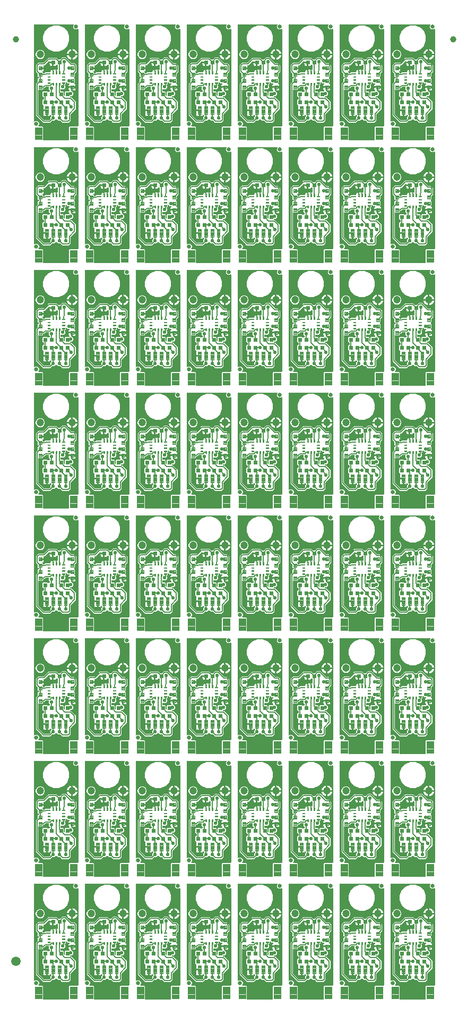
<source format=gtl>
G04 EAGLE Gerber RS-274X export*
G75*
%MOMM*%
%FSLAX34Y34*%
%LPD*%
%INTop Copper*%
%IPPOS*%
%AMOC8*
5,1,8,0,0,1.08239X$1,22.5*%
G01*
%ADD10C,0.102000*%
%ADD11C,0.096000*%
%ADD12C,0.635000*%
%ADD13C,0.102500*%
%ADD14C,1.200000*%
%ADD15C,1.000000*%
%ADD16C,1.500000*%
%ADD17C,0.127000*%
%ADD18C,0.558800*%

G36*
X302236Y1371870D02*
X302236Y1371870D01*
X302324Y1371880D01*
X302346Y1371890D01*
X302369Y1371894D01*
X302446Y1371940D01*
X302526Y1371979D01*
X302542Y1371996D01*
X302562Y1372009D01*
X302618Y1372078D01*
X302679Y1372142D01*
X302689Y1372164D01*
X302704Y1372183D01*
X302732Y1372267D01*
X302767Y1372349D01*
X302768Y1372373D01*
X302775Y1372395D01*
X302773Y1372484D01*
X302777Y1372573D01*
X302770Y1372596D01*
X302769Y1372620D01*
X302735Y1372702D01*
X302708Y1372787D01*
X302692Y1372808D01*
X302685Y1372827D01*
X302669Y1372844D01*
X302669Y1393355D01*
X303695Y1394381D01*
X316195Y1394381D01*
X316236Y1394353D01*
X316305Y1394296D01*
X316327Y1394289D01*
X316347Y1394275D01*
X316433Y1394253D01*
X316517Y1394225D01*
X316541Y1394225D01*
X316564Y1394219D01*
X316653Y1394229D01*
X316742Y1394231D01*
X316763Y1394240D01*
X316787Y1394243D01*
X316867Y1394282D01*
X316949Y1394315D01*
X316967Y1394331D01*
X316988Y1394342D01*
X317049Y1394407D01*
X317115Y1394467D01*
X317126Y1394488D01*
X317142Y1394505D01*
X317177Y1394587D01*
X317218Y1394666D01*
X317221Y1394693D01*
X317230Y1394712D01*
X317232Y1394762D01*
X317245Y1394852D01*
X317245Y1548947D01*
X317230Y1549035D01*
X317220Y1549123D01*
X317210Y1549144D01*
X317206Y1549168D01*
X317160Y1549245D01*
X317121Y1549324D01*
X317104Y1549340D01*
X317091Y1549361D01*
X317022Y1549417D01*
X316958Y1549478D01*
X316936Y1549487D01*
X316917Y1549502D01*
X316833Y1549531D01*
X316751Y1549565D01*
X316727Y1549567D01*
X316705Y1549574D01*
X316616Y1549572D01*
X316527Y1549575D01*
X316504Y1549568D01*
X316480Y1549568D01*
X316398Y1549534D01*
X316313Y1549507D01*
X316292Y1549491D01*
X316273Y1549483D01*
X316235Y1549449D01*
X316163Y1549395D01*
X315531Y1548764D01*
X311848Y1548764D01*
X309244Y1551368D01*
X309244Y1555051D01*
X309875Y1555683D01*
X309926Y1555756D01*
X309982Y1555825D01*
X309990Y1555847D01*
X310003Y1555867D01*
X310026Y1555953D01*
X310054Y1556037D01*
X310053Y1556061D01*
X310059Y1556084D01*
X310050Y1556173D01*
X310048Y1556262D01*
X310039Y1556284D01*
X310036Y1556307D01*
X309997Y1556387D01*
X309963Y1556469D01*
X309947Y1556487D01*
X309937Y1556508D01*
X309872Y1556569D01*
X309812Y1556635D01*
X309791Y1556646D01*
X309773Y1556662D01*
X309691Y1556697D01*
X309612Y1556738D01*
X309586Y1556741D01*
X309567Y1556750D01*
X309516Y1556752D01*
X309427Y1556765D01*
X247269Y1556765D01*
X247204Y1556754D01*
X247138Y1556752D01*
X247095Y1556734D01*
X247048Y1556726D01*
X246991Y1556692D01*
X246931Y1556667D01*
X246896Y1556636D01*
X246855Y1556611D01*
X246813Y1556560D01*
X246765Y1556516D01*
X246743Y1556474D01*
X246714Y1556437D01*
X246693Y1556375D01*
X246662Y1556316D01*
X246654Y1556262D01*
X246642Y1556225D01*
X246643Y1556185D01*
X246635Y1556131D01*
X246635Y1402533D01*
X246650Y1402445D01*
X246660Y1402357D01*
X246670Y1402336D01*
X246674Y1402312D01*
X246720Y1402235D01*
X246759Y1402156D01*
X246776Y1402140D01*
X246789Y1402119D01*
X246858Y1402063D01*
X246922Y1402002D01*
X246944Y1401993D01*
X246963Y1401978D01*
X247047Y1401949D01*
X247129Y1401915D01*
X247153Y1401913D01*
X247175Y1401906D01*
X247264Y1401908D01*
X247353Y1401905D01*
X247376Y1401912D01*
X247400Y1401912D01*
X247482Y1401946D01*
X247567Y1401973D01*
X247588Y1401989D01*
X247607Y1401997D01*
X247645Y1402031D01*
X247717Y1402085D01*
X248349Y1402716D01*
X252032Y1402716D01*
X254636Y1400112D01*
X254636Y1396429D01*
X253671Y1395463D01*
X253620Y1395390D01*
X253564Y1395321D01*
X253556Y1395299D01*
X253543Y1395279D01*
X253520Y1395193D01*
X253492Y1395109D01*
X253493Y1395085D01*
X253487Y1395062D01*
X253496Y1394973D01*
X253498Y1394884D01*
X253507Y1394862D01*
X253510Y1394839D01*
X253549Y1394759D01*
X253583Y1394677D01*
X253599Y1394659D01*
X253609Y1394638D01*
X253674Y1394577D01*
X253734Y1394511D01*
X253755Y1394500D01*
X253773Y1394484D01*
X253854Y1394449D01*
X253934Y1394408D01*
X253960Y1394405D01*
X253979Y1394396D01*
X254030Y1394394D01*
X254119Y1394381D01*
X260185Y1394381D01*
X261211Y1393355D01*
X261211Y1372838D01*
X261176Y1372795D01*
X261169Y1372773D01*
X261155Y1372753D01*
X261133Y1372667D01*
X261105Y1372583D01*
X261105Y1372559D01*
X261099Y1372536D01*
X261109Y1372447D01*
X261111Y1372358D01*
X261120Y1372337D01*
X261123Y1372313D01*
X261162Y1372233D01*
X261195Y1372151D01*
X261211Y1372133D01*
X261222Y1372112D01*
X261287Y1372051D01*
X261347Y1371985D01*
X261368Y1371974D01*
X261385Y1371958D01*
X261467Y1371923D01*
X261546Y1371882D01*
X261573Y1371879D01*
X261592Y1371870D01*
X261642Y1371868D01*
X261732Y1371855D01*
X302148Y1371855D01*
X302236Y1371870D01*
G37*
G36*
X139676Y1371870D02*
X139676Y1371870D01*
X139764Y1371880D01*
X139786Y1371890D01*
X139809Y1371894D01*
X139886Y1371940D01*
X139966Y1371979D01*
X139982Y1371996D01*
X140002Y1372009D01*
X140058Y1372078D01*
X140119Y1372142D01*
X140129Y1372164D01*
X140144Y1372183D01*
X140172Y1372267D01*
X140207Y1372349D01*
X140208Y1372373D01*
X140215Y1372395D01*
X140213Y1372484D01*
X140217Y1372573D01*
X140210Y1372596D01*
X140209Y1372620D01*
X140175Y1372702D01*
X140148Y1372787D01*
X140132Y1372808D01*
X140125Y1372827D01*
X140109Y1372844D01*
X140109Y1393355D01*
X141135Y1394381D01*
X153635Y1394381D01*
X153676Y1394353D01*
X153745Y1394296D01*
X153767Y1394289D01*
X153787Y1394275D01*
X153873Y1394253D01*
X153957Y1394225D01*
X153981Y1394225D01*
X154004Y1394219D01*
X154093Y1394229D01*
X154182Y1394231D01*
X154203Y1394240D01*
X154227Y1394243D01*
X154307Y1394282D01*
X154389Y1394315D01*
X154407Y1394331D01*
X154428Y1394342D01*
X154489Y1394407D01*
X154555Y1394467D01*
X154566Y1394488D01*
X154582Y1394505D01*
X154617Y1394587D01*
X154658Y1394666D01*
X154661Y1394693D01*
X154670Y1394712D01*
X154672Y1394762D01*
X154685Y1394852D01*
X154685Y1548947D01*
X154670Y1549035D01*
X154660Y1549123D01*
X154650Y1549144D01*
X154646Y1549168D01*
X154600Y1549245D01*
X154561Y1549324D01*
X154544Y1549340D01*
X154531Y1549361D01*
X154462Y1549417D01*
X154398Y1549478D01*
X154376Y1549487D01*
X154357Y1549502D01*
X154273Y1549531D01*
X154191Y1549565D01*
X154167Y1549567D01*
X154145Y1549574D01*
X154056Y1549572D01*
X153967Y1549575D01*
X153944Y1549568D01*
X153920Y1549568D01*
X153838Y1549534D01*
X153753Y1549507D01*
X153732Y1549491D01*
X153713Y1549483D01*
X153675Y1549449D01*
X153603Y1549395D01*
X152971Y1548764D01*
X149288Y1548764D01*
X146684Y1551368D01*
X146684Y1555051D01*
X147315Y1555683D01*
X147366Y1555756D01*
X147422Y1555825D01*
X147430Y1555847D01*
X147443Y1555867D01*
X147466Y1555953D01*
X147494Y1556037D01*
X147493Y1556061D01*
X147499Y1556084D01*
X147490Y1556173D01*
X147488Y1556262D01*
X147479Y1556284D01*
X147476Y1556307D01*
X147437Y1556387D01*
X147403Y1556469D01*
X147387Y1556487D01*
X147377Y1556508D01*
X147312Y1556569D01*
X147252Y1556635D01*
X147231Y1556646D01*
X147213Y1556662D01*
X147131Y1556697D01*
X147052Y1556738D01*
X147026Y1556741D01*
X147007Y1556750D01*
X146956Y1556752D01*
X146867Y1556765D01*
X84709Y1556765D01*
X84644Y1556754D01*
X84578Y1556752D01*
X84535Y1556734D01*
X84488Y1556726D01*
X84431Y1556692D01*
X84371Y1556667D01*
X84336Y1556636D01*
X84295Y1556611D01*
X84253Y1556560D01*
X84205Y1556516D01*
X84183Y1556474D01*
X84154Y1556437D01*
X84133Y1556375D01*
X84102Y1556316D01*
X84094Y1556262D01*
X84082Y1556225D01*
X84083Y1556185D01*
X84075Y1556131D01*
X84075Y1402533D01*
X84090Y1402445D01*
X84100Y1402357D01*
X84110Y1402336D01*
X84114Y1402312D01*
X84160Y1402235D01*
X84199Y1402156D01*
X84216Y1402140D01*
X84229Y1402119D01*
X84298Y1402063D01*
X84362Y1402002D01*
X84384Y1401993D01*
X84403Y1401978D01*
X84487Y1401949D01*
X84569Y1401915D01*
X84593Y1401913D01*
X84615Y1401906D01*
X84704Y1401908D01*
X84793Y1401905D01*
X84816Y1401912D01*
X84840Y1401912D01*
X84922Y1401946D01*
X85007Y1401973D01*
X85028Y1401989D01*
X85047Y1401997D01*
X85085Y1402031D01*
X85157Y1402085D01*
X85789Y1402716D01*
X89472Y1402716D01*
X92076Y1400112D01*
X92076Y1396429D01*
X91111Y1395463D01*
X91060Y1395390D01*
X91004Y1395321D01*
X90996Y1395299D01*
X90983Y1395279D01*
X90960Y1395193D01*
X90932Y1395109D01*
X90933Y1395085D01*
X90927Y1395062D01*
X90936Y1394973D01*
X90938Y1394884D01*
X90947Y1394862D01*
X90950Y1394839D01*
X90989Y1394759D01*
X91023Y1394677D01*
X91039Y1394659D01*
X91049Y1394638D01*
X91114Y1394577D01*
X91174Y1394511D01*
X91195Y1394500D01*
X91213Y1394484D01*
X91294Y1394449D01*
X91374Y1394408D01*
X91400Y1394405D01*
X91419Y1394396D01*
X91470Y1394394D01*
X91559Y1394381D01*
X97625Y1394381D01*
X98651Y1393355D01*
X98651Y1372838D01*
X98616Y1372795D01*
X98609Y1372773D01*
X98595Y1372753D01*
X98573Y1372667D01*
X98545Y1372583D01*
X98545Y1372559D01*
X98539Y1372536D01*
X98549Y1372447D01*
X98551Y1372358D01*
X98560Y1372337D01*
X98563Y1372313D01*
X98602Y1372233D01*
X98635Y1372151D01*
X98651Y1372133D01*
X98662Y1372112D01*
X98727Y1372051D01*
X98787Y1371985D01*
X98808Y1371974D01*
X98825Y1371958D01*
X98907Y1371923D01*
X98986Y1371882D01*
X99013Y1371879D01*
X99032Y1371870D01*
X99082Y1371868D01*
X99172Y1371855D01*
X139588Y1371855D01*
X139676Y1371870D01*
G37*
G36*
X546076Y1371870D02*
X546076Y1371870D01*
X546164Y1371880D01*
X546186Y1371890D01*
X546209Y1371894D01*
X546286Y1371940D01*
X546366Y1371979D01*
X546382Y1371996D01*
X546402Y1372009D01*
X546458Y1372078D01*
X546519Y1372142D01*
X546529Y1372164D01*
X546544Y1372183D01*
X546572Y1372267D01*
X546607Y1372349D01*
X546608Y1372373D01*
X546615Y1372395D01*
X546613Y1372484D01*
X546617Y1372573D01*
X546610Y1372596D01*
X546609Y1372620D01*
X546575Y1372702D01*
X546548Y1372787D01*
X546532Y1372808D01*
X546525Y1372827D01*
X546509Y1372844D01*
X546509Y1393355D01*
X547535Y1394381D01*
X560035Y1394381D01*
X560076Y1394353D01*
X560145Y1394296D01*
X560167Y1394289D01*
X560187Y1394275D01*
X560273Y1394253D01*
X560357Y1394225D01*
X560381Y1394225D01*
X560404Y1394219D01*
X560493Y1394229D01*
X560582Y1394231D01*
X560603Y1394240D01*
X560627Y1394243D01*
X560707Y1394282D01*
X560789Y1394315D01*
X560807Y1394331D01*
X560828Y1394342D01*
X560889Y1394407D01*
X560955Y1394467D01*
X560966Y1394488D01*
X560982Y1394505D01*
X561017Y1394587D01*
X561058Y1394666D01*
X561061Y1394693D01*
X561070Y1394712D01*
X561072Y1394762D01*
X561085Y1394852D01*
X561085Y1548947D01*
X561070Y1549035D01*
X561060Y1549123D01*
X561050Y1549144D01*
X561046Y1549168D01*
X561000Y1549245D01*
X560961Y1549324D01*
X560944Y1549340D01*
X560931Y1549361D01*
X560862Y1549417D01*
X560798Y1549478D01*
X560776Y1549487D01*
X560757Y1549502D01*
X560673Y1549531D01*
X560591Y1549565D01*
X560567Y1549567D01*
X560545Y1549574D01*
X560456Y1549572D01*
X560367Y1549575D01*
X560344Y1549568D01*
X560320Y1549568D01*
X560238Y1549534D01*
X560153Y1549507D01*
X560132Y1549491D01*
X560113Y1549483D01*
X560075Y1549449D01*
X560003Y1549395D01*
X559371Y1548764D01*
X555688Y1548764D01*
X553084Y1551368D01*
X553084Y1555051D01*
X553715Y1555683D01*
X553766Y1555756D01*
X553822Y1555825D01*
X553830Y1555847D01*
X553843Y1555867D01*
X553866Y1555953D01*
X553894Y1556037D01*
X553893Y1556061D01*
X553899Y1556084D01*
X553890Y1556173D01*
X553888Y1556262D01*
X553879Y1556284D01*
X553876Y1556307D01*
X553837Y1556387D01*
X553803Y1556469D01*
X553787Y1556487D01*
X553777Y1556508D01*
X553712Y1556569D01*
X553652Y1556635D01*
X553631Y1556646D01*
X553613Y1556662D01*
X553531Y1556697D01*
X553452Y1556738D01*
X553426Y1556741D01*
X553407Y1556750D01*
X553356Y1556752D01*
X553267Y1556765D01*
X491109Y1556765D01*
X491044Y1556754D01*
X490978Y1556752D01*
X490935Y1556734D01*
X490888Y1556726D01*
X490831Y1556692D01*
X490771Y1556667D01*
X490736Y1556636D01*
X490695Y1556611D01*
X490653Y1556560D01*
X490605Y1556516D01*
X490583Y1556474D01*
X490554Y1556437D01*
X490533Y1556375D01*
X490502Y1556316D01*
X490494Y1556262D01*
X490482Y1556225D01*
X490483Y1556185D01*
X490475Y1556131D01*
X490475Y1402533D01*
X490490Y1402445D01*
X490500Y1402357D01*
X490510Y1402336D01*
X490514Y1402312D01*
X490560Y1402235D01*
X490599Y1402156D01*
X490616Y1402140D01*
X490629Y1402119D01*
X490698Y1402063D01*
X490762Y1402002D01*
X490784Y1401993D01*
X490803Y1401978D01*
X490887Y1401949D01*
X490969Y1401915D01*
X490993Y1401913D01*
X491015Y1401906D01*
X491104Y1401908D01*
X491193Y1401905D01*
X491216Y1401912D01*
X491240Y1401912D01*
X491322Y1401946D01*
X491407Y1401973D01*
X491428Y1401989D01*
X491447Y1401997D01*
X491485Y1402031D01*
X491557Y1402085D01*
X492189Y1402716D01*
X495872Y1402716D01*
X498476Y1400112D01*
X498476Y1396429D01*
X497511Y1395463D01*
X497460Y1395390D01*
X497404Y1395321D01*
X497396Y1395299D01*
X497383Y1395279D01*
X497360Y1395193D01*
X497332Y1395109D01*
X497333Y1395085D01*
X497327Y1395062D01*
X497336Y1394973D01*
X497338Y1394884D01*
X497347Y1394862D01*
X497350Y1394839D01*
X497389Y1394759D01*
X497423Y1394677D01*
X497439Y1394659D01*
X497449Y1394638D01*
X497514Y1394577D01*
X497574Y1394511D01*
X497595Y1394500D01*
X497613Y1394484D01*
X497694Y1394449D01*
X497774Y1394408D01*
X497800Y1394405D01*
X497819Y1394396D01*
X497870Y1394394D01*
X497959Y1394381D01*
X504025Y1394381D01*
X505051Y1393355D01*
X505051Y1372838D01*
X505016Y1372795D01*
X505009Y1372773D01*
X504995Y1372753D01*
X504973Y1372667D01*
X504945Y1372583D01*
X504945Y1372559D01*
X504939Y1372536D01*
X504949Y1372447D01*
X504951Y1372358D01*
X504960Y1372337D01*
X504963Y1372313D01*
X505002Y1372233D01*
X505035Y1372151D01*
X505051Y1372133D01*
X505062Y1372112D01*
X505127Y1372051D01*
X505187Y1371985D01*
X505208Y1371974D01*
X505225Y1371958D01*
X505307Y1371923D01*
X505386Y1371882D01*
X505413Y1371879D01*
X505432Y1371870D01*
X505482Y1371868D01*
X505572Y1371855D01*
X545988Y1371855D01*
X546076Y1371870D01*
G37*
G36*
X627356Y1371870D02*
X627356Y1371870D01*
X627444Y1371880D01*
X627466Y1371890D01*
X627489Y1371894D01*
X627566Y1371940D01*
X627646Y1371979D01*
X627662Y1371996D01*
X627682Y1372009D01*
X627738Y1372078D01*
X627799Y1372142D01*
X627809Y1372164D01*
X627824Y1372183D01*
X627852Y1372267D01*
X627887Y1372349D01*
X627888Y1372373D01*
X627895Y1372395D01*
X627893Y1372484D01*
X627897Y1372573D01*
X627890Y1372596D01*
X627889Y1372620D01*
X627855Y1372702D01*
X627828Y1372787D01*
X627812Y1372808D01*
X627805Y1372827D01*
X627789Y1372844D01*
X627789Y1393355D01*
X628815Y1394381D01*
X641315Y1394381D01*
X641356Y1394353D01*
X641425Y1394296D01*
X641447Y1394289D01*
X641467Y1394275D01*
X641553Y1394253D01*
X641637Y1394225D01*
X641661Y1394225D01*
X641684Y1394219D01*
X641773Y1394229D01*
X641862Y1394231D01*
X641883Y1394240D01*
X641907Y1394243D01*
X641987Y1394282D01*
X642069Y1394315D01*
X642087Y1394331D01*
X642108Y1394342D01*
X642169Y1394407D01*
X642235Y1394467D01*
X642246Y1394488D01*
X642262Y1394505D01*
X642297Y1394587D01*
X642338Y1394666D01*
X642341Y1394693D01*
X642350Y1394712D01*
X642352Y1394762D01*
X642365Y1394852D01*
X642365Y1548947D01*
X642350Y1549035D01*
X642340Y1549123D01*
X642330Y1549144D01*
X642326Y1549168D01*
X642280Y1549245D01*
X642241Y1549324D01*
X642224Y1549340D01*
X642211Y1549361D01*
X642142Y1549417D01*
X642078Y1549478D01*
X642056Y1549487D01*
X642037Y1549502D01*
X641953Y1549531D01*
X641871Y1549565D01*
X641847Y1549567D01*
X641825Y1549574D01*
X641736Y1549572D01*
X641647Y1549575D01*
X641624Y1549568D01*
X641600Y1549568D01*
X641518Y1549534D01*
X641433Y1549507D01*
X641412Y1549491D01*
X641393Y1549483D01*
X641355Y1549449D01*
X641283Y1549395D01*
X640651Y1548764D01*
X636968Y1548764D01*
X634364Y1551368D01*
X634364Y1555051D01*
X634995Y1555683D01*
X635046Y1555756D01*
X635102Y1555825D01*
X635110Y1555847D01*
X635123Y1555867D01*
X635146Y1555953D01*
X635174Y1556037D01*
X635173Y1556061D01*
X635179Y1556084D01*
X635170Y1556173D01*
X635168Y1556262D01*
X635159Y1556284D01*
X635156Y1556307D01*
X635117Y1556387D01*
X635083Y1556469D01*
X635067Y1556487D01*
X635057Y1556508D01*
X634992Y1556569D01*
X634932Y1556635D01*
X634911Y1556646D01*
X634893Y1556662D01*
X634811Y1556697D01*
X634732Y1556738D01*
X634706Y1556741D01*
X634687Y1556750D01*
X634636Y1556752D01*
X634547Y1556765D01*
X572389Y1556765D01*
X572324Y1556754D01*
X572258Y1556752D01*
X572215Y1556734D01*
X572168Y1556726D01*
X572111Y1556692D01*
X572051Y1556667D01*
X572016Y1556636D01*
X571975Y1556611D01*
X571933Y1556560D01*
X571885Y1556516D01*
X571863Y1556474D01*
X571834Y1556437D01*
X571813Y1556375D01*
X571782Y1556316D01*
X571774Y1556262D01*
X571762Y1556225D01*
X571763Y1556185D01*
X571755Y1556131D01*
X571755Y1402533D01*
X571770Y1402445D01*
X571780Y1402357D01*
X571790Y1402336D01*
X571794Y1402312D01*
X571840Y1402235D01*
X571879Y1402156D01*
X571896Y1402140D01*
X571909Y1402119D01*
X571978Y1402063D01*
X572042Y1402002D01*
X572064Y1401993D01*
X572083Y1401978D01*
X572167Y1401949D01*
X572249Y1401915D01*
X572273Y1401913D01*
X572295Y1401906D01*
X572384Y1401908D01*
X572473Y1401905D01*
X572496Y1401912D01*
X572520Y1401912D01*
X572602Y1401946D01*
X572687Y1401973D01*
X572708Y1401989D01*
X572727Y1401997D01*
X572765Y1402031D01*
X572837Y1402085D01*
X573469Y1402716D01*
X577152Y1402716D01*
X579756Y1400112D01*
X579756Y1396429D01*
X578791Y1395463D01*
X578740Y1395390D01*
X578684Y1395321D01*
X578676Y1395299D01*
X578663Y1395279D01*
X578640Y1395193D01*
X578612Y1395109D01*
X578613Y1395085D01*
X578607Y1395062D01*
X578616Y1394973D01*
X578618Y1394884D01*
X578627Y1394862D01*
X578630Y1394839D01*
X578669Y1394759D01*
X578703Y1394677D01*
X578719Y1394659D01*
X578729Y1394638D01*
X578794Y1394577D01*
X578854Y1394511D01*
X578875Y1394500D01*
X578893Y1394484D01*
X578974Y1394449D01*
X579054Y1394408D01*
X579080Y1394405D01*
X579099Y1394396D01*
X579150Y1394394D01*
X579239Y1394381D01*
X585305Y1394381D01*
X586331Y1393355D01*
X586331Y1372838D01*
X586296Y1372795D01*
X586289Y1372773D01*
X586275Y1372753D01*
X586253Y1372667D01*
X586225Y1372583D01*
X586225Y1372559D01*
X586219Y1372536D01*
X586229Y1372447D01*
X586231Y1372358D01*
X586240Y1372337D01*
X586243Y1372313D01*
X586282Y1372233D01*
X586315Y1372151D01*
X586331Y1372133D01*
X586342Y1372112D01*
X586407Y1372051D01*
X586467Y1371985D01*
X586488Y1371974D01*
X586505Y1371958D01*
X586587Y1371923D01*
X586666Y1371882D01*
X586693Y1371879D01*
X586712Y1371870D01*
X586762Y1371868D01*
X586852Y1371855D01*
X627268Y1371855D01*
X627356Y1371870D01*
G37*
G36*
X220956Y1371870D02*
X220956Y1371870D01*
X221044Y1371880D01*
X221066Y1371890D01*
X221089Y1371894D01*
X221166Y1371940D01*
X221246Y1371979D01*
X221262Y1371996D01*
X221282Y1372009D01*
X221338Y1372078D01*
X221399Y1372142D01*
X221409Y1372164D01*
X221424Y1372183D01*
X221452Y1372267D01*
X221487Y1372349D01*
X221488Y1372373D01*
X221495Y1372395D01*
X221493Y1372484D01*
X221497Y1372573D01*
X221490Y1372596D01*
X221489Y1372620D01*
X221455Y1372702D01*
X221428Y1372787D01*
X221412Y1372808D01*
X221405Y1372827D01*
X221389Y1372844D01*
X221389Y1393355D01*
X222415Y1394381D01*
X234915Y1394381D01*
X234956Y1394353D01*
X235025Y1394296D01*
X235047Y1394289D01*
X235067Y1394275D01*
X235153Y1394253D01*
X235237Y1394225D01*
X235261Y1394225D01*
X235284Y1394219D01*
X235373Y1394229D01*
X235462Y1394231D01*
X235483Y1394240D01*
X235507Y1394243D01*
X235587Y1394282D01*
X235669Y1394315D01*
X235687Y1394331D01*
X235708Y1394342D01*
X235769Y1394407D01*
X235835Y1394467D01*
X235846Y1394488D01*
X235862Y1394505D01*
X235897Y1394587D01*
X235938Y1394666D01*
X235941Y1394693D01*
X235950Y1394712D01*
X235952Y1394762D01*
X235965Y1394852D01*
X235965Y1548947D01*
X235950Y1549035D01*
X235940Y1549123D01*
X235930Y1549144D01*
X235926Y1549168D01*
X235880Y1549245D01*
X235841Y1549324D01*
X235824Y1549340D01*
X235811Y1549361D01*
X235742Y1549417D01*
X235678Y1549478D01*
X235656Y1549487D01*
X235637Y1549502D01*
X235553Y1549531D01*
X235471Y1549565D01*
X235447Y1549567D01*
X235425Y1549574D01*
X235336Y1549572D01*
X235247Y1549575D01*
X235224Y1549568D01*
X235200Y1549568D01*
X235118Y1549534D01*
X235033Y1549507D01*
X235012Y1549491D01*
X234993Y1549483D01*
X234955Y1549449D01*
X234883Y1549395D01*
X234251Y1548764D01*
X230568Y1548764D01*
X227964Y1551368D01*
X227964Y1555051D01*
X228595Y1555683D01*
X228646Y1555756D01*
X228702Y1555825D01*
X228710Y1555847D01*
X228723Y1555867D01*
X228746Y1555953D01*
X228774Y1556037D01*
X228773Y1556061D01*
X228779Y1556084D01*
X228770Y1556173D01*
X228768Y1556262D01*
X228759Y1556284D01*
X228756Y1556307D01*
X228717Y1556387D01*
X228683Y1556469D01*
X228667Y1556487D01*
X228657Y1556508D01*
X228592Y1556569D01*
X228532Y1556635D01*
X228511Y1556646D01*
X228493Y1556662D01*
X228411Y1556697D01*
X228332Y1556738D01*
X228306Y1556741D01*
X228287Y1556750D01*
X228236Y1556752D01*
X228147Y1556765D01*
X165989Y1556765D01*
X165924Y1556754D01*
X165858Y1556752D01*
X165815Y1556734D01*
X165768Y1556726D01*
X165711Y1556692D01*
X165651Y1556667D01*
X165616Y1556636D01*
X165575Y1556611D01*
X165533Y1556560D01*
X165485Y1556516D01*
X165463Y1556474D01*
X165434Y1556437D01*
X165413Y1556375D01*
X165382Y1556316D01*
X165374Y1556262D01*
X165362Y1556225D01*
X165363Y1556185D01*
X165355Y1556131D01*
X165355Y1402533D01*
X165370Y1402445D01*
X165380Y1402357D01*
X165390Y1402336D01*
X165394Y1402312D01*
X165440Y1402235D01*
X165479Y1402156D01*
X165496Y1402140D01*
X165509Y1402119D01*
X165578Y1402063D01*
X165642Y1402002D01*
X165664Y1401993D01*
X165683Y1401978D01*
X165767Y1401949D01*
X165849Y1401915D01*
X165873Y1401913D01*
X165895Y1401906D01*
X165984Y1401908D01*
X166073Y1401905D01*
X166096Y1401912D01*
X166120Y1401912D01*
X166202Y1401946D01*
X166287Y1401973D01*
X166308Y1401989D01*
X166327Y1401997D01*
X166365Y1402031D01*
X166437Y1402085D01*
X167069Y1402716D01*
X170752Y1402716D01*
X173356Y1400112D01*
X173356Y1396429D01*
X172391Y1395463D01*
X172340Y1395390D01*
X172284Y1395321D01*
X172276Y1395299D01*
X172263Y1395279D01*
X172240Y1395193D01*
X172212Y1395109D01*
X172213Y1395085D01*
X172207Y1395062D01*
X172216Y1394973D01*
X172218Y1394884D01*
X172227Y1394862D01*
X172230Y1394839D01*
X172269Y1394759D01*
X172303Y1394677D01*
X172319Y1394659D01*
X172329Y1394638D01*
X172394Y1394577D01*
X172454Y1394511D01*
X172475Y1394500D01*
X172493Y1394484D01*
X172574Y1394449D01*
X172654Y1394408D01*
X172680Y1394405D01*
X172699Y1394396D01*
X172750Y1394394D01*
X172839Y1394381D01*
X178905Y1394381D01*
X179931Y1393355D01*
X179931Y1372838D01*
X179896Y1372795D01*
X179889Y1372773D01*
X179875Y1372753D01*
X179853Y1372667D01*
X179825Y1372583D01*
X179825Y1372559D01*
X179819Y1372536D01*
X179829Y1372447D01*
X179831Y1372358D01*
X179840Y1372337D01*
X179843Y1372313D01*
X179882Y1372233D01*
X179915Y1372151D01*
X179931Y1372133D01*
X179942Y1372112D01*
X180007Y1372051D01*
X180067Y1371985D01*
X180088Y1371974D01*
X180105Y1371958D01*
X180187Y1371923D01*
X180266Y1371882D01*
X180293Y1371879D01*
X180312Y1371870D01*
X180362Y1371868D01*
X180452Y1371855D01*
X220868Y1371855D01*
X220956Y1371870D01*
G37*
G36*
X464796Y1371870D02*
X464796Y1371870D01*
X464884Y1371880D01*
X464906Y1371890D01*
X464929Y1371894D01*
X465006Y1371940D01*
X465086Y1371979D01*
X465102Y1371996D01*
X465122Y1372009D01*
X465178Y1372078D01*
X465239Y1372142D01*
X465249Y1372164D01*
X465264Y1372183D01*
X465292Y1372267D01*
X465327Y1372349D01*
X465328Y1372373D01*
X465335Y1372395D01*
X465333Y1372484D01*
X465337Y1372573D01*
X465330Y1372596D01*
X465329Y1372620D01*
X465295Y1372702D01*
X465268Y1372787D01*
X465252Y1372808D01*
X465245Y1372827D01*
X465229Y1372844D01*
X465229Y1393355D01*
X466255Y1394381D01*
X478755Y1394381D01*
X478796Y1394353D01*
X478865Y1394296D01*
X478887Y1394289D01*
X478907Y1394275D01*
X478993Y1394253D01*
X479077Y1394225D01*
X479101Y1394225D01*
X479124Y1394219D01*
X479213Y1394229D01*
X479302Y1394231D01*
X479323Y1394240D01*
X479347Y1394243D01*
X479427Y1394282D01*
X479509Y1394315D01*
X479527Y1394331D01*
X479548Y1394342D01*
X479609Y1394407D01*
X479675Y1394467D01*
X479686Y1394488D01*
X479702Y1394505D01*
X479737Y1394587D01*
X479778Y1394666D01*
X479781Y1394693D01*
X479790Y1394712D01*
X479792Y1394762D01*
X479805Y1394852D01*
X479805Y1548947D01*
X479790Y1549035D01*
X479780Y1549123D01*
X479770Y1549144D01*
X479766Y1549168D01*
X479720Y1549245D01*
X479681Y1549324D01*
X479664Y1549340D01*
X479651Y1549361D01*
X479582Y1549417D01*
X479518Y1549478D01*
X479496Y1549487D01*
X479477Y1549502D01*
X479393Y1549531D01*
X479311Y1549565D01*
X479287Y1549567D01*
X479265Y1549574D01*
X479176Y1549572D01*
X479087Y1549575D01*
X479064Y1549568D01*
X479040Y1549568D01*
X478958Y1549534D01*
X478873Y1549507D01*
X478852Y1549491D01*
X478833Y1549483D01*
X478795Y1549449D01*
X478723Y1549395D01*
X478091Y1548764D01*
X474408Y1548764D01*
X471804Y1551368D01*
X471804Y1555051D01*
X472435Y1555683D01*
X472486Y1555756D01*
X472542Y1555825D01*
X472550Y1555847D01*
X472563Y1555867D01*
X472586Y1555953D01*
X472614Y1556037D01*
X472613Y1556061D01*
X472619Y1556084D01*
X472610Y1556173D01*
X472608Y1556262D01*
X472599Y1556284D01*
X472596Y1556307D01*
X472557Y1556387D01*
X472523Y1556469D01*
X472507Y1556487D01*
X472497Y1556508D01*
X472432Y1556569D01*
X472372Y1556635D01*
X472351Y1556646D01*
X472333Y1556662D01*
X472251Y1556697D01*
X472172Y1556738D01*
X472146Y1556741D01*
X472127Y1556750D01*
X472076Y1556752D01*
X471987Y1556765D01*
X409829Y1556765D01*
X409764Y1556754D01*
X409698Y1556752D01*
X409655Y1556734D01*
X409608Y1556726D01*
X409551Y1556692D01*
X409491Y1556667D01*
X409456Y1556636D01*
X409415Y1556611D01*
X409373Y1556560D01*
X409325Y1556516D01*
X409303Y1556474D01*
X409274Y1556437D01*
X409253Y1556375D01*
X409222Y1556316D01*
X409214Y1556262D01*
X409202Y1556225D01*
X409203Y1556185D01*
X409195Y1556131D01*
X409195Y1402533D01*
X409210Y1402445D01*
X409220Y1402357D01*
X409230Y1402336D01*
X409234Y1402312D01*
X409280Y1402235D01*
X409319Y1402156D01*
X409336Y1402140D01*
X409349Y1402119D01*
X409418Y1402063D01*
X409482Y1402002D01*
X409504Y1401993D01*
X409523Y1401978D01*
X409607Y1401949D01*
X409689Y1401915D01*
X409713Y1401913D01*
X409735Y1401906D01*
X409824Y1401908D01*
X409913Y1401905D01*
X409936Y1401912D01*
X409960Y1401912D01*
X410042Y1401946D01*
X410127Y1401973D01*
X410148Y1401989D01*
X410167Y1401997D01*
X410205Y1402031D01*
X410277Y1402085D01*
X410909Y1402716D01*
X414592Y1402716D01*
X417196Y1400112D01*
X417196Y1396429D01*
X416231Y1395463D01*
X416180Y1395390D01*
X416124Y1395321D01*
X416116Y1395299D01*
X416103Y1395279D01*
X416080Y1395193D01*
X416052Y1395109D01*
X416053Y1395085D01*
X416047Y1395062D01*
X416056Y1394973D01*
X416058Y1394884D01*
X416067Y1394862D01*
X416070Y1394839D01*
X416109Y1394759D01*
X416143Y1394677D01*
X416159Y1394659D01*
X416169Y1394638D01*
X416234Y1394577D01*
X416294Y1394511D01*
X416315Y1394500D01*
X416333Y1394484D01*
X416414Y1394449D01*
X416494Y1394408D01*
X416520Y1394405D01*
X416539Y1394396D01*
X416590Y1394394D01*
X416679Y1394381D01*
X422745Y1394381D01*
X423771Y1393355D01*
X423771Y1372838D01*
X423736Y1372795D01*
X423729Y1372773D01*
X423715Y1372753D01*
X423693Y1372667D01*
X423665Y1372583D01*
X423665Y1372559D01*
X423659Y1372536D01*
X423669Y1372447D01*
X423671Y1372358D01*
X423680Y1372337D01*
X423683Y1372313D01*
X423722Y1372233D01*
X423755Y1372151D01*
X423771Y1372133D01*
X423782Y1372112D01*
X423847Y1372051D01*
X423907Y1371985D01*
X423928Y1371974D01*
X423945Y1371958D01*
X424027Y1371923D01*
X424106Y1371882D01*
X424133Y1371879D01*
X424152Y1371870D01*
X424202Y1371868D01*
X424292Y1371855D01*
X464708Y1371855D01*
X464796Y1371870D01*
G37*
G36*
X383516Y1371870D02*
X383516Y1371870D01*
X383604Y1371880D01*
X383626Y1371890D01*
X383649Y1371894D01*
X383726Y1371940D01*
X383806Y1371979D01*
X383822Y1371996D01*
X383842Y1372009D01*
X383898Y1372078D01*
X383959Y1372142D01*
X383969Y1372164D01*
X383984Y1372183D01*
X384012Y1372267D01*
X384047Y1372349D01*
X384048Y1372373D01*
X384055Y1372395D01*
X384053Y1372484D01*
X384057Y1372573D01*
X384050Y1372596D01*
X384049Y1372620D01*
X384015Y1372702D01*
X383988Y1372787D01*
X383972Y1372808D01*
X383965Y1372827D01*
X383949Y1372844D01*
X383949Y1393355D01*
X384975Y1394381D01*
X397475Y1394381D01*
X397516Y1394353D01*
X397585Y1394296D01*
X397607Y1394289D01*
X397627Y1394275D01*
X397713Y1394253D01*
X397797Y1394225D01*
X397821Y1394225D01*
X397844Y1394219D01*
X397933Y1394229D01*
X398022Y1394231D01*
X398043Y1394240D01*
X398067Y1394243D01*
X398147Y1394282D01*
X398229Y1394315D01*
X398247Y1394331D01*
X398268Y1394342D01*
X398329Y1394407D01*
X398395Y1394467D01*
X398406Y1394488D01*
X398422Y1394505D01*
X398457Y1394587D01*
X398498Y1394666D01*
X398501Y1394693D01*
X398510Y1394712D01*
X398512Y1394762D01*
X398525Y1394852D01*
X398525Y1548947D01*
X398510Y1549035D01*
X398500Y1549123D01*
X398490Y1549144D01*
X398486Y1549168D01*
X398440Y1549245D01*
X398401Y1549324D01*
X398384Y1549340D01*
X398371Y1549361D01*
X398302Y1549417D01*
X398238Y1549478D01*
X398216Y1549487D01*
X398197Y1549502D01*
X398113Y1549531D01*
X398031Y1549565D01*
X398007Y1549567D01*
X397985Y1549574D01*
X397896Y1549572D01*
X397807Y1549575D01*
X397784Y1549568D01*
X397760Y1549568D01*
X397678Y1549534D01*
X397593Y1549507D01*
X397572Y1549491D01*
X397553Y1549483D01*
X397515Y1549449D01*
X397443Y1549395D01*
X396811Y1548764D01*
X393128Y1548764D01*
X390524Y1551368D01*
X390524Y1555051D01*
X391155Y1555683D01*
X391206Y1555756D01*
X391262Y1555825D01*
X391270Y1555847D01*
X391283Y1555867D01*
X391306Y1555953D01*
X391334Y1556037D01*
X391333Y1556061D01*
X391339Y1556084D01*
X391330Y1556173D01*
X391328Y1556262D01*
X391319Y1556284D01*
X391316Y1556307D01*
X391277Y1556387D01*
X391243Y1556469D01*
X391227Y1556487D01*
X391217Y1556508D01*
X391152Y1556569D01*
X391092Y1556635D01*
X391071Y1556646D01*
X391053Y1556662D01*
X390971Y1556697D01*
X390892Y1556738D01*
X390866Y1556741D01*
X390847Y1556750D01*
X390796Y1556752D01*
X390707Y1556765D01*
X328549Y1556765D01*
X328484Y1556754D01*
X328418Y1556752D01*
X328375Y1556734D01*
X328328Y1556726D01*
X328271Y1556692D01*
X328211Y1556667D01*
X328176Y1556636D01*
X328135Y1556611D01*
X328093Y1556560D01*
X328045Y1556516D01*
X328023Y1556474D01*
X327994Y1556437D01*
X327973Y1556375D01*
X327942Y1556316D01*
X327934Y1556262D01*
X327922Y1556225D01*
X327923Y1556185D01*
X327915Y1556131D01*
X327915Y1402533D01*
X327930Y1402445D01*
X327940Y1402357D01*
X327950Y1402336D01*
X327954Y1402312D01*
X328000Y1402235D01*
X328039Y1402156D01*
X328056Y1402140D01*
X328069Y1402119D01*
X328138Y1402063D01*
X328202Y1402002D01*
X328224Y1401993D01*
X328243Y1401978D01*
X328327Y1401949D01*
X328409Y1401915D01*
X328433Y1401913D01*
X328455Y1401906D01*
X328544Y1401908D01*
X328633Y1401905D01*
X328656Y1401912D01*
X328680Y1401912D01*
X328762Y1401946D01*
X328847Y1401973D01*
X328868Y1401989D01*
X328887Y1401997D01*
X328925Y1402031D01*
X328997Y1402085D01*
X329629Y1402716D01*
X333312Y1402716D01*
X335916Y1400112D01*
X335916Y1396429D01*
X334951Y1395463D01*
X334900Y1395390D01*
X334844Y1395321D01*
X334836Y1395299D01*
X334823Y1395279D01*
X334800Y1395193D01*
X334772Y1395109D01*
X334773Y1395085D01*
X334767Y1395062D01*
X334776Y1394973D01*
X334778Y1394884D01*
X334787Y1394862D01*
X334790Y1394839D01*
X334829Y1394759D01*
X334863Y1394677D01*
X334879Y1394659D01*
X334889Y1394638D01*
X334954Y1394577D01*
X335014Y1394511D01*
X335035Y1394500D01*
X335053Y1394484D01*
X335134Y1394449D01*
X335214Y1394408D01*
X335240Y1394405D01*
X335259Y1394396D01*
X335310Y1394394D01*
X335399Y1394381D01*
X341465Y1394381D01*
X342491Y1393355D01*
X342491Y1372838D01*
X342456Y1372795D01*
X342449Y1372773D01*
X342435Y1372753D01*
X342413Y1372667D01*
X342385Y1372583D01*
X342385Y1372559D01*
X342379Y1372536D01*
X342389Y1372447D01*
X342391Y1372358D01*
X342400Y1372337D01*
X342403Y1372313D01*
X342442Y1372233D01*
X342475Y1372151D01*
X342491Y1372133D01*
X342502Y1372112D01*
X342567Y1372051D01*
X342627Y1371985D01*
X342648Y1371974D01*
X342665Y1371958D01*
X342747Y1371923D01*
X342826Y1371882D01*
X342853Y1371879D01*
X342872Y1371870D01*
X342922Y1371868D01*
X343012Y1371855D01*
X383428Y1371855D01*
X383516Y1371870D01*
G37*
G36*
X58396Y1371870D02*
X58396Y1371870D01*
X58484Y1371880D01*
X58506Y1371890D01*
X58529Y1371894D01*
X58606Y1371940D01*
X58686Y1371979D01*
X58702Y1371996D01*
X58722Y1372009D01*
X58778Y1372078D01*
X58839Y1372142D01*
X58849Y1372164D01*
X58864Y1372183D01*
X58892Y1372267D01*
X58927Y1372349D01*
X58928Y1372373D01*
X58935Y1372395D01*
X58933Y1372484D01*
X58937Y1372573D01*
X58930Y1372596D01*
X58929Y1372620D01*
X58895Y1372702D01*
X58868Y1372787D01*
X58852Y1372808D01*
X58845Y1372827D01*
X58829Y1372844D01*
X58829Y1393355D01*
X59855Y1394381D01*
X72355Y1394381D01*
X72396Y1394353D01*
X72465Y1394296D01*
X72487Y1394289D01*
X72507Y1394275D01*
X72593Y1394253D01*
X72677Y1394225D01*
X72701Y1394225D01*
X72724Y1394219D01*
X72813Y1394229D01*
X72902Y1394231D01*
X72923Y1394240D01*
X72947Y1394243D01*
X73027Y1394282D01*
X73109Y1394315D01*
X73127Y1394331D01*
X73148Y1394342D01*
X73209Y1394407D01*
X73275Y1394467D01*
X73286Y1394488D01*
X73302Y1394505D01*
X73337Y1394587D01*
X73378Y1394666D01*
X73381Y1394693D01*
X73390Y1394712D01*
X73392Y1394762D01*
X73405Y1394852D01*
X73405Y1548947D01*
X73390Y1549035D01*
X73380Y1549123D01*
X73370Y1549144D01*
X73366Y1549168D01*
X73320Y1549245D01*
X73281Y1549324D01*
X73264Y1549340D01*
X73251Y1549361D01*
X73182Y1549417D01*
X73118Y1549478D01*
X73096Y1549487D01*
X73077Y1549502D01*
X72993Y1549531D01*
X72911Y1549565D01*
X72887Y1549567D01*
X72865Y1549574D01*
X72776Y1549572D01*
X72687Y1549575D01*
X72664Y1549568D01*
X72640Y1549568D01*
X72558Y1549534D01*
X72473Y1549507D01*
X72452Y1549491D01*
X72433Y1549483D01*
X72395Y1549449D01*
X72323Y1549395D01*
X71691Y1548764D01*
X68008Y1548764D01*
X65404Y1551368D01*
X65404Y1555051D01*
X66035Y1555683D01*
X66086Y1555756D01*
X66142Y1555825D01*
X66150Y1555847D01*
X66163Y1555867D01*
X66186Y1555953D01*
X66214Y1556037D01*
X66213Y1556061D01*
X66219Y1556084D01*
X66210Y1556173D01*
X66208Y1556262D01*
X66199Y1556284D01*
X66196Y1556307D01*
X66157Y1556387D01*
X66123Y1556469D01*
X66107Y1556487D01*
X66097Y1556508D01*
X66032Y1556569D01*
X65972Y1556635D01*
X65951Y1556646D01*
X65933Y1556662D01*
X65851Y1556697D01*
X65772Y1556738D01*
X65746Y1556741D01*
X65727Y1556750D01*
X65676Y1556752D01*
X65587Y1556765D01*
X3429Y1556765D01*
X3364Y1556754D01*
X3298Y1556752D01*
X3255Y1556734D01*
X3208Y1556726D01*
X3151Y1556692D01*
X3091Y1556667D01*
X3056Y1556636D01*
X3015Y1556611D01*
X2973Y1556560D01*
X2925Y1556516D01*
X2903Y1556474D01*
X2874Y1556437D01*
X2853Y1556375D01*
X2822Y1556316D01*
X2814Y1556262D01*
X2802Y1556225D01*
X2803Y1556185D01*
X2795Y1556131D01*
X2795Y1402533D01*
X2810Y1402445D01*
X2820Y1402357D01*
X2830Y1402336D01*
X2834Y1402312D01*
X2880Y1402235D01*
X2919Y1402156D01*
X2936Y1402140D01*
X2949Y1402119D01*
X3018Y1402063D01*
X3082Y1402002D01*
X3104Y1401993D01*
X3123Y1401978D01*
X3207Y1401949D01*
X3289Y1401915D01*
X3313Y1401913D01*
X3335Y1401906D01*
X3424Y1401908D01*
X3513Y1401905D01*
X3536Y1401912D01*
X3560Y1401912D01*
X3642Y1401946D01*
X3727Y1401973D01*
X3748Y1401989D01*
X3767Y1401997D01*
X3805Y1402031D01*
X3877Y1402085D01*
X4509Y1402716D01*
X8192Y1402716D01*
X10796Y1400112D01*
X10796Y1396429D01*
X9831Y1395463D01*
X9780Y1395390D01*
X9724Y1395321D01*
X9716Y1395299D01*
X9703Y1395279D01*
X9680Y1395193D01*
X9652Y1395109D01*
X9653Y1395085D01*
X9647Y1395062D01*
X9656Y1394973D01*
X9658Y1394884D01*
X9667Y1394862D01*
X9670Y1394839D01*
X9709Y1394759D01*
X9743Y1394677D01*
X9759Y1394659D01*
X9769Y1394638D01*
X9834Y1394577D01*
X9894Y1394511D01*
X9915Y1394500D01*
X9933Y1394484D01*
X10014Y1394449D01*
X10094Y1394408D01*
X10120Y1394405D01*
X10139Y1394396D01*
X10190Y1394394D01*
X10279Y1394381D01*
X16345Y1394381D01*
X17371Y1393355D01*
X17371Y1372838D01*
X17336Y1372795D01*
X17329Y1372773D01*
X17315Y1372753D01*
X17293Y1372667D01*
X17265Y1372583D01*
X17265Y1372559D01*
X17259Y1372536D01*
X17269Y1372447D01*
X17271Y1372358D01*
X17280Y1372337D01*
X17283Y1372313D01*
X17322Y1372233D01*
X17355Y1372151D01*
X17371Y1372133D01*
X17382Y1372112D01*
X17447Y1372051D01*
X17507Y1371985D01*
X17528Y1371974D01*
X17545Y1371958D01*
X17627Y1371923D01*
X17706Y1371882D01*
X17733Y1371879D01*
X17752Y1371870D01*
X17802Y1371868D01*
X17892Y1371855D01*
X58308Y1371855D01*
X58396Y1371870D01*
G37*
G36*
X383516Y2810D02*
X383516Y2810D01*
X383604Y2820D01*
X383626Y2830D01*
X383649Y2834D01*
X383726Y2880D01*
X383806Y2919D01*
X383822Y2936D01*
X383842Y2949D01*
X383898Y3018D01*
X383959Y3082D01*
X383969Y3104D01*
X383984Y3123D01*
X384012Y3207D01*
X384047Y3289D01*
X384048Y3313D01*
X384055Y3335D01*
X384053Y3424D01*
X384057Y3513D01*
X384050Y3536D01*
X384049Y3560D01*
X384015Y3642D01*
X383988Y3727D01*
X383972Y3748D01*
X383965Y3767D01*
X383949Y3784D01*
X383949Y24295D01*
X384975Y25321D01*
X397475Y25321D01*
X397516Y25293D01*
X397585Y25236D01*
X397607Y25229D01*
X397627Y25215D01*
X397713Y25193D01*
X397797Y25165D01*
X397821Y25165D01*
X397844Y25159D01*
X397933Y25169D01*
X398022Y25171D01*
X398043Y25180D01*
X398067Y25183D01*
X398147Y25222D01*
X398229Y25255D01*
X398247Y25271D01*
X398268Y25282D01*
X398329Y25347D01*
X398395Y25407D01*
X398406Y25428D01*
X398422Y25445D01*
X398457Y25527D01*
X398498Y25606D01*
X398501Y25633D01*
X398510Y25652D01*
X398512Y25702D01*
X398525Y25792D01*
X398525Y179887D01*
X398510Y179975D01*
X398500Y180063D01*
X398490Y180084D01*
X398486Y180108D01*
X398440Y180185D01*
X398401Y180264D01*
X398384Y180280D01*
X398371Y180301D01*
X398302Y180357D01*
X398238Y180418D01*
X398216Y180427D01*
X398197Y180442D01*
X398113Y180471D01*
X398031Y180505D01*
X398007Y180507D01*
X397985Y180514D01*
X397896Y180512D01*
X397807Y180515D01*
X397784Y180508D01*
X397760Y180508D01*
X397678Y180474D01*
X397593Y180447D01*
X397572Y180431D01*
X397553Y180423D01*
X397515Y180389D01*
X397443Y180335D01*
X396811Y179704D01*
X393128Y179704D01*
X390524Y182308D01*
X390524Y185991D01*
X391155Y186623D01*
X391206Y186696D01*
X391262Y186765D01*
X391270Y186787D01*
X391283Y186807D01*
X391306Y186893D01*
X391334Y186977D01*
X391333Y187001D01*
X391339Y187024D01*
X391330Y187113D01*
X391328Y187202D01*
X391319Y187224D01*
X391316Y187247D01*
X391277Y187327D01*
X391243Y187409D01*
X391227Y187427D01*
X391217Y187448D01*
X391152Y187509D01*
X391092Y187575D01*
X391071Y187586D01*
X391053Y187602D01*
X390971Y187637D01*
X390892Y187678D01*
X390866Y187681D01*
X390847Y187690D01*
X390796Y187692D01*
X390707Y187705D01*
X328549Y187705D01*
X328484Y187694D01*
X328418Y187692D01*
X328375Y187674D01*
X328328Y187666D01*
X328271Y187632D01*
X328211Y187607D01*
X328176Y187576D01*
X328135Y187551D01*
X328093Y187500D01*
X328045Y187456D01*
X328023Y187414D01*
X327994Y187377D01*
X327973Y187315D01*
X327942Y187256D01*
X327934Y187202D01*
X327922Y187165D01*
X327923Y187125D01*
X327915Y187071D01*
X327915Y33473D01*
X327930Y33385D01*
X327940Y33297D01*
X327950Y33276D01*
X327954Y33252D01*
X328000Y33175D01*
X328039Y33096D01*
X328056Y33080D01*
X328069Y33059D01*
X328138Y33003D01*
X328202Y32942D01*
X328224Y32933D01*
X328243Y32918D01*
X328327Y32889D01*
X328409Y32855D01*
X328433Y32853D01*
X328455Y32846D01*
X328544Y32848D01*
X328633Y32845D01*
X328656Y32852D01*
X328680Y32852D01*
X328762Y32886D01*
X328847Y32913D01*
X328868Y32929D01*
X328887Y32937D01*
X328925Y32971D01*
X328997Y33025D01*
X329629Y33656D01*
X333312Y33656D01*
X335916Y31052D01*
X335916Y27369D01*
X334951Y26403D01*
X334900Y26330D01*
X334844Y26261D01*
X334836Y26239D01*
X334823Y26219D01*
X334800Y26133D01*
X334772Y26049D01*
X334773Y26025D01*
X334767Y26002D01*
X334776Y25913D01*
X334778Y25824D01*
X334787Y25802D01*
X334790Y25779D01*
X334829Y25699D01*
X334863Y25617D01*
X334879Y25599D01*
X334889Y25578D01*
X334954Y25517D01*
X335014Y25451D01*
X335035Y25440D01*
X335053Y25424D01*
X335134Y25389D01*
X335214Y25348D01*
X335240Y25345D01*
X335259Y25336D01*
X335310Y25334D01*
X335399Y25321D01*
X341465Y25321D01*
X342491Y24295D01*
X342491Y3778D01*
X342456Y3735D01*
X342449Y3713D01*
X342435Y3693D01*
X342413Y3607D01*
X342385Y3523D01*
X342385Y3499D01*
X342379Y3476D01*
X342389Y3387D01*
X342391Y3298D01*
X342400Y3277D01*
X342403Y3253D01*
X342442Y3173D01*
X342475Y3091D01*
X342491Y3073D01*
X342502Y3052D01*
X342567Y2991D01*
X342627Y2925D01*
X342648Y2914D01*
X342665Y2898D01*
X342747Y2863D01*
X342826Y2822D01*
X342853Y2819D01*
X342872Y2810D01*
X342922Y2808D01*
X343012Y2795D01*
X383428Y2795D01*
X383516Y2810D01*
G37*
G36*
X139676Y2810D02*
X139676Y2810D01*
X139764Y2820D01*
X139786Y2830D01*
X139809Y2834D01*
X139886Y2880D01*
X139966Y2919D01*
X139982Y2936D01*
X140002Y2949D01*
X140058Y3018D01*
X140119Y3082D01*
X140129Y3104D01*
X140144Y3123D01*
X140172Y3207D01*
X140207Y3289D01*
X140208Y3313D01*
X140215Y3335D01*
X140213Y3424D01*
X140217Y3513D01*
X140210Y3536D01*
X140209Y3560D01*
X140175Y3642D01*
X140148Y3727D01*
X140132Y3748D01*
X140125Y3767D01*
X140109Y3784D01*
X140109Y24295D01*
X141135Y25321D01*
X153635Y25321D01*
X153676Y25293D01*
X153745Y25236D01*
X153767Y25229D01*
X153787Y25215D01*
X153873Y25193D01*
X153957Y25165D01*
X153981Y25165D01*
X154004Y25159D01*
X154093Y25169D01*
X154182Y25171D01*
X154203Y25180D01*
X154227Y25183D01*
X154307Y25222D01*
X154389Y25255D01*
X154407Y25271D01*
X154428Y25282D01*
X154489Y25347D01*
X154555Y25407D01*
X154566Y25428D01*
X154582Y25445D01*
X154617Y25527D01*
X154658Y25606D01*
X154661Y25633D01*
X154670Y25652D01*
X154672Y25702D01*
X154685Y25792D01*
X154685Y179887D01*
X154670Y179975D01*
X154660Y180063D01*
X154650Y180084D01*
X154646Y180108D01*
X154600Y180185D01*
X154561Y180264D01*
X154544Y180280D01*
X154531Y180301D01*
X154462Y180357D01*
X154398Y180418D01*
X154376Y180427D01*
X154357Y180442D01*
X154273Y180471D01*
X154191Y180505D01*
X154167Y180507D01*
X154145Y180514D01*
X154056Y180512D01*
X153967Y180515D01*
X153944Y180508D01*
X153920Y180508D01*
X153838Y180474D01*
X153753Y180447D01*
X153732Y180431D01*
X153713Y180423D01*
X153675Y180389D01*
X153603Y180335D01*
X152971Y179704D01*
X149288Y179704D01*
X146684Y182308D01*
X146684Y185991D01*
X147315Y186623D01*
X147366Y186696D01*
X147422Y186765D01*
X147430Y186787D01*
X147443Y186807D01*
X147466Y186893D01*
X147494Y186977D01*
X147493Y187001D01*
X147499Y187024D01*
X147490Y187113D01*
X147488Y187202D01*
X147479Y187224D01*
X147476Y187247D01*
X147437Y187327D01*
X147403Y187409D01*
X147387Y187427D01*
X147377Y187448D01*
X147312Y187509D01*
X147252Y187575D01*
X147231Y187586D01*
X147213Y187602D01*
X147131Y187637D01*
X147052Y187678D01*
X147026Y187681D01*
X147007Y187690D01*
X146956Y187692D01*
X146867Y187705D01*
X84709Y187705D01*
X84644Y187694D01*
X84578Y187692D01*
X84535Y187674D01*
X84488Y187666D01*
X84431Y187632D01*
X84371Y187607D01*
X84336Y187576D01*
X84295Y187551D01*
X84253Y187500D01*
X84205Y187456D01*
X84183Y187414D01*
X84154Y187377D01*
X84133Y187315D01*
X84102Y187256D01*
X84094Y187202D01*
X84082Y187165D01*
X84083Y187125D01*
X84075Y187071D01*
X84075Y33473D01*
X84090Y33385D01*
X84100Y33297D01*
X84110Y33276D01*
X84114Y33252D01*
X84160Y33175D01*
X84199Y33096D01*
X84216Y33080D01*
X84229Y33059D01*
X84298Y33003D01*
X84362Y32942D01*
X84384Y32933D01*
X84403Y32918D01*
X84487Y32889D01*
X84569Y32855D01*
X84593Y32853D01*
X84615Y32846D01*
X84704Y32848D01*
X84793Y32845D01*
X84816Y32852D01*
X84840Y32852D01*
X84922Y32886D01*
X85007Y32913D01*
X85028Y32929D01*
X85047Y32937D01*
X85085Y32971D01*
X85157Y33025D01*
X85789Y33656D01*
X89472Y33656D01*
X92076Y31052D01*
X92076Y27369D01*
X91111Y26403D01*
X91060Y26330D01*
X91004Y26261D01*
X90996Y26239D01*
X90983Y26219D01*
X90960Y26133D01*
X90932Y26049D01*
X90933Y26025D01*
X90927Y26002D01*
X90936Y25913D01*
X90938Y25824D01*
X90947Y25802D01*
X90950Y25779D01*
X90989Y25699D01*
X91023Y25617D01*
X91039Y25599D01*
X91049Y25578D01*
X91114Y25517D01*
X91174Y25451D01*
X91195Y25440D01*
X91213Y25424D01*
X91294Y25389D01*
X91374Y25348D01*
X91400Y25345D01*
X91419Y25336D01*
X91470Y25334D01*
X91559Y25321D01*
X97625Y25321D01*
X98651Y24295D01*
X98651Y3778D01*
X98616Y3735D01*
X98609Y3713D01*
X98595Y3693D01*
X98573Y3607D01*
X98545Y3523D01*
X98545Y3499D01*
X98539Y3476D01*
X98549Y3387D01*
X98551Y3298D01*
X98560Y3277D01*
X98563Y3253D01*
X98602Y3173D01*
X98635Y3091D01*
X98651Y3073D01*
X98662Y3052D01*
X98727Y2991D01*
X98787Y2925D01*
X98808Y2914D01*
X98825Y2898D01*
X98907Y2863D01*
X98986Y2822D01*
X99013Y2819D01*
X99032Y2810D01*
X99082Y2808D01*
X99172Y2795D01*
X139588Y2795D01*
X139676Y2810D01*
G37*
G36*
X220956Y2810D02*
X220956Y2810D01*
X221044Y2820D01*
X221066Y2830D01*
X221089Y2834D01*
X221166Y2880D01*
X221246Y2919D01*
X221262Y2936D01*
X221282Y2949D01*
X221338Y3018D01*
X221399Y3082D01*
X221409Y3104D01*
X221424Y3123D01*
X221452Y3207D01*
X221487Y3289D01*
X221488Y3313D01*
X221495Y3335D01*
X221493Y3424D01*
X221497Y3513D01*
X221490Y3536D01*
X221489Y3560D01*
X221455Y3642D01*
X221428Y3727D01*
X221412Y3748D01*
X221405Y3767D01*
X221389Y3784D01*
X221389Y24295D01*
X222415Y25321D01*
X234915Y25321D01*
X234956Y25293D01*
X235025Y25236D01*
X235047Y25229D01*
X235067Y25215D01*
X235153Y25193D01*
X235237Y25165D01*
X235261Y25165D01*
X235284Y25159D01*
X235373Y25169D01*
X235462Y25171D01*
X235483Y25180D01*
X235507Y25183D01*
X235587Y25222D01*
X235669Y25255D01*
X235687Y25271D01*
X235708Y25282D01*
X235769Y25347D01*
X235835Y25407D01*
X235846Y25428D01*
X235862Y25445D01*
X235897Y25527D01*
X235938Y25606D01*
X235941Y25633D01*
X235950Y25652D01*
X235952Y25702D01*
X235965Y25792D01*
X235965Y179887D01*
X235950Y179975D01*
X235940Y180063D01*
X235930Y180084D01*
X235926Y180108D01*
X235880Y180185D01*
X235841Y180264D01*
X235824Y180280D01*
X235811Y180301D01*
X235742Y180357D01*
X235678Y180418D01*
X235656Y180427D01*
X235637Y180442D01*
X235553Y180471D01*
X235471Y180505D01*
X235447Y180507D01*
X235425Y180514D01*
X235336Y180512D01*
X235247Y180515D01*
X235224Y180508D01*
X235200Y180508D01*
X235118Y180474D01*
X235033Y180447D01*
X235012Y180431D01*
X234993Y180423D01*
X234955Y180389D01*
X234883Y180335D01*
X234251Y179704D01*
X230568Y179704D01*
X227964Y182308D01*
X227964Y185991D01*
X228595Y186623D01*
X228646Y186696D01*
X228702Y186765D01*
X228710Y186787D01*
X228723Y186807D01*
X228746Y186893D01*
X228774Y186977D01*
X228773Y187001D01*
X228779Y187024D01*
X228770Y187113D01*
X228768Y187202D01*
X228759Y187224D01*
X228756Y187247D01*
X228717Y187327D01*
X228683Y187409D01*
X228667Y187427D01*
X228657Y187448D01*
X228592Y187509D01*
X228532Y187575D01*
X228511Y187586D01*
X228493Y187602D01*
X228411Y187637D01*
X228332Y187678D01*
X228306Y187681D01*
X228287Y187690D01*
X228236Y187692D01*
X228147Y187705D01*
X165989Y187705D01*
X165924Y187694D01*
X165858Y187692D01*
X165815Y187674D01*
X165768Y187666D01*
X165711Y187632D01*
X165651Y187607D01*
X165616Y187576D01*
X165575Y187551D01*
X165533Y187500D01*
X165485Y187456D01*
X165463Y187414D01*
X165434Y187377D01*
X165413Y187315D01*
X165382Y187256D01*
X165374Y187202D01*
X165362Y187165D01*
X165363Y187125D01*
X165355Y187071D01*
X165355Y33473D01*
X165370Y33385D01*
X165380Y33297D01*
X165390Y33276D01*
X165394Y33252D01*
X165440Y33175D01*
X165479Y33096D01*
X165496Y33080D01*
X165509Y33059D01*
X165578Y33003D01*
X165642Y32942D01*
X165664Y32933D01*
X165683Y32918D01*
X165767Y32889D01*
X165849Y32855D01*
X165873Y32853D01*
X165895Y32846D01*
X165984Y32848D01*
X166073Y32845D01*
X166096Y32852D01*
X166120Y32852D01*
X166202Y32886D01*
X166287Y32913D01*
X166308Y32929D01*
X166327Y32937D01*
X166365Y32971D01*
X166437Y33025D01*
X167069Y33656D01*
X170752Y33656D01*
X173356Y31052D01*
X173356Y27369D01*
X172391Y26403D01*
X172340Y26330D01*
X172284Y26261D01*
X172276Y26239D01*
X172263Y26219D01*
X172240Y26133D01*
X172212Y26049D01*
X172213Y26025D01*
X172207Y26002D01*
X172216Y25913D01*
X172218Y25824D01*
X172227Y25802D01*
X172230Y25779D01*
X172269Y25699D01*
X172303Y25617D01*
X172319Y25599D01*
X172329Y25578D01*
X172394Y25517D01*
X172454Y25451D01*
X172475Y25440D01*
X172493Y25424D01*
X172574Y25389D01*
X172654Y25348D01*
X172680Y25345D01*
X172699Y25336D01*
X172750Y25334D01*
X172839Y25321D01*
X178905Y25321D01*
X179931Y24295D01*
X179931Y3778D01*
X179896Y3735D01*
X179889Y3713D01*
X179875Y3693D01*
X179853Y3607D01*
X179825Y3523D01*
X179825Y3499D01*
X179819Y3476D01*
X179829Y3387D01*
X179831Y3298D01*
X179840Y3277D01*
X179843Y3253D01*
X179882Y3173D01*
X179915Y3091D01*
X179931Y3073D01*
X179942Y3052D01*
X180007Y2991D01*
X180067Y2925D01*
X180088Y2914D01*
X180105Y2898D01*
X180187Y2863D01*
X180266Y2822D01*
X180293Y2819D01*
X180312Y2810D01*
X180362Y2808D01*
X180452Y2795D01*
X220868Y2795D01*
X220956Y2810D01*
G37*
G36*
X627356Y2810D02*
X627356Y2810D01*
X627444Y2820D01*
X627466Y2830D01*
X627489Y2834D01*
X627566Y2880D01*
X627646Y2919D01*
X627662Y2936D01*
X627682Y2949D01*
X627738Y3018D01*
X627799Y3082D01*
X627809Y3104D01*
X627824Y3123D01*
X627852Y3207D01*
X627887Y3289D01*
X627888Y3313D01*
X627895Y3335D01*
X627893Y3424D01*
X627897Y3513D01*
X627890Y3536D01*
X627889Y3560D01*
X627855Y3642D01*
X627828Y3727D01*
X627812Y3748D01*
X627805Y3767D01*
X627789Y3784D01*
X627789Y24295D01*
X628815Y25321D01*
X641315Y25321D01*
X641356Y25293D01*
X641425Y25236D01*
X641447Y25229D01*
X641467Y25215D01*
X641553Y25193D01*
X641637Y25165D01*
X641661Y25165D01*
X641684Y25159D01*
X641773Y25169D01*
X641862Y25171D01*
X641883Y25180D01*
X641907Y25183D01*
X641987Y25222D01*
X642069Y25255D01*
X642087Y25271D01*
X642108Y25282D01*
X642169Y25347D01*
X642235Y25407D01*
X642246Y25428D01*
X642262Y25445D01*
X642297Y25527D01*
X642338Y25606D01*
X642341Y25633D01*
X642350Y25652D01*
X642352Y25702D01*
X642365Y25792D01*
X642365Y179887D01*
X642350Y179975D01*
X642340Y180063D01*
X642330Y180084D01*
X642326Y180108D01*
X642280Y180185D01*
X642241Y180264D01*
X642224Y180280D01*
X642211Y180301D01*
X642142Y180357D01*
X642078Y180418D01*
X642056Y180427D01*
X642037Y180442D01*
X641953Y180471D01*
X641871Y180505D01*
X641847Y180507D01*
X641825Y180514D01*
X641736Y180512D01*
X641647Y180515D01*
X641624Y180508D01*
X641600Y180508D01*
X641518Y180474D01*
X641433Y180447D01*
X641412Y180431D01*
X641393Y180423D01*
X641355Y180389D01*
X641283Y180335D01*
X640651Y179704D01*
X636968Y179704D01*
X634364Y182308D01*
X634364Y185991D01*
X634995Y186623D01*
X635046Y186696D01*
X635102Y186765D01*
X635110Y186787D01*
X635123Y186807D01*
X635146Y186893D01*
X635174Y186977D01*
X635173Y187001D01*
X635179Y187024D01*
X635170Y187113D01*
X635168Y187202D01*
X635159Y187224D01*
X635156Y187247D01*
X635117Y187327D01*
X635083Y187409D01*
X635067Y187427D01*
X635057Y187448D01*
X634992Y187509D01*
X634932Y187575D01*
X634911Y187586D01*
X634893Y187602D01*
X634811Y187637D01*
X634732Y187678D01*
X634706Y187681D01*
X634687Y187690D01*
X634636Y187692D01*
X634547Y187705D01*
X572389Y187705D01*
X572324Y187694D01*
X572258Y187692D01*
X572215Y187674D01*
X572168Y187666D01*
X572111Y187632D01*
X572051Y187607D01*
X572016Y187576D01*
X571975Y187551D01*
X571933Y187500D01*
X571885Y187456D01*
X571863Y187414D01*
X571834Y187377D01*
X571813Y187315D01*
X571782Y187256D01*
X571774Y187202D01*
X571762Y187165D01*
X571763Y187125D01*
X571755Y187071D01*
X571755Y33473D01*
X571770Y33385D01*
X571780Y33297D01*
X571790Y33276D01*
X571794Y33252D01*
X571840Y33175D01*
X571879Y33096D01*
X571896Y33080D01*
X571909Y33059D01*
X571978Y33003D01*
X572042Y32942D01*
X572064Y32933D01*
X572083Y32918D01*
X572167Y32889D01*
X572249Y32855D01*
X572273Y32853D01*
X572295Y32846D01*
X572384Y32848D01*
X572473Y32845D01*
X572496Y32852D01*
X572520Y32852D01*
X572602Y32886D01*
X572687Y32913D01*
X572708Y32929D01*
X572727Y32937D01*
X572765Y32971D01*
X572837Y33025D01*
X573469Y33656D01*
X577152Y33656D01*
X579756Y31052D01*
X579756Y27369D01*
X578791Y26403D01*
X578740Y26330D01*
X578684Y26261D01*
X578676Y26239D01*
X578663Y26219D01*
X578640Y26133D01*
X578612Y26049D01*
X578613Y26025D01*
X578607Y26002D01*
X578616Y25913D01*
X578618Y25824D01*
X578627Y25802D01*
X578630Y25779D01*
X578669Y25699D01*
X578703Y25617D01*
X578719Y25599D01*
X578729Y25578D01*
X578794Y25517D01*
X578854Y25451D01*
X578875Y25440D01*
X578893Y25424D01*
X578974Y25389D01*
X579054Y25348D01*
X579080Y25345D01*
X579099Y25336D01*
X579150Y25334D01*
X579239Y25321D01*
X585305Y25321D01*
X586331Y24295D01*
X586331Y3778D01*
X586296Y3735D01*
X586289Y3713D01*
X586275Y3693D01*
X586253Y3607D01*
X586225Y3523D01*
X586225Y3499D01*
X586219Y3476D01*
X586229Y3387D01*
X586231Y3298D01*
X586240Y3277D01*
X586243Y3253D01*
X586282Y3173D01*
X586315Y3091D01*
X586331Y3073D01*
X586342Y3052D01*
X586407Y2991D01*
X586467Y2925D01*
X586488Y2914D01*
X586505Y2898D01*
X586587Y2863D01*
X586666Y2822D01*
X586693Y2819D01*
X586712Y2810D01*
X586762Y2808D01*
X586852Y2795D01*
X627268Y2795D01*
X627356Y2810D01*
G37*
G36*
X302236Y2810D02*
X302236Y2810D01*
X302324Y2820D01*
X302346Y2830D01*
X302369Y2834D01*
X302446Y2880D01*
X302526Y2919D01*
X302542Y2936D01*
X302562Y2949D01*
X302618Y3018D01*
X302679Y3082D01*
X302689Y3104D01*
X302704Y3123D01*
X302732Y3207D01*
X302767Y3289D01*
X302768Y3313D01*
X302775Y3335D01*
X302773Y3424D01*
X302777Y3513D01*
X302770Y3536D01*
X302769Y3560D01*
X302735Y3642D01*
X302708Y3727D01*
X302692Y3748D01*
X302685Y3767D01*
X302669Y3784D01*
X302669Y24295D01*
X303695Y25321D01*
X316195Y25321D01*
X316236Y25293D01*
X316305Y25236D01*
X316327Y25229D01*
X316347Y25215D01*
X316433Y25193D01*
X316517Y25165D01*
X316541Y25165D01*
X316564Y25159D01*
X316653Y25169D01*
X316742Y25171D01*
X316763Y25180D01*
X316787Y25183D01*
X316867Y25222D01*
X316949Y25255D01*
X316967Y25271D01*
X316988Y25282D01*
X317049Y25347D01*
X317115Y25407D01*
X317126Y25428D01*
X317142Y25445D01*
X317177Y25527D01*
X317218Y25606D01*
X317221Y25633D01*
X317230Y25652D01*
X317232Y25702D01*
X317245Y25792D01*
X317245Y179887D01*
X317230Y179975D01*
X317220Y180063D01*
X317210Y180084D01*
X317206Y180108D01*
X317160Y180185D01*
X317121Y180264D01*
X317104Y180280D01*
X317091Y180301D01*
X317022Y180357D01*
X316958Y180418D01*
X316936Y180427D01*
X316917Y180442D01*
X316833Y180471D01*
X316751Y180505D01*
X316727Y180507D01*
X316705Y180514D01*
X316616Y180512D01*
X316527Y180515D01*
X316504Y180508D01*
X316480Y180508D01*
X316398Y180474D01*
X316313Y180447D01*
X316292Y180431D01*
X316273Y180423D01*
X316235Y180389D01*
X316163Y180335D01*
X315531Y179704D01*
X311848Y179704D01*
X309244Y182308D01*
X309244Y185991D01*
X309875Y186623D01*
X309926Y186696D01*
X309982Y186765D01*
X309990Y186787D01*
X310003Y186807D01*
X310026Y186893D01*
X310054Y186977D01*
X310053Y187001D01*
X310059Y187024D01*
X310050Y187113D01*
X310048Y187202D01*
X310039Y187224D01*
X310036Y187247D01*
X309997Y187327D01*
X309963Y187409D01*
X309947Y187427D01*
X309937Y187448D01*
X309872Y187509D01*
X309812Y187575D01*
X309791Y187586D01*
X309773Y187602D01*
X309691Y187637D01*
X309612Y187678D01*
X309586Y187681D01*
X309567Y187690D01*
X309516Y187692D01*
X309427Y187705D01*
X247269Y187705D01*
X247204Y187694D01*
X247138Y187692D01*
X247095Y187674D01*
X247048Y187666D01*
X246991Y187632D01*
X246931Y187607D01*
X246896Y187576D01*
X246855Y187551D01*
X246813Y187500D01*
X246765Y187456D01*
X246743Y187414D01*
X246714Y187377D01*
X246693Y187315D01*
X246662Y187256D01*
X246654Y187202D01*
X246642Y187165D01*
X246643Y187125D01*
X246635Y187071D01*
X246635Y33473D01*
X246650Y33385D01*
X246660Y33297D01*
X246670Y33276D01*
X246674Y33252D01*
X246720Y33175D01*
X246759Y33096D01*
X246776Y33080D01*
X246789Y33059D01*
X246858Y33003D01*
X246922Y32942D01*
X246944Y32933D01*
X246963Y32918D01*
X247047Y32889D01*
X247129Y32855D01*
X247153Y32853D01*
X247175Y32846D01*
X247264Y32848D01*
X247353Y32845D01*
X247376Y32852D01*
X247400Y32852D01*
X247482Y32886D01*
X247567Y32913D01*
X247588Y32929D01*
X247607Y32937D01*
X247645Y32971D01*
X247717Y33025D01*
X248349Y33656D01*
X252032Y33656D01*
X254636Y31052D01*
X254636Y27369D01*
X253671Y26403D01*
X253620Y26330D01*
X253564Y26261D01*
X253556Y26239D01*
X253543Y26219D01*
X253520Y26133D01*
X253492Y26049D01*
X253493Y26025D01*
X253487Y26002D01*
X253496Y25913D01*
X253498Y25824D01*
X253507Y25802D01*
X253510Y25779D01*
X253549Y25699D01*
X253583Y25617D01*
X253599Y25599D01*
X253609Y25578D01*
X253674Y25517D01*
X253734Y25451D01*
X253755Y25440D01*
X253773Y25424D01*
X253854Y25389D01*
X253934Y25348D01*
X253960Y25345D01*
X253979Y25336D01*
X254030Y25334D01*
X254119Y25321D01*
X260185Y25321D01*
X261211Y24295D01*
X261211Y3778D01*
X261176Y3735D01*
X261169Y3713D01*
X261155Y3693D01*
X261133Y3607D01*
X261105Y3523D01*
X261105Y3499D01*
X261099Y3476D01*
X261109Y3387D01*
X261111Y3298D01*
X261120Y3277D01*
X261123Y3253D01*
X261162Y3173D01*
X261195Y3091D01*
X261211Y3073D01*
X261222Y3052D01*
X261287Y2991D01*
X261347Y2925D01*
X261368Y2914D01*
X261385Y2898D01*
X261467Y2863D01*
X261546Y2822D01*
X261573Y2819D01*
X261592Y2810D01*
X261642Y2808D01*
X261732Y2795D01*
X302148Y2795D01*
X302236Y2810D01*
G37*
G36*
X58396Y2810D02*
X58396Y2810D01*
X58484Y2820D01*
X58506Y2830D01*
X58529Y2834D01*
X58606Y2880D01*
X58686Y2919D01*
X58702Y2936D01*
X58722Y2949D01*
X58778Y3018D01*
X58839Y3082D01*
X58849Y3104D01*
X58864Y3123D01*
X58892Y3207D01*
X58927Y3289D01*
X58928Y3313D01*
X58935Y3335D01*
X58933Y3424D01*
X58937Y3513D01*
X58930Y3536D01*
X58929Y3560D01*
X58895Y3642D01*
X58868Y3727D01*
X58852Y3748D01*
X58845Y3767D01*
X58829Y3784D01*
X58829Y24295D01*
X59855Y25321D01*
X72355Y25321D01*
X72396Y25293D01*
X72465Y25236D01*
X72487Y25229D01*
X72507Y25215D01*
X72593Y25193D01*
X72677Y25165D01*
X72701Y25165D01*
X72724Y25159D01*
X72813Y25169D01*
X72902Y25171D01*
X72923Y25180D01*
X72947Y25183D01*
X73027Y25222D01*
X73109Y25255D01*
X73127Y25271D01*
X73148Y25282D01*
X73209Y25347D01*
X73275Y25407D01*
X73286Y25428D01*
X73302Y25445D01*
X73337Y25527D01*
X73378Y25606D01*
X73381Y25633D01*
X73390Y25652D01*
X73392Y25702D01*
X73405Y25792D01*
X73405Y179887D01*
X73390Y179975D01*
X73380Y180063D01*
X73370Y180084D01*
X73366Y180108D01*
X73320Y180185D01*
X73281Y180264D01*
X73264Y180280D01*
X73251Y180301D01*
X73182Y180357D01*
X73118Y180418D01*
X73096Y180427D01*
X73077Y180442D01*
X72993Y180471D01*
X72911Y180505D01*
X72887Y180507D01*
X72865Y180514D01*
X72776Y180512D01*
X72687Y180515D01*
X72664Y180508D01*
X72640Y180508D01*
X72558Y180474D01*
X72473Y180447D01*
X72452Y180431D01*
X72433Y180423D01*
X72395Y180389D01*
X72323Y180335D01*
X71691Y179704D01*
X68008Y179704D01*
X65404Y182308D01*
X65404Y185991D01*
X66035Y186623D01*
X66086Y186696D01*
X66142Y186765D01*
X66150Y186787D01*
X66163Y186807D01*
X66186Y186893D01*
X66214Y186977D01*
X66213Y187001D01*
X66219Y187024D01*
X66210Y187113D01*
X66208Y187202D01*
X66199Y187224D01*
X66196Y187247D01*
X66157Y187327D01*
X66123Y187409D01*
X66107Y187427D01*
X66097Y187448D01*
X66032Y187509D01*
X65972Y187575D01*
X65951Y187586D01*
X65933Y187602D01*
X65851Y187637D01*
X65772Y187678D01*
X65746Y187681D01*
X65727Y187690D01*
X65676Y187692D01*
X65587Y187705D01*
X3429Y187705D01*
X3364Y187694D01*
X3298Y187692D01*
X3255Y187674D01*
X3208Y187666D01*
X3151Y187632D01*
X3091Y187607D01*
X3056Y187576D01*
X3015Y187551D01*
X2973Y187500D01*
X2925Y187456D01*
X2903Y187414D01*
X2874Y187377D01*
X2853Y187315D01*
X2822Y187256D01*
X2814Y187202D01*
X2802Y187165D01*
X2803Y187125D01*
X2795Y187071D01*
X2795Y33473D01*
X2810Y33385D01*
X2820Y33297D01*
X2830Y33276D01*
X2834Y33252D01*
X2880Y33175D01*
X2919Y33096D01*
X2936Y33080D01*
X2949Y33059D01*
X3018Y33003D01*
X3082Y32942D01*
X3104Y32933D01*
X3123Y32918D01*
X3207Y32889D01*
X3289Y32855D01*
X3313Y32853D01*
X3335Y32846D01*
X3424Y32848D01*
X3513Y32845D01*
X3536Y32852D01*
X3560Y32852D01*
X3642Y32886D01*
X3727Y32913D01*
X3748Y32929D01*
X3767Y32937D01*
X3805Y32971D01*
X3877Y33025D01*
X4509Y33656D01*
X8192Y33656D01*
X10796Y31052D01*
X10796Y27369D01*
X9831Y26403D01*
X9780Y26330D01*
X9724Y26261D01*
X9716Y26239D01*
X9703Y26219D01*
X9680Y26133D01*
X9652Y26049D01*
X9653Y26025D01*
X9647Y26002D01*
X9656Y25913D01*
X9658Y25824D01*
X9667Y25802D01*
X9670Y25779D01*
X9709Y25699D01*
X9743Y25617D01*
X9759Y25599D01*
X9769Y25578D01*
X9834Y25517D01*
X9894Y25451D01*
X9915Y25440D01*
X9933Y25424D01*
X10014Y25389D01*
X10094Y25348D01*
X10120Y25345D01*
X10139Y25336D01*
X10190Y25334D01*
X10279Y25321D01*
X16345Y25321D01*
X17371Y24295D01*
X17371Y3778D01*
X17336Y3735D01*
X17329Y3713D01*
X17315Y3693D01*
X17293Y3607D01*
X17265Y3523D01*
X17265Y3499D01*
X17259Y3476D01*
X17269Y3387D01*
X17271Y3298D01*
X17280Y3277D01*
X17283Y3253D01*
X17322Y3173D01*
X17355Y3091D01*
X17371Y3073D01*
X17382Y3052D01*
X17447Y2991D01*
X17507Y2925D01*
X17528Y2914D01*
X17545Y2898D01*
X17627Y2863D01*
X17706Y2822D01*
X17733Y2819D01*
X17752Y2810D01*
X17802Y2808D01*
X17892Y2795D01*
X58308Y2795D01*
X58396Y2810D01*
G37*
G36*
X464796Y2810D02*
X464796Y2810D01*
X464884Y2820D01*
X464906Y2830D01*
X464929Y2834D01*
X465006Y2880D01*
X465086Y2919D01*
X465102Y2936D01*
X465122Y2949D01*
X465178Y3018D01*
X465239Y3082D01*
X465249Y3104D01*
X465264Y3123D01*
X465292Y3207D01*
X465327Y3289D01*
X465328Y3313D01*
X465335Y3335D01*
X465333Y3424D01*
X465337Y3513D01*
X465330Y3536D01*
X465329Y3560D01*
X465295Y3642D01*
X465268Y3727D01*
X465252Y3748D01*
X465245Y3767D01*
X465229Y3784D01*
X465229Y24295D01*
X466255Y25321D01*
X478755Y25321D01*
X478796Y25293D01*
X478865Y25236D01*
X478887Y25229D01*
X478907Y25215D01*
X478993Y25193D01*
X479077Y25165D01*
X479101Y25165D01*
X479124Y25159D01*
X479213Y25169D01*
X479302Y25171D01*
X479323Y25180D01*
X479347Y25183D01*
X479427Y25222D01*
X479509Y25255D01*
X479527Y25271D01*
X479548Y25282D01*
X479609Y25347D01*
X479675Y25407D01*
X479686Y25428D01*
X479702Y25445D01*
X479737Y25527D01*
X479778Y25606D01*
X479781Y25633D01*
X479790Y25652D01*
X479792Y25702D01*
X479805Y25792D01*
X479805Y179887D01*
X479790Y179975D01*
X479780Y180063D01*
X479770Y180084D01*
X479766Y180108D01*
X479720Y180185D01*
X479681Y180264D01*
X479664Y180280D01*
X479651Y180301D01*
X479582Y180357D01*
X479518Y180418D01*
X479496Y180427D01*
X479477Y180442D01*
X479393Y180471D01*
X479311Y180505D01*
X479287Y180507D01*
X479265Y180514D01*
X479176Y180512D01*
X479087Y180515D01*
X479064Y180508D01*
X479040Y180508D01*
X478958Y180474D01*
X478873Y180447D01*
X478852Y180431D01*
X478833Y180423D01*
X478795Y180389D01*
X478723Y180335D01*
X478091Y179704D01*
X474408Y179704D01*
X471804Y182308D01*
X471804Y185991D01*
X472435Y186623D01*
X472486Y186696D01*
X472542Y186765D01*
X472550Y186787D01*
X472563Y186807D01*
X472586Y186893D01*
X472614Y186977D01*
X472613Y187001D01*
X472619Y187024D01*
X472610Y187113D01*
X472608Y187202D01*
X472599Y187224D01*
X472596Y187247D01*
X472557Y187327D01*
X472523Y187409D01*
X472507Y187427D01*
X472497Y187448D01*
X472432Y187509D01*
X472372Y187575D01*
X472351Y187586D01*
X472333Y187602D01*
X472251Y187637D01*
X472172Y187678D01*
X472146Y187681D01*
X472127Y187690D01*
X472076Y187692D01*
X471987Y187705D01*
X409829Y187705D01*
X409764Y187694D01*
X409698Y187692D01*
X409655Y187674D01*
X409608Y187666D01*
X409551Y187632D01*
X409491Y187607D01*
X409456Y187576D01*
X409415Y187551D01*
X409373Y187500D01*
X409325Y187456D01*
X409303Y187414D01*
X409274Y187377D01*
X409253Y187315D01*
X409222Y187256D01*
X409214Y187202D01*
X409202Y187165D01*
X409203Y187125D01*
X409195Y187071D01*
X409195Y33473D01*
X409210Y33385D01*
X409220Y33297D01*
X409230Y33276D01*
X409234Y33252D01*
X409280Y33175D01*
X409319Y33096D01*
X409336Y33080D01*
X409349Y33059D01*
X409418Y33003D01*
X409482Y32942D01*
X409504Y32933D01*
X409523Y32918D01*
X409607Y32889D01*
X409689Y32855D01*
X409713Y32853D01*
X409735Y32846D01*
X409824Y32848D01*
X409913Y32845D01*
X409936Y32852D01*
X409960Y32852D01*
X410042Y32886D01*
X410127Y32913D01*
X410148Y32929D01*
X410167Y32937D01*
X410205Y32971D01*
X410277Y33025D01*
X410909Y33656D01*
X414592Y33656D01*
X417196Y31052D01*
X417196Y27369D01*
X416231Y26403D01*
X416180Y26330D01*
X416124Y26261D01*
X416116Y26239D01*
X416103Y26219D01*
X416080Y26133D01*
X416052Y26049D01*
X416053Y26025D01*
X416047Y26002D01*
X416056Y25913D01*
X416058Y25824D01*
X416067Y25802D01*
X416070Y25779D01*
X416109Y25699D01*
X416143Y25617D01*
X416159Y25599D01*
X416169Y25578D01*
X416234Y25517D01*
X416294Y25451D01*
X416315Y25440D01*
X416333Y25424D01*
X416414Y25389D01*
X416494Y25348D01*
X416520Y25345D01*
X416539Y25336D01*
X416590Y25334D01*
X416679Y25321D01*
X422745Y25321D01*
X423771Y24295D01*
X423771Y3778D01*
X423736Y3735D01*
X423729Y3713D01*
X423715Y3693D01*
X423693Y3607D01*
X423665Y3523D01*
X423665Y3499D01*
X423659Y3476D01*
X423669Y3387D01*
X423671Y3298D01*
X423680Y3277D01*
X423683Y3253D01*
X423722Y3173D01*
X423755Y3091D01*
X423771Y3073D01*
X423782Y3052D01*
X423847Y2991D01*
X423907Y2925D01*
X423928Y2914D01*
X423945Y2898D01*
X424027Y2863D01*
X424106Y2822D01*
X424133Y2819D01*
X424152Y2810D01*
X424202Y2808D01*
X424292Y2795D01*
X464708Y2795D01*
X464796Y2810D01*
G37*
G36*
X546076Y2810D02*
X546076Y2810D01*
X546164Y2820D01*
X546186Y2830D01*
X546209Y2834D01*
X546286Y2880D01*
X546366Y2919D01*
X546382Y2936D01*
X546402Y2949D01*
X546458Y3018D01*
X546519Y3082D01*
X546529Y3104D01*
X546544Y3123D01*
X546572Y3207D01*
X546607Y3289D01*
X546608Y3313D01*
X546615Y3335D01*
X546613Y3424D01*
X546617Y3513D01*
X546610Y3536D01*
X546609Y3560D01*
X546575Y3642D01*
X546548Y3727D01*
X546532Y3748D01*
X546525Y3767D01*
X546509Y3784D01*
X546509Y24295D01*
X547535Y25321D01*
X560035Y25321D01*
X560076Y25293D01*
X560145Y25236D01*
X560167Y25229D01*
X560187Y25215D01*
X560273Y25193D01*
X560357Y25165D01*
X560381Y25165D01*
X560404Y25159D01*
X560493Y25169D01*
X560582Y25171D01*
X560603Y25180D01*
X560627Y25183D01*
X560707Y25222D01*
X560789Y25255D01*
X560807Y25271D01*
X560828Y25282D01*
X560889Y25347D01*
X560955Y25407D01*
X560966Y25428D01*
X560982Y25445D01*
X561017Y25527D01*
X561058Y25606D01*
X561061Y25633D01*
X561070Y25652D01*
X561072Y25702D01*
X561085Y25792D01*
X561085Y179887D01*
X561070Y179975D01*
X561060Y180063D01*
X561050Y180084D01*
X561046Y180108D01*
X561000Y180185D01*
X560961Y180264D01*
X560944Y180280D01*
X560931Y180301D01*
X560862Y180357D01*
X560798Y180418D01*
X560776Y180427D01*
X560757Y180442D01*
X560673Y180471D01*
X560591Y180505D01*
X560567Y180507D01*
X560545Y180514D01*
X560456Y180512D01*
X560367Y180515D01*
X560344Y180508D01*
X560320Y180508D01*
X560238Y180474D01*
X560153Y180447D01*
X560132Y180431D01*
X560113Y180423D01*
X560075Y180389D01*
X560003Y180335D01*
X559371Y179704D01*
X555688Y179704D01*
X553084Y182308D01*
X553084Y185991D01*
X553715Y186623D01*
X553766Y186696D01*
X553822Y186765D01*
X553830Y186787D01*
X553843Y186807D01*
X553866Y186893D01*
X553894Y186977D01*
X553893Y187001D01*
X553899Y187024D01*
X553890Y187113D01*
X553888Y187202D01*
X553879Y187224D01*
X553876Y187247D01*
X553837Y187327D01*
X553803Y187409D01*
X553787Y187427D01*
X553777Y187448D01*
X553712Y187509D01*
X553652Y187575D01*
X553631Y187586D01*
X553613Y187602D01*
X553531Y187637D01*
X553452Y187678D01*
X553426Y187681D01*
X553407Y187690D01*
X553356Y187692D01*
X553267Y187705D01*
X491109Y187705D01*
X491044Y187694D01*
X490978Y187692D01*
X490935Y187674D01*
X490888Y187666D01*
X490831Y187632D01*
X490771Y187607D01*
X490736Y187576D01*
X490695Y187551D01*
X490653Y187500D01*
X490605Y187456D01*
X490583Y187414D01*
X490554Y187377D01*
X490533Y187315D01*
X490502Y187256D01*
X490494Y187202D01*
X490482Y187165D01*
X490483Y187125D01*
X490475Y187071D01*
X490475Y33473D01*
X490490Y33385D01*
X490500Y33297D01*
X490510Y33276D01*
X490514Y33252D01*
X490560Y33175D01*
X490599Y33096D01*
X490616Y33080D01*
X490629Y33059D01*
X490698Y33003D01*
X490762Y32942D01*
X490784Y32933D01*
X490803Y32918D01*
X490887Y32889D01*
X490969Y32855D01*
X490993Y32853D01*
X491015Y32846D01*
X491104Y32848D01*
X491193Y32845D01*
X491216Y32852D01*
X491240Y32852D01*
X491322Y32886D01*
X491407Y32913D01*
X491428Y32929D01*
X491447Y32937D01*
X491485Y32971D01*
X491557Y33025D01*
X492189Y33656D01*
X495872Y33656D01*
X498476Y31052D01*
X498476Y27369D01*
X497511Y26403D01*
X497460Y26330D01*
X497404Y26261D01*
X497396Y26239D01*
X497383Y26219D01*
X497360Y26133D01*
X497332Y26049D01*
X497333Y26025D01*
X497327Y26002D01*
X497336Y25913D01*
X497338Y25824D01*
X497347Y25802D01*
X497350Y25779D01*
X497389Y25699D01*
X497423Y25617D01*
X497439Y25599D01*
X497449Y25578D01*
X497514Y25517D01*
X497574Y25451D01*
X497595Y25440D01*
X497613Y25424D01*
X497694Y25389D01*
X497774Y25348D01*
X497800Y25345D01*
X497819Y25336D01*
X497870Y25334D01*
X497959Y25321D01*
X504025Y25321D01*
X505051Y24295D01*
X505051Y3778D01*
X505016Y3735D01*
X505009Y3713D01*
X504995Y3693D01*
X504973Y3607D01*
X504945Y3523D01*
X504945Y3499D01*
X504939Y3476D01*
X504949Y3387D01*
X504951Y3298D01*
X504960Y3277D01*
X504963Y3253D01*
X505002Y3173D01*
X505035Y3091D01*
X505051Y3073D01*
X505062Y3052D01*
X505127Y2991D01*
X505187Y2925D01*
X505208Y2914D01*
X505225Y2898D01*
X505307Y2863D01*
X505386Y2822D01*
X505413Y2819D01*
X505432Y2810D01*
X505482Y2808D01*
X505572Y2795D01*
X545988Y2795D01*
X546076Y2810D01*
G37*
G36*
X139676Y980710D02*
X139676Y980710D01*
X139764Y980720D01*
X139786Y980730D01*
X139809Y980734D01*
X139886Y980780D01*
X139966Y980819D01*
X139982Y980836D01*
X140002Y980849D01*
X140058Y980918D01*
X140119Y980982D01*
X140129Y981004D01*
X140144Y981023D01*
X140172Y981107D01*
X140207Y981189D01*
X140208Y981213D01*
X140215Y981235D01*
X140213Y981324D01*
X140217Y981413D01*
X140210Y981436D01*
X140209Y981460D01*
X140175Y981542D01*
X140148Y981627D01*
X140132Y981648D01*
X140125Y981667D01*
X140109Y981684D01*
X140109Y1002195D01*
X141135Y1003221D01*
X153635Y1003221D01*
X153676Y1003193D01*
X153745Y1003136D01*
X153767Y1003129D01*
X153787Y1003115D01*
X153873Y1003093D01*
X153957Y1003065D01*
X153981Y1003065D01*
X154004Y1003059D01*
X154093Y1003069D01*
X154182Y1003071D01*
X154203Y1003080D01*
X154227Y1003083D01*
X154307Y1003122D01*
X154389Y1003155D01*
X154407Y1003171D01*
X154428Y1003182D01*
X154489Y1003247D01*
X154555Y1003307D01*
X154566Y1003328D01*
X154582Y1003345D01*
X154617Y1003427D01*
X154658Y1003506D01*
X154661Y1003533D01*
X154670Y1003552D01*
X154672Y1003602D01*
X154685Y1003692D01*
X154685Y1157787D01*
X154670Y1157875D01*
X154660Y1157963D01*
X154650Y1157984D01*
X154646Y1158008D01*
X154600Y1158085D01*
X154561Y1158164D01*
X154544Y1158180D01*
X154531Y1158201D01*
X154462Y1158257D01*
X154398Y1158318D01*
X154376Y1158327D01*
X154357Y1158342D01*
X154273Y1158371D01*
X154191Y1158405D01*
X154167Y1158407D01*
X154145Y1158414D01*
X154056Y1158412D01*
X153967Y1158415D01*
X153944Y1158408D01*
X153920Y1158408D01*
X153838Y1158374D01*
X153753Y1158347D01*
X153732Y1158331D01*
X153713Y1158323D01*
X153675Y1158289D01*
X153603Y1158235D01*
X152971Y1157604D01*
X149288Y1157604D01*
X146684Y1160208D01*
X146684Y1163891D01*
X147315Y1164523D01*
X147366Y1164596D01*
X147422Y1164665D01*
X147430Y1164687D01*
X147443Y1164707D01*
X147466Y1164793D01*
X147494Y1164877D01*
X147493Y1164901D01*
X147499Y1164924D01*
X147490Y1165013D01*
X147488Y1165102D01*
X147479Y1165124D01*
X147476Y1165147D01*
X147437Y1165227D01*
X147403Y1165309D01*
X147387Y1165327D01*
X147377Y1165348D01*
X147312Y1165409D01*
X147252Y1165475D01*
X147231Y1165486D01*
X147213Y1165502D01*
X147131Y1165537D01*
X147052Y1165578D01*
X147026Y1165581D01*
X147007Y1165590D01*
X146956Y1165592D01*
X146867Y1165605D01*
X84709Y1165605D01*
X84644Y1165594D01*
X84578Y1165592D01*
X84535Y1165574D01*
X84488Y1165566D01*
X84431Y1165532D01*
X84371Y1165507D01*
X84336Y1165476D01*
X84295Y1165451D01*
X84253Y1165400D01*
X84205Y1165356D01*
X84183Y1165314D01*
X84154Y1165277D01*
X84133Y1165215D01*
X84102Y1165156D01*
X84094Y1165102D01*
X84082Y1165065D01*
X84083Y1165025D01*
X84075Y1164971D01*
X84075Y1011373D01*
X84090Y1011285D01*
X84100Y1011197D01*
X84110Y1011176D01*
X84114Y1011152D01*
X84160Y1011075D01*
X84199Y1010996D01*
X84216Y1010980D01*
X84229Y1010959D01*
X84298Y1010903D01*
X84362Y1010842D01*
X84384Y1010833D01*
X84403Y1010818D01*
X84487Y1010789D01*
X84569Y1010755D01*
X84593Y1010753D01*
X84615Y1010746D01*
X84704Y1010748D01*
X84793Y1010745D01*
X84816Y1010752D01*
X84840Y1010752D01*
X84922Y1010786D01*
X85007Y1010813D01*
X85028Y1010829D01*
X85047Y1010837D01*
X85085Y1010871D01*
X85157Y1010925D01*
X85789Y1011556D01*
X89472Y1011556D01*
X92076Y1008952D01*
X92076Y1005269D01*
X91111Y1004303D01*
X91060Y1004230D01*
X91004Y1004161D01*
X90996Y1004139D01*
X90983Y1004119D01*
X90960Y1004033D01*
X90932Y1003949D01*
X90933Y1003925D01*
X90927Y1003902D01*
X90936Y1003813D01*
X90938Y1003724D01*
X90947Y1003702D01*
X90950Y1003679D01*
X90989Y1003599D01*
X91023Y1003517D01*
X91039Y1003499D01*
X91049Y1003478D01*
X91114Y1003417D01*
X91174Y1003351D01*
X91195Y1003340D01*
X91213Y1003324D01*
X91294Y1003289D01*
X91374Y1003248D01*
X91400Y1003245D01*
X91419Y1003236D01*
X91470Y1003234D01*
X91559Y1003221D01*
X97625Y1003221D01*
X98651Y1002195D01*
X98651Y981678D01*
X98616Y981635D01*
X98609Y981613D01*
X98595Y981593D01*
X98573Y981507D01*
X98545Y981423D01*
X98545Y981399D01*
X98539Y981376D01*
X98549Y981287D01*
X98551Y981198D01*
X98560Y981177D01*
X98563Y981153D01*
X98602Y981073D01*
X98635Y980991D01*
X98651Y980973D01*
X98662Y980952D01*
X98727Y980891D01*
X98787Y980825D01*
X98808Y980814D01*
X98825Y980798D01*
X98907Y980763D01*
X98986Y980722D01*
X99013Y980719D01*
X99032Y980710D01*
X99082Y980708D01*
X99172Y980695D01*
X139588Y980695D01*
X139676Y980710D01*
G37*
G36*
X464796Y980710D02*
X464796Y980710D01*
X464884Y980720D01*
X464906Y980730D01*
X464929Y980734D01*
X465006Y980780D01*
X465086Y980819D01*
X465102Y980836D01*
X465122Y980849D01*
X465178Y980918D01*
X465239Y980982D01*
X465249Y981004D01*
X465264Y981023D01*
X465292Y981107D01*
X465327Y981189D01*
X465328Y981213D01*
X465335Y981235D01*
X465333Y981324D01*
X465337Y981413D01*
X465330Y981436D01*
X465329Y981460D01*
X465295Y981542D01*
X465268Y981627D01*
X465252Y981648D01*
X465245Y981667D01*
X465229Y981684D01*
X465229Y1002195D01*
X466255Y1003221D01*
X478755Y1003221D01*
X478796Y1003193D01*
X478865Y1003136D01*
X478887Y1003129D01*
X478907Y1003115D01*
X478993Y1003093D01*
X479077Y1003065D01*
X479101Y1003065D01*
X479124Y1003059D01*
X479213Y1003069D01*
X479302Y1003071D01*
X479323Y1003080D01*
X479347Y1003083D01*
X479427Y1003122D01*
X479509Y1003155D01*
X479527Y1003171D01*
X479548Y1003182D01*
X479609Y1003247D01*
X479675Y1003307D01*
X479686Y1003328D01*
X479702Y1003345D01*
X479737Y1003427D01*
X479778Y1003506D01*
X479781Y1003533D01*
X479790Y1003552D01*
X479792Y1003602D01*
X479805Y1003692D01*
X479805Y1157787D01*
X479790Y1157875D01*
X479780Y1157963D01*
X479770Y1157984D01*
X479766Y1158008D01*
X479720Y1158085D01*
X479681Y1158164D01*
X479664Y1158180D01*
X479651Y1158201D01*
X479582Y1158257D01*
X479518Y1158318D01*
X479496Y1158327D01*
X479477Y1158342D01*
X479393Y1158371D01*
X479311Y1158405D01*
X479287Y1158407D01*
X479265Y1158414D01*
X479176Y1158412D01*
X479087Y1158415D01*
X479064Y1158408D01*
X479040Y1158408D01*
X478958Y1158374D01*
X478873Y1158347D01*
X478852Y1158331D01*
X478833Y1158323D01*
X478795Y1158289D01*
X478723Y1158235D01*
X478091Y1157604D01*
X474408Y1157604D01*
X471804Y1160208D01*
X471804Y1163891D01*
X472435Y1164523D01*
X472486Y1164596D01*
X472542Y1164665D01*
X472550Y1164687D01*
X472563Y1164707D01*
X472586Y1164793D01*
X472614Y1164877D01*
X472613Y1164901D01*
X472619Y1164924D01*
X472610Y1165013D01*
X472608Y1165102D01*
X472599Y1165124D01*
X472596Y1165147D01*
X472557Y1165227D01*
X472523Y1165309D01*
X472507Y1165327D01*
X472497Y1165348D01*
X472432Y1165409D01*
X472372Y1165475D01*
X472351Y1165486D01*
X472333Y1165502D01*
X472251Y1165537D01*
X472172Y1165578D01*
X472146Y1165581D01*
X472127Y1165590D01*
X472076Y1165592D01*
X471987Y1165605D01*
X409829Y1165605D01*
X409764Y1165594D01*
X409698Y1165592D01*
X409655Y1165574D01*
X409608Y1165566D01*
X409551Y1165532D01*
X409491Y1165507D01*
X409456Y1165476D01*
X409415Y1165451D01*
X409373Y1165400D01*
X409325Y1165356D01*
X409303Y1165314D01*
X409274Y1165277D01*
X409253Y1165215D01*
X409222Y1165156D01*
X409214Y1165102D01*
X409202Y1165065D01*
X409203Y1165025D01*
X409195Y1164971D01*
X409195Y1011373D01*
X409210Y1011285D01*
X409220Y1011197D01*
X409230Y1011176D01*
X409234Y1011152D01*
X409280Y1011075D01*
X409319Y1010996D01*
X409336Y1010980D01*
X409349Y1010959D01*
X409418Y1010903D01*
X409482Y1010842D01*
X409504Y1010833D01*
X409523Y1010818D01*
X409607Y1010789D01*
X409689Y1010755D01*
X409713Y1010753D01*
X409735Y1010746D01*
X409824Y1010748D01*
X409913Y1010745D01*
X409936Y1010752D01*
X409960Y1010752D01*
X410042Y1010786D01*
X410127Y1010813D01*
X410148Y1010829D01*
X410167Y1010837D01*
X410205Y1010871D01*
X410277Y1010925D01*
X410909Y1011556D01*
X414592Y1011556D01*
X417196Y1008952D01*
X417196Y1005269D01*
X416231Y1004303D01*
X416180Y1004230D01*
X416124Y1004161D01*
X416116Y1004139D01*
X416103Y1004119D01*
X416080Y1004033D01*
X416052Y1003949D01*
X416053Y1003925D01*
X416047Y1003902D01*
X416056Y1003813D01*
X416058Y1003724D01*
X416067Y1003702D01*
X416070Y1003679D01*
X416109Y1003599D01*
X416143Y1003517D01*
X416159Y1003499D01*
X416169Y1003478D01*
X416234Y1003417D01*
X416294Y1003351D01*
X416315Y1003340D01*
X416333Y1003324D01*
X416414Y1003289D01*
X416494Y1003248D01*
X416520Y1003245D01*
X416539Y1003236D01*
X416590Y1003234D01*
X416679Y1003221D01*
X422745Y1003221D01*
X423771Y1002195D01*
X423771Y981678D01*
X423736Y981635D01*
X423729Y981613D01*
X423715Y981593D01*
X423693Y981507D01*
X423665Y981423D01*
X423665Y981399D01*
X423659Y981376D01*
X423669Y981287D01*
X423671Y981198D01*
X423680Y981177D01*
X423683Y981153D01*
X423722Y981073D01*
X423755Y980991D01*
X423771Y980973D01*
X423782Y980952D01*
X423847Y980891D01*
X423907Y980825D01*
X423928Y980814D01*
X423945Y980798D01*
X424027Y980763D01*
X424106Y980722D01*
X424133Y980719D01*
X424152Y980710D01*
X424202Y980708D01*
X424292Y980695D01*
X464708Y980695D01*
X464796Y980710D01*
G37*
G36*
X302236Y980710D02*
X302236Y980710D01*
X302324Y980720D01*
X302346Y980730D01*
X302369Y980734D01*
X302446Y980780D01*
X302526Y980819D01*
X302542Y980836D01*
X302562Y980849D01*
X302618Y980918D01*
X302679Y980982D01*
X302689Y981004D01*
X302704Y981023D01*
X302732Y981107D01*
X302767Y981189D01*
X302768Y981213D01*
X302775Y981235D01*
X302773Y981324D01*
X302777Y981413D01*
X302770Y981436D01*
X302769Y981460D01*
X302735Y981542D01*
X302708Y981627D01*
X302692Y981648D01*
X302685Y981667D01*
X302669Y981684D01*
X302669Y1002195D01*
X303695Y1003221D01*
X316195Y1003221D01*
X316236Y1003193D01*
X316305Y1003136D01*
X316327Y1003129D01*
X316347Y1003115D01*
X316433Y1003093D01*
X316517Y1003065D01*
X316541Y1003065D01*
X316564Y1003059D01*
X316653Y1003069D01*
X316742Y1003071D01*
X316763Y1003080D01*
X316787Y1003083D01*
X316867Y1003122D01*
X316949Y1003155D01*
X316967Y1003171D01*
X316988Y1003182D01*
X317049Y1003247D01*
X317115Y1003307D01*
X317126Y1003328D01*
X317142Y1003345D01*
X317177Y1003427D01*
X317218Y1003506D01*
X317221Y1003533D01*
X317230Y1003552D01*
X317232Y1003602D01*
X317245Y1003692D01*
X317245Y1157787D01*
X317230Y1157875D01*
X317220Y1157963D01*
X317210Y1157984D01*
X317206Y1158008D01*
X317160Y1158085D01*
X317121Y1158164D01*
X317104Y1158180D01*
X317091Y1158201D01*
X317022Y1158257D01*
X316958Y1158318D01*
X316936Y1158327D01*
X316917Y1158342D01*
X316833Y1158371D01*
X316751Y1158405D01*
X316727Y1158407D01*
X316705Y1158414D01*
X316616Y1158412D01*
X316527Y1158415D01*
X316504Y1158408D01*
X316480Y1158408D01*
X316398Y1158374D01*
X316313Y1158347D01*
X316292Y1158331D01*
X316273Y1158323D01*
X316235Y1158289D01*
X316163Y1158235D01*
X315531Y1157604D01*
X311848Y1157604D01*
X309244Y1160208D01*
X309244Y1163891D01*
X309875Y1164523D01*
X309926Y1164596D01*
X309982Y1164665D01*
X309990Y1164687D01*
X310003Y1164707D01*
X310026Y1164793D01*
X310054Y1164877D01*
X310053Y1164901D01*
X310059Y1164924D01*
X310050Y1165013D01*
X310048Y1165102D01*
X310039Y1165124D01*
X310036Y1165147D01*
X309997Y1165227D01*
X309963Y1165309D01*
X309947Y1165327D01*
X309937Y1165348D01*
X309872Y1165409D01*
X309812Y1165475D01*
X309791Y1165486D01*
X309773Y1165502D01*
X309691Y1165537D01*
X309612Y1165578D01*
X309586Y1165581D01*
X309567Y1165590D01*
X309516Y1165592D01*
X309427Y1165605D01*
X247269Y1165605D01*
X247204Y1165594D01*
X247138Y1165592D01*
X247095Y1165574D01*
X247048Y1165566D01*
X246991Y1165532D01*
X246931Y1165507D01*
X246896Y1165476D01*
X246855Y1165451D01*
X246813Y1165400D01*
X246765Y1165356D01*
X246743Y1165314D01*
X246714Y1165277D01*
X246693Y1165215D01*
X246662Y1165156D01*
X246654Y1165102D01*
X246642Y1165065D01*
X246643Y1165025D01*
X246635Y1164971D01*
X246635Y1011373D01*
X246650Y1011285D01*
X246660Y1011197D01*
X246670Y1011176D01*
X246674Y1011152D01*
X246720Y1011075D01*
X246759Y1010996D01*
X246776Y1010980D01*
X246789Y1010959D01*
X246858Y1010903D01*
X246922Y1010842D01*
X246944Y1010833D01*
X246963Y1010818D01*
X247047Y1010789D01*
X247129Y1010755D01*
X247153Y1010753D01*
X247175Y1010746D01*
X247264Y1010748D01*
X247353Y1010745D01*
X247376Y1010752D01*
X247400Y1010752D01*
X247482Y1010786D01*
X247567Y1010813D01*
X247588Y1010829D01*
X247607Y1010837D01*
X247645Y1010871D01*
X247717Y1010925D01*
X248349Y1011556D01*
X252032Y1011556D01*
X254636Y1008952D01*
X254636Y1005269D01*
X253671Y1004303D01*
X253620Y1004230D01*
X253564Y1004161D01*
X253556Y1004139D01*
X253543Y1004119D01*
X253520Y1004033D01*
X253492Y1003949D01*
X253493Y1003925D01*
X253487Y1003902D01*
X253496Y1003813D01*
X253498Y1003724D01*
X253507Y1003702D01*
X253510Y1003679D01*
X253549Y1003599D01*
X253583Y1003517D01*
X253599Y1003499D01*
X253609Y1003478D01*
X253674Y1003417D01*
X253734Y1003351D01*
X253755Y1003340D01*
X253773Y1003324D01*
X253854Y1003289D01*
X253934Y1003248D01*
X253960Y1003245D01*
X253979Y1003236D01*
X254030Y1003234D01*
X254119Y1003221D01*
X260185Y1003221D01*
X261211Y1002195D01*
X261211Y981678D01*
X261176Y981635D01*
X261169Y981613D01*
X261155Y981593D01*
X261133Y981507D01*
X261105Y981423D01*
X261105Y981399D01*
X261099Y981376D01*
X261109Y981287D01*
X261111Y981198D01*
X261120Y981177D01*
X261123Y981153D01*
X261162Y981073D01*
X261195Y980991D01*
X261211Y980973D01*
X261222Y980952D01*
X261287Y980891D01*
X261347Y980825D01*
X261368Y980814D01*
X261385Y980798D01*
X261467Y980763D01*
X261546Y980722D01*
X261573Y980719D01*
X261592Y980710D01*
X261642Y980708D01*
X261732Y980695D01*
X302148Y980695D01*
X302236Y980710D01*
G37*
G36*
X546076Y980710D02*
X546076Y980710D01*
X546164Y980720D01*
X546186Y980730D01*
X546209Y980734D01*
X546286Y980780D01*
X546366Y980819D01*
X546382Y980836D01*
X546402Y980849D01*
X546458Y980918D01*
X546519Y980982D01*
X546529Y981004D01*
X546544Y981023D01*
X546572Y981107D01*
X546607Y981189D01*
X546608Y981213D01*
X546615Y981235D01*
X546613Y981324D01*
X546617Y981413D01*
X546610Y981436D01*
X546609Y981460D01*
X546575Y981542D01*
X546548Y981627D01*
X546532Y981648D01*
X546525Y981667D01*
X546509Y981684D01*
X546509Y1002195D01*
X547535Y1003221D01*
X560035Y1003221D01*
X560076Y1003193D01*
X560145Y1003136D01*
X560167Y1003129D01*
X560187Y1003115D01*
X560273Y1003093D01*
X560357Y1003065D01*
X560381Y1003065D01*
X560404Y1003059D01*
X560493Y1003069D01*
X560582Y1003071D01*
X560603Y1003080D01*
X560627Y1003083D01*
X560707Y1003122D01*
X560789Y1003155D01*
X560807Y1003171D01*
X560828Y1003182D01*
X560889Y1003247D01*
X560955Y1003307D01*
X560966Y1003328D01*
X560982Y1003345D01*
X561017Y1003427D01*
X561058Y1003506D01*
X561061Y1003533D01*
X561070Y1003552D01*
X561072Y1003602D01*
X561085Y1003692D01*
X561085Y1157787D01*
X561070Y1157875D01*
X561060Y1157963D01*
X561050Y1157984D01*
X561046Y1158008D01*
X561000Y1158085D01*
X560961Y1158164D01*
X560944Y1158180D01*
X560931Y1158201D01*
X560862Y1158257D01*
X560798Y1158318D01*
X560776Y1158327D01*
X560757Y1158342D01*
X560673Y1158371D01*
X560591Y1158405D01*
X560567Y1158407D01*
X560545Y1158414D01*
X560456Y1158412D01*
X560367Y1158415D01*
X560344Y1158408D01*
X560320Y1158408D01*
X560238Y1158374D01*
X560153Y1158347D01*
X560132Y1158331D01*
X560113Y1158323D01*
X560075Y1158289D01*
X560003Y1158235D01*
X559371Y1157604D01*
X555688Y1157604D01*
X553084Y1160208D01*
X553084Y1163891D01*
X553715Y1164523D01*
X553766Y1164596D01*
X553822Y1164665D01*
X553830Y1164687D01*
X553843Y1164707D01*
X553866Y1164793D01*
X553894Y1164877D01*
X553893Y1164901D01*
X553899Y1164924D01*
X553890Y1165013D01*
X553888Y1165102D01*
X553879Y1165124D01*
X553876Y1165147D01*
X553837Y1165227D01*
X553803Y1165309D01*
X553787Y1165327D01*
X553777Y1165348D01*
X553712Y1165409D01*
X553652Y1165475D01*
X553631Y1165486D01*
X553613Y1165502D01*
X553531Y1165537D01*
X553452Y1165578D01*
X553426Y1165581D01*
X553407Y1165590D01*
X553356Y1165592D01*
X553267Y1165605D01*
X491109Y1165605D01*
X491044Y1165594D01*
X490978Y1165592D01*
X490935Y1165574D01*
X490888Y1165566D01*
X490831Y1165532D01*
X490771Y1165507D01*
X490736Y1165476D01*
X490695Y1165451D01*
X490653Y1165400D01*
X490605Y1165356D01*
X490583Y1165314D01*
X490554Y1165277D01*
X490533Y1165215D01*
X490502Y1165156D01*
X490494Y1165102D01*
X490482Y1165065D01*
X490483Y1165025D01*
X490475Y1164971D01*
X490475Y1011373D01*
X490490Y1011285D01*
X490500Y1011197D01*
X490510Y1011176D01*
X490514Y1011152D01*
X490560Y1011075D01*
X490599Y1010996D01*
X490616Y1010980D01*
X490629Y1010959D01*
X490698Y1010903D01*
X490762Y1010842D01*
X490784Y1010833D01*
X490803Y1010818D01*
X490887Y1010789D01*
X490969Y1010755D01*
X490993Y1010753D01*
X491015Y1010746D01*
X491104Y1010748D01*
X491193Y1010745D01*
X491216Y1010752D01*
X491240Y1010752D01*
X491322Y1010786D01*
X491407Y1010813D01*
X491428Y1010829D01*
X491447Y1010837D01*
X491485Y1010871D01*
X491557Y1010925D01*
X492189Y1011556D01*
X495872Y1011556D01*
X498476Y1008952D01*
X498476Y1005269D01*
X497511Y1004303D01*
X497460Y1004230D01*
X497404Y1004161D01*
X497396Y1004139D01*
X497383Y1004119D01*
X497360Y1004033D01*
X497332Y1003949D01*
X497333Y1003925D01*
X497327Y1003902D01*
X497336Y1003813D01*
X497338Y1003724D01*
X497347Y1003702D01*
X497350Y1003679D01*
X497389Y1003599D01*
X497423Y1003517D01*
X497439Y1003499D01*
X497449Y1003478D01*
X497514Y1003417D01*
X497574Y1003351D01*
X497595Y1003340D01*
X497613Y1003324D01*
X497694Y1003289D01*
X497774Y1003248D01*
X497800Y1003245D01*
X497819Y1003236D01*
X497870Y1003234D01*
X497959Y1003221D01*
X504025Y1003221D01*
X505051Y1002195D01*
X505051Y981678D01*
X505016Y981635D01*
X505009Y981613D01*
X504995Y981593D01*
X504973Y981507D01*
X504945Y981423D01*
X504945Y981399D01*
X504939Y981376D01*
X504949Y981287D01*
X504951Y981198D01*
X504960Y981177D01*
X504963Y981153D01*
X505002Y981073D01*
X505035Y980991D01*
X505051Y980973D01*
X505062Y980952D01*
X505127Y980891D01*
X505187Y980825D01*
X505208Y980814D01*
X505225Y980798D01*
X505307Y980763D01*
X505386Y980722D01*
X505413Y980719D01*
X505432Y980710D01*
X505482Y980708D01*
X505572Y980695D01*
X545988Y980695D01*
X546076Y980710D01*
G37*
G36*
X220956Y980710D02*
X220956Y980710D01*
X221044Y980720D01*
X221066Y980730D01*
X221089Y980734D01*
X221166Y980780D01*
X221246Y980819D01*
X221262Y980836D01*
X221282Y980849D01*
X221338Y980918D01*
X221399Y980982D01*
X221409Y981004D01*
X221424Y981023D01*
X221452Y981107D01*
X221487Y981189D01*
X221488Y981213D01*
X221495Y981235D01*
X221493Y981324D01*
X221497Y981413D01*
X221490Y981436D01*
X221489Y981460D01*
X221455Y981542D01*
X221428Y981627D01*
X221412Y981648D01*
X221405Y981667D01*
X221389Y981684D01*
X221389Y1002195D01*
X222415Y1003221D01*
X234915Y1003221D01*
X234956Y1003193D01*
X235025Y1003136D01*
X235047Y1003129D01*
X235067Y1003115D01*
X235153Y1003093D01*
X235237Y1003065D01*
X235261Y1003065D01*
X235284Y1003059D01*
X235373Y1003069D01*
X235462Y1003071D01*
X235483Y1003080D01*
X235507Y1003083D01*
X235587Y1003122D01*
X235669Y1003155D01*
X235687Y1003171D01*
X235708Y1003182D01*
X235769Y1003247D01*
X235835Y1003307D01*
X235846Y1003328D01*
X235862Y1003345D01*
X235897Y1003427D01*
X235938Y1003506D01*
X235941Y1003533D01*
X235950Y1003552D01*
X235952Y1003602D01*
X235965Y1003692D01*
X235965Y1157787D01*
X235950Y1157875D01*
X235940Y1157963D01*
X235930Y1157984D01*
X235926Y1158008D01*
X235880Y1158085D01*
X235841Y1158164D01*
X235824Y1158180D01*
X235811Y1158201D01*
X235742Y1158257D01*
X235678Y1158318D01*
X235656Y1158327D01*
X235637Y1158342D01*
X235553Y1158371D01*
X235471Y1158405D01*
X235447Y1158407D01*
X235425Y1158414D01*
X235336Y1158412D01*
X235247Y1158415D01*
X235224Y1158408D01*
X235200Y1158408D01*
X235118Y1158374D01*
X235033Y1158347D01*
X235012Y1158331D01*
X234993Y1158323D01*
X234955Y1158289D01*
X234883Y1158235D01*
X234251Y1157604D01*
X230568Y1157604D01*
X227964Y1160208D01*
X227964Y1163891D01*
X228595Y1164523D01*
X228646Y1164596D01*
X228702Y1164665D01*
X228710Y1164687D01*
X228723Y1164707D01*
X228746Y1164793D01*
X228774Y1164877D01*
X228773Y1164901D01*
X228779Y1164924D01*
X228770Y1165013D01*
X228768Y1165102D01*
X228759Y1165124D01*
X228756Y1165147D01*
X228717Y1165227D01*
X228683Y1165309D01*
X228667Y1165327D01*
X228657Y1165348D01*
X228592Y1165409D01*
X228532Y1165475D01*
X228511Y1165486D01*
X228493Y1165502D01*
X228411Y1165537D01*
X228332Y1165578D01*
X228306Y1165581D01*
X228287Y1165590D01*
X228236Y1165592D01*
X228147Y1165605D01*
X165989Y1165605D01*
X165924Y1165594D01*
X165858Y1165592D01*
X165815Y1165574D01*
X165768Y1165566D01*
X165711Y1165532D01*
X165651Y1165507D01*
X165616Y1165476D01*
X165575Y1165451D01*
X165533Y1165400D01*
X165485Y1165356D01*
X165463Y1165314D01*
X165434Y1165277D01*
X165413Y1165215D01*
X165382Y1165156D01*
X165374Y1165102D01*
X165362Y1165065D01*
X165363Y1165025D01*
X165355Y1164971D01*
X165355Y1011373D01*
X165370Y1011285D01*
X165380Y1011197D01*
X165390Y1011176D01*
X165394Y1011152D01*
X165440Y1011075D01*
X165479Y1010996D01*
X165496Y1010980D01*
X165509Y1010959D01*
X165578Y1010903D01*
X165642Y1010842D01*
X165664Y1010833D01*
X165683Y1010818D01*
X165767Y1010789D01*
X165849Y1010755D01*
X165873Y1010753D01*
X165895Y1010746D01*
X165984Y1010748D01*
X166073Y1010745D01*
X166096Y1010752D01*
X166120Y1010752D01*
X166202Y1010786D01*
X166287Y1010813D01*
X166308Y1010829D01*
X166327Y1010837D01*
X166365Y1010871D01*
X166437Y1010925D01*
X167069Y1011556D01*
X170752Y1011556D01*
X173356Y1008952D01*
X173356Y1005269D01*
X172391Y1004303D01*
X172340Y1004230D01*
X172284Y1004161D01*
X172276Y1004139D01*
X172263Y1004119D01*
X172240Y1004033D01*
X172212Y1003949D01*
X172213Y1003925D01*
X172207Y1003902D01*
X172216Y1003813D01*
X172218Y1003724D01*
X172227Y1003702D01*
X172230Y1003679D01*
X172269Y1003599D01*
X172303Y1003517D01*
X172319Y1003499D01*
X172329Y1003478D01*
X172394Y1003417D01*
X172454Y1003351D01*
X172475Y1003340D01*
X172493Y1003324D01*
X172574Y1003289D01*
X172654Y1003248D01*
X172680Y1003245D01*
X172699Y1003236D01*
X172750Y1003234D01*
X172839Y1003221D01*
X178905Y1003221D01*
X179931Y1002195D01*
X179931Y981678D01*
X179896Y981635D01*
X179889Y981613D01*
X179875Y981593D01*
X179853Y981507D01*
X179825Y981423D01*
X179825Y981399D01*
X179819Y981376D01*
X179829Y981287D01*
X179831Y981198D01*
X179840Y981177D01*
X179843Y981153D01*
X179882Y981073D01*
X179915Y980991D01*
X179931Y980973D01*
X179942Y980952D01*
X180007Y980891D01*
X180067Y980825D01*
X180088Y980814D01*
X180105Y980798D01*
X180187Y980763D01*
X180266Y980722D01*
X180293Y980719D01*
X180312Y980710D01*
X180362Y980708D01*
X180452Y980695D01*
X220868Y980695D01*
X220956Y980710D01*
G37*
G36*
X383516Y980710D02*
X383516Y980710D01*
X383604Y980720D01*
X383626Y980730D01*
X383649Y980734D01*
X383726Y980780D01*
X383806Y980819D01*
X383822Y980836D01*
X383842Y980849D01*
X383898Y980918D01*
X383959Y980982D01*
X383969Y981004D01*
X383984Y981023D01*
X384012Y981107D01*
X384047Y981189D01*
X384048Y981213D01*
X384055Y981235D01*
X384053Y981324D01*
X384057Y981413D01*
X384050Y981436D01*
X384049Y981460D01*
X384015Y981542D01*
X383988Y981627D01*
X383972Y981648D01*
X383965Y981667D01*
X383949Y981684D01*
X383949Y1002195D01*
X384975Y1003221D01*
X397475Y1003221D01*
X397516Y1003193D01*
X397585Y1003136D01*
X397607Y1003129D01*
X397627Y1003115D01*
X397713Y1003093D01*
X397797Y1003065D01*
X397821Y1003065D01*
X397844Y1003059D01*
X397933Y1003069D01*
X398022Y1003071D01*
X398043Y1003080D01*
X398067Y1003083D01*
X398147Y1003122D01*
X398229Y1003155D01*
X398247Y1003171D01*
X398268Y1003182D01*
X398329Y1003247D01*
X398395Y1003307D01*
X398406Y1003328D01*
X398422Y1003345D01*
X398457Y1003427D01*
X398498Y1003506D01*
X398501Y1003533D01*
X398510Y1003552D01*
X398512Y1003602D01*
X398525Y1003692D01*
X398525Y1157787D01*
X398510Y1157875D01*
X398500Y1157963D01*
X398490Y1157984D01*
X398486Y1158008D01*
X398440Y1158085D01*
X398401Y1158164D01*
X398384Y1158180D01*
X398371Y1158201D01*
X398302Y1158257D01*
X398238Y1158318D01*
X398216Y1158327D01*
X398197Y1158342D01*
X398113Y1158371D01*
X398031Y1158405D01*
X398007Y1158407D01*
X397985Y1158414D01*
X397896Y1158412D01*
X397807Y1158415D01*
X397784Y1158408D01*
X397760Y1158408D01*
X397678Y1158374D01*
X397593Y1158347D01*
X397572Y1158331D01*
X397553Y1158323D01*
X397515Y1158289D01*
X397443Y1158235D01*
X396811Y1157604D01*
X393128Y1157604D01*
X390524Y1160208D01*
X390524Y1163891D01*
X391155Y1164523D01*
X391206Y1164596D01*
X391262Y1164665D01*
X391270Y1164687D01*
X391283Y1164707D01*
X391306Y1164793D01*
X391334Y1164877D01*
X391333Y1164901D01*
X391339Y1164924D01*
X391330Y1165013D01*
X391328Y1165102D01*
X391319Y1165124D01*
X391316Y1165147D01*
X391277Y1165227D01*
X391243Y1165309D01*
X391227Y1165327D01*
X391217Y1165348D01*
X391152Y1165409D01*
X391092Y1165475D01*
X391071Y1165486D01*
X391053Y1165502D01*
X390971Y1165537D01*
X390892Y1165578D01*
X390866Y1165581D01*
X390847Y1165590D01*
X390796Y1165592D01*
X390707Y1165605D01*
X328549Y1165605D01*
X328484Y1165594D01*
X328418Y1165592D01*
X328375Y1165574D01*
X328328Y1165566D01*
X328271Y1165532D01*
X328211Y1165507D01*
X328176Y1165476D01*
X328135Y1165451D01*
X328093Y1165400D01*
X328045Y1165356D01*
X328023Y1165314D01*
X327994Y1165277D01*
X327973Y1165215D01*
X327942Y1165156D01*
X327934Y1165102D01*
X327922Y1165065D01*
X327923Y1165025D01*
X327915Y1164971D01*
X327915Y1011373D01*
X327930Y1011285D01*
X327940Y1011197D01*
X327950Y1011176D01*
X327954Y1011152D01*
X328000Y1011075D01*
X328039Y1010996D01*
X328056Y1010980D01*
X328069Y1010959D01*
X328138Y1010903D01*
X328202Y1010842D01*
X328224Y1010833D01*
X328243Y1010818D01*
X328327Y1010789D01*
X328409Y1010755D01*
X328433Y1010753D01*
X328455Y1010746D01*
X328544Y1010748D01*
X328633Y1010745D01*
X328656Y1010752D01*
X328680Y1010752D01*
X328762Y1010786D01*
X328847Y1010813D01*
X328868Y1010829D01*
X328887Y1010837D01*
X328925Y1010871D01*
X328997Y1010925D01*
X329629Y1011556D01*
X333312Y1011556D01*
X335916Y1008952D01*
X335916Y1005269D01*
X334951Y1004303D01*
X334900Y1004230D01*
X334844Y1004161D01*
X334836Y1004139D01*
X334823Y1004119D01*
X334800Y1004033D01*
X334772Y1003949D01*
X334773Y1003925D01*
X334767Y1003902D01*
X334776Y1003813D01*
X334778Y1003724D01*
X334787Y1003702D01*
X334790Y1003679D01*
X334829Y1003599D01*
X334863Y1003517D01*
X334879Y1003499D01*
X334889Y1003478D01*
X334954Y1003417D01*
X335014Y1003351D01*
X335035Y1003340D01*
X335053Y1003324D01*
X335134Y1003289D01*
X335214Y1003248D01*
X335240Y1003245D01*
X335259Y1003236D01*
X335310Y1003234D01*
X335399Y1003221D01*
X341465Y1003221D01*
X342491Y1002195D01*
X342491Y981678D01*
X342456Y981635D01*
X342449Y981613D01*
X342435Y981593D01*
X342413Y981507D01*
X342385Y981423D01*
X342385Y981399D01*
X342379Y981376D01*
X342389Y981287D01*
X342391Y981198D01*
X342400Y981177D01*
X342403Y981153D01*
X342442Y981073D01*
X342475Y980991D01*
X342491Y980973D01*
X342502Y980952D01*
X342567Y980891D01*
X342627Y980825D01*
X342648Y980814D01*
X342665Y980798D01*
X342747Y980763D01*
X342826Y980722D01*
X342853Y980719D01*
X342872Y980710D01*
X342922Y980708D01*
X343012Y980695D01*
X383428Y980695D01*
X383516Y980710D01*
G37*
G36*
X627356Y980710D02*
X627356Y980710D01*
X627444Y980720D01*
X627466Y980730D01*
X627489Y980734D01*
X627566Y980780D01*
X627646Y980819D01*
X627662Y980836D01*
X627682Y980849D01*
X627738Y980918D01*
X627799Y980982D01*
X627809Y981004D01*
X627824Y981023D01*
X627852Y981107D01*
X627887Y981189D01*
X627888Y981213D01*
X627895Y981235D01*
X627893Y981324D01*
X627897Y981413D01*
X627890Y981436D01*
X627889Y981460D01*
X627855Y981542D01*
X627828Y981627D01*
X627812Y981648D01*
X627805Y981667D01*
X627789Y981684D01*
X627789Y1002195D01*
X628815Y1003221D01*
X641315Y1003221D01*
X641356Y1003193D01*
X641425Y1003136D01*
X641447Y1003129D01*
X641467Y1003115D01*
X641553Y1003093D01*
X641637Y1003065D01*
X641661Y1003065D01*
X641684Y1003059D01*
X641773Y1003069D01*
X641862Y1003071D01*
X641883Y1003080D01*
X641907Y1003083D01*
X641987Y1003122D01*
X642069Y1003155D01*
X642087Y1003171D01*
X642108Y1003182D01*
X642169Y1003247D01*
X642235Y1003307D01*
X642246Y1003328D01*
X642262Y1003345D01*
X642297Y1003427D01*
X642338Y1003506D01*
X642341Y1003533D01*
X642350Y1003552D01*
X642352Y1003602D01*
X642365Y1003692D01*
X642365Y1157787D01*
X642350Y1157875D01*
X642340Y1157963D01*
X642330Y1157984D01*
X642326Y1158008D01*
X642280Y1158085D01*
X642241Y1158164D01*
X642224Y1158180D01*
X642211Y1158201D01*
X642142Y1158257D01*
X642078Y1158318D01*
X642056Y1158327D01*
X642037Y1158342D01*
X641953Y1158371D01*
X641871Y1158405D01*
X641847Y1158407D01*
X641825Y1158414D01*
X641736Y1158412D01*
X641647Y1158415D01*
X641624Y1158408D01*
X641600Y1158408D01*
X641518Y1158374D01*
X641433Y1158347D01*
X641412Y1158331D01*
X641393Y1158323D01*
X641355Y1158289D01*
X641283Y1158235D01*
X640651Y1157604D01*
X636968Y1157604D01*
X634364Y1160208D01*
X634364Y1163891D01*
X634995Y1164523D01*
X635046Y1164596D01*
X635102Y1164665D01*
X635110Y1164687D01*
X635123Y1164707D01*
X635146Y1164793D01*
X635174Y1164877D01*
X635173Y1164901D01*
X635179Y1164924D01*
X635170Y1165013D01*
X635168Y1165102D01*
X635159Y1165124D01*
X635156Y1165147D01*
X635117Y1165227D01*
X635083Y1165309D01*
X635067Y1165327D01*
X635057Y1165348D01*
X634992Y1165409D01*
X634932Y1165475D01*
X634911Y1165486D01*
X634893Y1165502D01*
X634811Y1165537D01*
X634732Y1165578D01*
X634706Y1165581D01*
X634687Y1165590D01*
X634636Y1165592D01*
X634547Y1165605D01*
X572389Y1165605D01*
X572324Y1165594D01*
X572258Y1165592D01*
X572215Y1165574D01*
X572168Y1165566D01*
X572111Y1165532D01*
X572051Y1165507D01*
X572016Y1165476D01*
X571975Y1165451D01*
X571933Y1165400D01*
X571885Y1165356D01*
X571863Y1165314D01*
X571834Y1165277D01*
X571813Y1165215D01*
X571782Y1165156D01*
X571774Y1165102D01*
X571762Y1165065D01*
X571763Y1165025D01*
X571755Y1164971D01*
X571755Y1011373D01*
X571770Y1011285D01*
X571780Y1011197D01*
X571790Y1011176D01*
X571794Y1011152D01*
X571840Y1011075D01*
X571879Y1010996D01*
X571896Y1010980D01*
X571909Y1010959D01*
X571978Y1010903D01*
X572042Y1010842D01*
X572064Y1010833D01*
X572083Y1010818D01*
X572167Y1010789D01*
X572249Y1010755D01*
X572273Y1010753D01*
X572295Y1010746D01*
X572384Y1010748D01*
X572473Y1010745D01*
X572496Y1010752D01*
X572520Y1010752D01*
X572602Y1010786D01*
X572687Y1010813D01*
X572708Y1010829D01*
X572727Y1010837D01*
X572765Y1010871D01*
X572837Y1010925D01*
X573469Y1011556D01*
X577152Y1011556D01*
X579756Y1008952D01*
X579756Y1005269D01*
X578791Y1004303D01*
X578740Y1004230D01*
X578684Y1004161D01*
X578676Y1004139D01*
X578663Y1004119D01*
X578640Y1004033D01*
X578612Y1003949D01*
X578613Y1003925D01*
X578607Y1003902D01*
X578616Y1003813D01*
X578618Y1003724D01*
X578627Y1003702D01*
X578630Y1003679D01*
X578669Y1003599D01*
X578703Y1003517D01*
X578719Y1003499D01*
X578729Y1003478D01*
X578794Y1003417D01*
X578854Y1003351D01*
X578875Y1003340D01*
X578893Y1003324D01*
X578974Y1003289D01*
X579054Y1003248D01*
X579080Y1003245D01*
X579099Y1003236D01*
X579150Y1003234D01*
X579239Y1003221D01*
X585305Y1003221D01*
X586331Y1002195D01*
X586331Y981678D01*
X586296Y981635D01*
X586289Y981613D01*
X586275Y981593D01*
X586253Y981507D01*
X586225Y981423D01*
X586225Y981399D01*
X586219Y981376D01*
X586229Y981287D01*
X586231Y981198D01*
X586240Y981177D01*
X586243Y981153D01*
X586282Y981073D01*
X586315Y980991D01*
X586331Y980973D01*
X586342Y980952D01*
X586407Y980891D01*
X586467Y980825D01*
X586488Y980814D01*
X586505Y980798D01*
X586587Y980763D01*
X586666Y980722D01*
X586693Y980719D01*
X586712Y980710D01*
X586762Y980708D01*
X586852Y980695D01*
X627268Y980695D01*
X627356Y980710D01*
G37*
G36*
X58396Y980710D02*
X58396Y980710D01*
X58484Y980720D01*
X58506Y980730D01*
X58529Y980734D01*
X58606Y980780D01*
X58686Y980819D01*
X58702Y980836D01*
X58722Y980849D01*
X58778Y980918D01*
X58839Y980982D01*
X58849Y981004D01*
X58864Y981023D01*
X58892Y981107D01*
X58927Y981189D01*
X58928Y981213D01*
X58935Y981235D01*
X58933Y981324D01*
X58937Y981413D01*
X58930Y981436D01*
X58929Y981460D01*
X58895Y981542D01*
X58868Y981627D01*
X58852Y981648D01*
X58845Y981667D01*
X58829Y981684D01*
X58829Y1002195D01*
X59855Y1003221D01*
X72355Y1003221D01*
X72396Y1003193D01*
X72465Y1003136D01*
X72487Y1003129D01*
X72507Y1003115D01*
X72593Y1003093D01*
X72677Y1003065D01*
X72701Y1003065D01*
X72724Y1003059D01*
X72813Y1003069D01*
X72902Y1003071D01*
X72923Y1003080D01*
X72947Y1003083D01*
X73027Y1003122D01*
X73109Y1003155D01*
X73127Y1003171D01*
X73148Y1003182D01*
X73209Y1003247D01*
X73275Y1003307D01*
X73286Y1003328D01*
X73302Y1003345D01*
X73337Y1003427D01*
X73378Y1003506D01*
X73381Y1003533D01*
X73390Y1003552D01*
X73392Y1003602D01*
X73405Y1003692D01*
X73405Y1157787D01*
X73390Y1157875D01*
X73380Y1157963D01*
X73370Y1157984D01*
X73366Y1158008D01*
X73320Y1158085D01*
X73281Y1158164D01*
X73264Y1158180D01*
X73251Y1158201D01*
X73182Y1158257D01*
X73118Y1158318D01*
X73096Y1158327D01*
X73077Y1158342D01*
X72993Y1158371D01*
X72911Y1158405D01*
X72887Y1158407D01*
X72865Y1158414D01*
X72776Y1158412D01*
X72687Y1158415D01*
X72664Y1158408D01*
X72640Y1158408D01*
X72558Y1158374D01*
X72473Y1158347D01*
X72452Y1158331D01*
X72433Y1158323D01*
X72395Y1158289D01*
X72323Y1158235D01*
X71691Y1157604D01*
X68008Y1157604D01*
X65404Y1160208D01*
X65404Y1163891D01*
X66035Y1164523D01*
X66086Y1164596D01*
X66142Y1164665D01*
X66150Y1164687D01*
X66163Y1164707D01*
X66186Y1164793D01*
X66214Y1164877D01*
X66213Y1164901D01*
X66219Y1164924D01*
X66210Y1165013D01*
X66208Y1165102D01*
X66199Y1165124D01*
X66196Y1165147D01*
X66157Y1165227D01*
X66123Y1165309D01*
X66107Y1165327D01*
X66097Y1165348D01*
X66032Y1165409D01*
X65972Y1165475D01*
X65951Y1165486D01*
X65933Y1165502D01*
X65851Y1165537D01*
X65772Y1165578D01*
X65746Y1165581D01*
X65727Y1165590D01*
X65676Y1165592D01*
X65587Y1165605D01*
X3429Y1165605D01*
X3364Y1165594D01*
X3298Y1165592D01*
X3255Y1165574D01*
X3208Y1165566D01*
X3151Y1165532D01*
X3091Y1165507D01*
X3056Y1165476D01*
X3015Y1165451D01*
X2973Y1165400D01*
X2925Y1165356D01*
X2903Y1165314D01*
X2874Y1165277D01*
X2853Y1165215D01*
X2822Y1165156D01*
X2814Y1165102D01*
X2802Y1165065D01*
X2803Y1165025D01*
X2795Y1164971D01*
X2795Y1011373D01*
X2810Y1011285D01*
X2820Y1011197D01*
X2830Y1011176D01*
X2834Y1011152D01*
X2880Y1011075D01*
X2919Y1010996D01*
X2936Y1010980D01*
X2949Y1010959D01*
X3018Y1010903D01*
X3082Y1010842D01*
X3104Y1010833D01*
X3123Y1010818D01*
X3207Y1010789D01*
X3289Y1010755D01*
X3313Y1010753D01*
X3335Y1010746D01*
X3424Y1010748D01*
X3513Y1010745D01*
X3536Y1010752D01*
X3560Y1010752D01*
X3642Y1010786D01*
X3727Y1010813D01*
X3748Y1010829D01*
X3767Y1010837D01*
X3805Y1010871D01*
X3877Y1010925D01*
X4509Y1011556D01*
X8192Y1011556D01*
X10796Y1008952D01*
X10796Y1005269D01*
X9831Y1004303D01*
X9780Y1004230D01*
X9724Y1004161D01*
X9716Y1004139D01*
X9703Y1004119D01*
X9680Y1004033D01*
X9652Y1003949D01*
X9653Y1003925D01*
X9647Y1003902D01*
X9656Y1003813D01*
X9658Y1003724D01*
X9667Y1003702D01*
X9670Y1003679D01*
X9709Y1003599D01*
X9743Y1003517D01*
X9759Y1003499D01*
X9769Y1003478D01*
X9834Y1003417D01*
X9894Y1003351D01*
X9915Y1003340D01*
X9933Y1003324D01*
X10014Y1003289D01*
X10094Y1003248D01*
X10120Y1003245D01*
X10139Y1003236D01*
X10190Y1003234D01*
X10279Y1003221D01*
X16345Y1003221D01*
X17371Y1002195D01*
X17371Y981678D01*
X17336Y981635D01*
X17329Y981613D01*
X17315Y981593D01*
X17293Y981507D01*
X17265Y981423D01*
X17265Y981399D01*
X17259Y981376D01*
X17269Y981287D01*
X17271Y981198D01*
X17280Y981177D01*
X17283Y981153D01*
X17322Y981073D01*
X17355Y980991D01*
X17371Y980973D01*
X17382Y980952D01*
X17447Y980891D01*
X17507Y980825D01*
X17528Y980814D01*
X17545Y980798D01*
X17627Y980763D01*
X17706Y980722D01*
X17733Y980719D01*
X17752Y980710D01*
X17802Y980708D01*
X17892Y980695D01*
X58308Y980695D01*
X58396Y980710D01*
G37*
G36*
X220956Y589550D02*
X220956Y589550D01*
X221044Y589560D01*
X221066Y589570D01*
X221089Y589574D01*
X221166Y589620D01*
X221246Y589659D01*
X221262Y589676D01*
X221282Y589689D01*
X221338Y589758D01*
X221399Y589822D01*
X221409Y589844D01*
X221424Y589863D01*
X221452Y589947D01*
X221487Y590029D01*
X221488Y590053D01*
X221495Y590075D01*
X221493Y590164D01*
X221497Y590253D01*
X221490Y590276D01*
X221489Y590300D01*
X221455Y590382D01*
X221428Y590467D01*
X221412Y590488D01*
X221405Y590507D01*
X221389Y590524D01*
X221389Y611035D01*
X222415Y612061D01*
X234915Y612061D01*
X234956Y612033D01*
X235025Y611976D01*
X235047Y611969D01*
X235067Y611955D01*
X235153Y611933D01*
X235237Y611905D01*
X235261Y611905D01*
X235284Y611899D01*
X235373Y611909D01*
X235462Y611911D01*
X235483Y611920D01*
X235507Y611923D01*
X235587Y611962D01*
X235669Y611995D01*
X235687Y612011D01*
X235708Y612022D01*
X235769Y612087D01*
X235835Y612147D01*
X235846Y612168D01*
X235862Y612185D01*
X235897Y612267D01*
X235938Y612346D01*
X235941Y612373D01*
X235950Y612392D01*
X235952Y612442D01*
X235965Y612532D01*
X235965Y766627D01*
X235950Y766715D01*
X235940Y766803D01*
X235930Y766824D01*
X235926Y766848D01*
X235880Y766925D01*
X235841Y767004D01*
X235824Y767020D01*
X235811Y767041D01*
X235742Y767097D01*
X235678Y767158D01*
X235656Y767167D01*
X235637Y767182D01*
X235553Y767211D01*
X235471Y767245D01*
X235447Y767247D01*
X235425Y767254D01*
X235336Y767252D01*
X235247Y767255D01*
X235224Y767248D01*
X235200Y767248D01*
X235118Y767214D01*
X235033Y767187D01*
X235012Y767171D01*
X234993Y767163D01*
X234955Y767129D01*
X234883Y767075D01*
X234251Y766444D01*
X230568Y766444D01*
X227964Y769048D01*
X227964Y772731D01*
X228595Y773363D01*
X228646Y773436D01*
X228702Y773505D01*
X228710Y773527D01*
X228723Y773547D01*
X228746Y773633D01*
X228774Y773717D01*
X228773Y773741D01*
X228779Y773764D01*
X228770Y773853D01*
X228768Y773942D01*
X228759Y773964D01*
X228756Y773987D01*
X228717Y774067D01*
X228683Y774149D01*
X228667Y774167D01*
X228657Y774188D01*
X228592Y774249D01*
X228532Y774315D01*
X228511Y774326D01*
X228493Y774342D01*
X228411Y774377D01*
X228332Y774418D01*
X228306Y774421D01*
X228287Y774430D01*
X228236Y774432D01*
X228147Y774445D01*
X165989Y774445D01*
X165924Y774434D01*
X165858Y774432D01*
X165815Y774414D01*
X165768Y774406D01*
X165711Y774372D01*
X165651Y774347D01*
X165616Y774316D01*
X165575Y774291D01*
X165533Y774240D01*
X165485Y774196D01*
X165463Y774154D01*
X165434Y774117D01*
X165413Y774055D01*
X165382Y773996D01*
X165374Y773942D01*
X165362Y773905D01*
X165363Y773865D01*
X165355Y773811D01*
X165355Y620213D01*
X165370Y620125D01*
X165380Y620037D01*
X165390Y620016D01*
X165394Y619992D01*
X165440Y619915D01*
X165479Y619836D01*
X165496Y619820D01*
X165509Y619799D01*
X165578Y619743D01*
X165642Y619682D01*
X165664Y619673D01*
X165683Y619658D01*
X165767Y619629D01*
X165849Y619595D01*
X165873Y619593D01*
X165895Y619586D01*
X165984Y619588D01*
X166073Y619585D01*
X166096Y619592D01*
X166120Y619592D01*
X166202Y619626D01*
X166287Y619653D01*
X166308Y619669D01*
X166327Y619677D01*
X166365Y619711D01*
X166437Y619765D01*
X167069Y620396D01*
X170752Y620396D01*
X173356Y617792D01*
X173356Y614109D01*
X172391Y613143D01*
X172340Y613070D01*
X172284Y613001D01*
X172276Y612979D01*
X172263Y612959D01*
X172240Y612873D01*
X172212Y612789D01*
X172213Y612765D01*
X172207Y612742D01*
X172216Y612653D01*
X172218Y612564D01*
X172227Y612542D01*
X172230Y612519D01*
X172269Y612439D01*
X172303Y612357D01*
X172319Y612339D01*
X172329Y612318D01*
X172394Y612257D01*
X172454Y612191D01*
X172475Y612180D01*
X172493Y612164D01*
X172574Y612129D01*
X172654Y612088D01*
X172680Y612085D01*
X172699Y612076D01*
X172750Y612074D01*
X172839Y612061D01*
X178905Y612061D01*
X179931Y611035D01*
X179931Y590518D01*
X179896Y590475D01*
X179889Y590453D01*
X179875Y590433D01*
X179853Y590347D01*
X179825Y590263D01*
X179825Y590239D01*
X179819Y590216D01*
X179829Y590127D01*
X179831Y590038D01*
X179840Y590017D01*
X179843Y589993D01*
X179882Y589913D01*
X179915Y589831D01*
X179931Y589813D01*
X179942Y589792D01*
X180007Y589731D01*
X180067Y589665D01*
X180088Y589654D01*
X180105Y589638D01*
X180187Y589603D01*
X180266Y589562D01*
X180293Y589559D01*
X180312Y589550D01*
X180362Y589548D01*
X180452Y589535D01*
X220868Y589535D01*
X220956Y589550D01*
G37*
G36*
X546076Y589550D02*
X546076Y589550D01*
X546164Y589560D01*
X546186Y589570D01*
X546209Y589574D01*
X546286Y589620D01*
X546366Y589659D01*
X546382Y589676D01*
X546402Y589689D01*
X546458Y589758D01*
X546519Y589822D01*
X546529Y589844D01*
X546544Y589863D01*
X546572Y589947D01*
X546607Y590029D01*
X546608Y590053D01*
X546615Y590075D01*
X546613Y590164D01*
X546617Y590253D01*
X546610Y590276D01*
X546609Y590300D01*
X546575Y590382D01*
X546548Y590467D01*
X546532Y590488D01*
X546525Y590507D01*
X546509Y590524D01*
X546509Y611035D01*
X547535Y612061D01*
X560035Y612061D01*
X560076Y612033D01*
X560145Y611976D01*
X560167Y611969D01*
X560187Y611955D01*
X560273Y611933D01*
X560357Y611905D01*
X560381Y611905D01*
X560404Y611899D01*
X560493Y611909D01*
X560582Y611911D01*
X560603Y611920D01*
X560627Y611923D01*
X560707Y611962D01*
X560789Y611995D01*
X560807Y612011D01*
X560828Y612022D01*
X560889Y612087D01*
X560955Y612147D01*
X560966Y612168D01*
X560982Y612185D01*
X561017Y612267D01*
X561058Y612346D01*
X561061Y612373D01*
X561070Y612392D01*
X561072Y612442D01*
X561085Y612532D01*
X561085Y766627D01*
X561070Y766715D01*
X561060Y766803D01*
X561050Y766824D01*
X561046Y766848D01*
X561000Y766925D01*
X560961Y767004D01*
X560944Y767020D01*
X560931Y767041D01*
X560862Y767097D01*
X560798Y767158D01*
X560776Y767167D01*
X560757Y767182D01*
X560673Y767211D01*
X560591Y767245D01*
X560567Y767247D01*
X560545Y767254D01*
X560456Y767252D01*
X560367Y767255D01*
X560344Y767248D01*
X560320Y767248D01*
X560238Y767214D01*
X560153Y767187D01*
X560132Y767171D01*
X560113Y767163D01*
X560075Y767129D01*
X560003Y767075D01*
X559371Y766444D01*
X555688Y766444D01*
X553084Y769048D01*
X553084Y772731D01*
X553715Y773363D01*
X553766Y773436D01*
X553822Y773505D01*
X553830Y773527D01*
X553843Y773547D01*
X553866Y773633D01*
X553894Y773717D01*
X553893Y773741D01*
X553899Y773764D01*
X553890Y773853D01*
X553888Y773942D01*
X553879Y773964D01*
X553876Y773987D01*
X553837Y774067D01*
X553803Y774149D01*
X553787Y774167D01*
X553777Y774188D01*
X553712Y774249D01*
X553652Y774315D01*
X553631Y774326D01*
X553613Y774342D01*
X553531Y774377D01*
X553452Y774418D01*
X553426Y774421D01*
X553407Y774430D01*
X553356Y774432D01*
X553267Y774445D01*
X491109Y774445D01*
X491044Y774434D01*
X490978Y774432D01*
X490935Y774414D01*
X490888Y774406D01*
X490831Y774372D01*
X490771Y774347D01*
X490736Y774316D01*
X490695Y774291D01*
X490653Y774240D01*
X490605Y774196D01*
X490583Y774154D01*
X490554Y774117D01*
X490533Y774055D01*
X490502Y773996D01*
X490494Y773942D01*
X490482Y773905D01*
X490483Y773865D01*
X490475Y773811D01*
X490475Y620213D01*
X490490Y620125D01*
X490500Y620037D01*
X490510Y620016D01*
X490514Y619992D01*
X490560Y619915D01*
X490599Y619836D01*
X490616Y619820D01*
X490629Y619799D01*
X490698Y619743D01*
X490762Y619682D01*
X490784Y619673D01*
X490803Y619658D01*
X490887Y619629D01*
X490969Y619595D01*
X490993Y619593D01*
X491015Y619586D01*
X491104Y619588D01*
X491193Y619585D01*
X491216Y619592D01*
X491240Y619592D01*
X491322Y619626D01*
X491407Y619653D01*
X491428Y619669D01*
X491447Y619677D01*
X491485Y619711D01*
X491557Y619765D01*
X492189Y620396D01*
X495872Y620396D01*
X498476Y617792D01*
X498476Y614109D01*
X497511Y613143D01*
X497460Y613070D01*
X497404Y613001D01*
X497396Y612979D01*
X497383Y612959D01*
X497360Y612873D01*
X497332Y612789D01*
X497333Y612765D01*
X497327Y612742D01*
X497336Y612653D01*
X497338Y612564D01*
X497347Y612542D01*
X497350Y612519D01*
X497389Y612439D01*
X497423Y612357D01*
X497439Y612339D01*
X497449Y612318D01*
X497514Y612257D01*
X497574Y612191D01*
X497595Y612180D01*
X497613Y612164D01*
X497694Y612129D01*
X497774Y612088D01*
X497800Y612085D01*
X497819Y612076D01*
X497870Y612074D01*
X497959Y612061D01*
X504025Y612061D01*
X505051Y611035D01*
X505051Y590518D01*
X505016Y590475D01*
X505009Y590453D01*
X504995Y590433D01*
X504973Y590347D01*
X504945Y590263D01*
X504945Y590239D01*
X504939Y590216D01*
X504949Y590127D01*
X504951Y590038D01*
X504960Y590017D01*
X504963Y589993D01*
X505002Y589913D01*
X505035Y589831D01*
X505051Y589813D01*
X505062Y589792D01*
X505127Y589731D01*
X505187Y589665D01*
X505208Y589654D01*
X505225Y589638D01*
X505307Y589603D01*
X505386Y589562D01*
X505413Y589559D01*
X505432Y589550D01*
X505482Y589548D01*
X505572Y589535D01*
X545988Y589535D01*
X546076Y589550D01*
G37*
G36*
X383516Y589550D02*
X383516Y589550D01*
X383604Y589560D01*
X383626Y589570D01*
X383649Y589574D01*
X383726Y589620D01*
X383806Y589659D01*
X383822Y589676D01*
X383842Y589689D01*
X383898Y589758D01*
X383959Y589822D01*
X383969Y589844D01*
X383984Y589863D01*
X384012Y589947D01*
X384047Y590029D01*
X384048Y590053D01*
X384055Y590075D01*
X384053Y590164D01*
X384057Y590253D01*
X384050Y590276D01*
X384049Y590300D01*
X384015Y590382D01*
X383988Y590467D01*
X383972Y590488D01*
X383965Y590507D01*
X383949Y590524D01*
X383949Y611035D01*
X384975Y612061D01*
X397475Y612061D01*
X397516Y612033D01*
X397585Y611976D01*
X397607Y611969D01*
X397627Y611955D01*
X397713Y611933D01*
X397797Y611905D01*
X397821Y611905D01*
X397844Y611899D01*
X397933Y611909D01*
X398022Y611911D01*
X398043Y611920D01*
X398067Y611923D01*
X398147Y611962D01*
X398229Y611995D01*
X398247Y612011D01*
X398268Y612022D01*
X398329Y612087D01*
X398395Y612147D01*
X398406Y612168D01*
X398422Y612185D01*
X398457Y612267D01*
X398498Y612346D01*
X398501Y612373D01*
X398510Y612392D01*
X398512Y612442D01*
X398525Y612532D01*
X398525Y766627D01*
X398510Y766715D01*
X398500Y766803D01*
X398490Y766824D01*
X398486Y766848D01*
X398440Y766925D01*
X398401Y767004D01*
X398384Y767020D01*
X398371Y767041D01*
X398302Y767097D01*
X398238Y767158D01*
X398216Y767167D01*
X398197Y767182D01*
X398113Y767211D01*
X398031Y767245D01*
X398007Y767247D01*
X397985Y767254D01*
X397896Y767252D01*
X397807Y767255D01*
X397784Y767248D01*
X397760Y767248D01*
X397678Y767214D01*
X397593Y767187D01*
X397572Y767171D01*
X397553Y767163D01*
X397515Y767129D01*
X397443Y767075D01*
X396811Y766444D01*
X393128Y766444D01*
X390524Y769048D01*
X390524Y772731D01*
X391155Y773363D01*
X391206Y773436D01*
X391262Y773505D01*
X391270Y773527D01*
X391283Y773547D01*
X391306Y773633D01*
X391334Y773717D01*
X391333Y773741D01*
X391339Y773764D01*
X391330Y773853D01*
X391328Y773942D01*
X391319Y773964D01*
X391316Y773987D01*
X391277Y774067D01*
X391243Y774149D01*
X391227Y774167D01*
X391217Y774188D01*
X391152Y774249D01*
X391092Y774315D01*
X391071Y774326D01*
X391053Y774342D01*
X390971Y774377D01*
X390892Y774418D01*
X390866Y774421D01*
X390847Y774430D01*
X390796Y774432D01*
X390707Y774445D01*
X328549Y774445D01*
X328484Y774434D01*
X328418Y774432D01*
X328375Y774414D01*
X328328Y774406D01*
X328271Y774372D01*
X328211Y774347D01*
X328176Y774316D01*
X328135Y774291D01*
X328093Y774240D01*
X328045Y774196D01*
X328023Y774154D01*
X327994Y774117D01*
X327973Y774055D01*
X327942Y773996D01*
X327934Y773942D01*
X327922Y773905D01*
X327923Y773865D01*
X327915Y773811D01*
X327915Y620213D01*
X327930Y620125D01*
X327940Y620037D01*
X327950Y620016D01*
X327954Y619992D01*
X328000Y619915D01*
X328039Y619836D01*
X328056Y619820D01*
X328069Y619799D01*
X328138Y619743D01*
X328202Y619682D01*
X328224Y619673D01*
X328243Y619658D01*
X328327Y619629D01*
X328409Y619595D01*
X328433Y619593D01*
X328455Y619586D01*
X328544Y619588D01*
X328633Y619585D01*
X328656Y619592D01*
X328680Y619592D01*
X328762Y619626D01*
X328847Y619653D01*
X328868Y619669D01*
X328887Y619677D01*
X328925Y619711D01*
X328997Y619765D01*
X329629Y620396D01*
X333312Y620396D01*
X335916Y617792D01*
X335916Y614109D01*
X334951Y613143D01*
X334900Y613070D01*
X334844Y613001D01*
X334836Y612979D01*
X334823Y612959D01*
X334800Y612873D01*
X334772Y612789D01*
X334773Y612765D01*
X334767Y612742D01*
X334776Y612653D01*
X334778Y612564D01*
X334787Y612542D01*
X334790Y612519D01*
X334829Y612439D01*
X334863Y612357D01*
X334879Y612339D01*
X334889Y612318D01*
X334954Y612257D01*
X335014Y612191D01*
X335035Y612180D01*
X335053Y612164D01*
X335134Y612129D01*
X335214Y612088D01*
X335240Y612085D01*
X335259Y612076D01*
X335310Y612074D01*
X335399Y612061D01*
X341465Y612061D01*
X342491Y611035D01*
X342491Y590518D01*
X342456Y590475D01*
X342449Y590453D01*
X342435Y590433D01*
X342413Y590347D01*
X342385Y590263D01*
X342385Y590239D01*
X342379Y590216D01*
X342389Y590127D01*
X342391Y590038D01*
X342400Y590017D01*
X342403Y589993D01*
X342442Y589913D01*
X342475Y589831D01*
X342491Y589813D01*
X342502Y589792D01*
X342567Y589731D01*
X342627Y589665D01*
X342648Y589654D01*
X342665Y589638D01*
X342747Y589603D01*
X342826Y589562D01*
X342853Y589559D01*
X342872Y589550D01*
X342922Y589548D01*
X343012Y589535D01*
X383428Y589535D01*
X383516Y589550D01*
G37*
G36*
X58396Y589550D02*
X58396Y589550D01*
X58484Y589560D01*
X58506Y589570D01*
X58529Y589574D01*
X58606Y589620D01*
X58686Y589659D01*
X58702Y589676D01*
X58722Y589689D01*
X58778Y589758D01*
X58839Y589822D01*
X58849Y589844D01*
X58864Y589863D01*
X58892Y589947D01*
X58927Y590029D01*
X58928Y590053D01*
X58935Y590075D01*
X58933Y590164D01*
X58937Y590253D01*
X58930Y590276D01*
X58929Y590300D01*
X58895Y590382D01*
X58868Y590467D01*
X58852Y590488D01*
X58845Y590507D01*
X58829Y590524D01*
X58829Y611035D01*
X59855Y612061D01*
X72355Y612061D01*
X72396Y612033D01*
X72465Y611976D01*
X72487Y611969D01*
X72507Y611955D01*
X72593Y611933D01*
X72677Y611905D01*
X72701Y611905D01*
X72724Y611899D01*
X72813Y611909D01*
X72902Y611911D01*
X72923Y611920D01*
X72947Y611923D01*
X73027Y611962D01*
X73109Y611995D01*
X73127Y612011D01*
X73148Y612022D01*
X73209Y612087D01*
X73275Y612147D01*
X73286Y612168D01*
X73302Y612185D01*
X73337Y612267D01*
X73378Y612346D01*
X73381Y612373D01*
X73390Y612392D01*
X73392Y612442D01*
X73405Y612532D01*
X73405Y766627D01*
X73390Y766715D01*
X73380Y766803D01*
X73370Y766824D01*
X73366Y766848D01*
X73320Y766925D01*
X73281Y767004D01*
X73264Y767020D01*
X73251Y767041D01*
X73182Y767097D01*
X73118Y767158D01*
X73096Y767167D01*
X73077Y767182D01*
X72993Y767211D01*
X72911Y767245D01*
X72887Y767247D01*
X72865Y767254D01*
X72776Y767252D01*
X72687Y767255D01*
X72664Y767248D01*
X72640Y767248D01*
X72558Y767214D01*
X72473Y767187D01*
X72452Y767171D01*
X72433Y767163D01*
X72395Y767129D01*
X72323Y767075D01*
X71691Y766444D01*
X68008Y766444D01*
X65404Y769048D01*
X65404Y772731D01*
X66035Y773363D01*
X66086Y773436D01*
X66142Y773505D01*
X66150Y773527D01*
X66163Y773547D01*
X66186Y773633D01*
X66214Y773717D01*
X66213Y773741D01*
X66219Y773764D01*
X66210Y773853D01*
X66208Y773942D01*
X66199Y773964D01*
X66196Y773987D01*
X66157Y774067D01*
X66123Y774149D01*
X66107Y774167D01*
X66097Y774188D01*
X66032Y774249D01*
X65972Y774315D01*
X65951Y774326D01*
X65933Y774342D01*
X65851Y774377D01*
X65772Y774418D01*
X65746Y774421D01*
X65727Y774430D01*
X65676Y774432D01*
X65587Y774445D01*
X3429Y774445D01*
X3364Y774434D01*
X3298Y774432D01*
X3255Y774414D01*
X3208Y774406D01*
X3151Y774372D01*
X3091Y774347D01*
X3056Y774316D01*
X3015Y774291D01*
X2973Y774240D01*
X2925Y774196D01*
X2903Y774154D01*
X2874Y774117D01*
X2853Y774055D01*
X2822Y773996D01*
X2814Y773942D01*
X2802Y773905D01*
X2803Y773865D01*
X2795Y773811D01*
X2795Y620213D01*
X2810Y620125D01*
X2820Y620037D01*
X2830Y620016D01*
X2834Y619992D01*
X2880Y619915D01*
X2919Y619836D01*
X2936Y619820D01*
X2949Y619799D01*
X3018Y619743D01*
X3082Y619682D01*
X3104Y619673D01*
X3123Y619658D01*
X3207Y619629D01*
X3289Y619595D01*
X3313Y619593D01*
X3335Y619586D01*
X3424Y619588D01*
X3513Y619585D01*
X3536Y619592D01*
X3560Y619592D01*
X3642Y619626D01*
X3727Y619653D01*
X3748Y619669D01*
X3767Y619677D01*
X3805Y619711D01*
X3877Y619765D01*
X4509Y620396D01*
X8192Y620396D01*
X10796Y617792D01*
X10796Y614109D01*
X9831Y613143D01*
X9780Y613070D01*
X9724Y613001D01*
X9716Y612979D01*
X9703Y612959D01*
X9680Y612873D01*
X9652Y612789D01*
X9653Y612765D01*
X9647Y612742D01*
X9656Y612653D01*
X9658Y612564D01*
X9667Y612542D01*
X9670Y612519D01*
X9709Y612439D01*
X9743Y612357D01*
X9759Y612339D01*
X9769Y612318D01*
X9834Y612257D01*
X9894Y612191D01*
X9915Y612180D01*
X9933Y612164D01*
X10014Y612129D01*
X10094Y612088D01*
X10120Y612085D01*
X10139Y612076D01*
X10190Y612074D01*
X10279Y612061D01*
X16345Y612061D01*
X17371Y611035D01*
X17371Y590518D01*
X17336Y590475D01*
X17329Y590453D01*
X17315Y590433D01*
X17293Y590347D01*
X17265Y590263D01*
X17265Y590239D01*
X17259Y590216D01*
X17269Y590127D01*
X17271Y590038D01*
X17280Y590017D01*
X17283Y589993D01*
X17322Y589913D01*
X17355Y589831D01*
X17371Y589813D01*
X17382Y589792D01*
X17447Y589731D01*
X17507Y589665D01*
X17528Y589654D01*
X17545Y589638D01*
X17627Y589603D01*
X17706Y589562D01*
X17733Y589559D01*
X17752Y589550D01*
X17802Y589548D01*
X17892Y589535D01*
X58308Y589535D01*
X58396Y589550D01*
G37*
G36*
X139676Y589550D02*
X139676Y589550D01*
X139764Y589560D01*
X139786Y589570D01*
X139809Y589574D01*
X139886Y589620D01*
X139966Y589659D01*
X139982Y589676D01*
X140002Y589689D01*
X140058Y589758D01*
X140119Y589822D01*
X140129Y589844D01*
X140144Y589863D01*
X140172Y589947D01*
X140207Y590029D01*
X140208Y590053D01*
X140215Y590075D01*
X140213Y590164D01*
X140217Y590253D01*
X140210Y590276D01*
X140209Y590300D01*
X140175Y590382D01*
X140148Y590467D01*
X140132Y590488D01*
X140125Y590507D01*
X140109Y590524D01*
X140109Y611035D01*
X141135Y612061D01*
X153635Y612061D01*
X153676Y612033D01*
X153745Y611976D01*
X153767Y611969D01*
X153787Y611955D01*
X153873Y611933D01*
X153957Y611905D01*
X153981Y611905D01*
X154004Y611899D01*
X154093Y611909D01*
X154182Y611911D01*
X154203Y611920D01*
X154227Y611923D01*
X154307Y611962D01*
X154389Y611995D01*
X154407Y612011D01*
X154428Y612022D01*
X154489Y612087D01*
X154555Y612147D01*
X154566Y612168D01*
X154582Y612185D01*
X154617Y612267D01*
X154658Y612346D01*
X154661Y612373D01*
X154670Y612392D01*
X154672Y612442D01*
X154685Y612532D01*
X154685Y766627D01*
X154670Y766715D01*
X154660Y766803D01*
X154650Y766824D01*
X154646Y766848D01*
X154600Y766925D01*
X154561Y767004D01*
X154544Y767020D01*
X154531Y767041D01*
X154462Y767097D01*
X154398Y767158D01*
X154376Y767167D01*
X154357Y767182D01*
X154273Y767211D01*
X154191Y767245D01*
X154167Y767247D01*
X154145Y767254D01*
X154056Y767252D01*
X153967Y767255D01*
X153944Y767248D01*
X153920Y767248D01*
X153838Y767214D01*
X153753Y767187D01*
X153732Y767171D01*
X153713Y767163D01*
X153675Y767129D01*
X153603Y767075D01*
X152971Y766444D01*
X149288Y766444D01*
X146684Y769048D01*
X146684Y772731D01*
X147315Y773363D01*
X147366Y773436D01*
X147422Y773505D01*
X147430Y773527D01*
X147443Y773547D01*
X147466Y773633D01*
X147494Y773717D01*
X147493Y773741D01*
X147499Y773764D01*
X147490Y773853D01*
X147488Y773942D01*
X147479Y773964D01*
X147476Y773987D01*
X147437Y774067D01*
X147403Y774149D01*
X147387Y774167D01*
X147377Y774188D01*
X147312Y774249D01*
X147252Y774315D01*
X147231Y774326D01*
X147213Y774342D01*
X147131Y774377D01*
X147052Y774418D01*
X147026Y774421D01*
X147007Y774430D01*
X146956Y774432D01*
X146867Y774445D01*
X84709Y774445D01*
X84644Y774434D01*
X84578Y774432D01*
X84535Y774414D01*
X84488Y774406D01*
X84431Y774372D01*
X84371Y774347D01*
X84336Y774316D01*
X84295Y774291D01*
X84253Y774240D01*
X84205Y774196D01*
X84183Y774154D01*
X84154Y774117D01*
X84133Y774055D01*
X84102Y773996D01*
X84094Y773942D01*
X84082Y773905D01*
X84083Y773865D01*
X84075Y773811D01*
X84075Y620213D01*
X84090Y620125D01*
X84100Y620037D01*
X84110Y620016D01*
X84114Y619992D01*
X84160Y619915D01*
X84199Y619836D01*
X84216Y619820D01*
X84229Y619799D01*
X84298Y619743D01*
X84362Y619682D01*
X84384Y619673D01*
X84403Y619658D01*
X84487Y619629D01*
X84569Y619595D01*
X84593Y619593D01*
X84615Y619586D01*
X84704Y619588D01*
X84793Y619585D01*
X84816Y619592D01*
X84840Y619592D01*
X84922Y619626D01*
X85007Y619653D01*
X85028Y619669D01*
X85047Y619677D01*
X85085Y619711D01*
X85157Y619765D01*
X85789Y620396D01*
X89472Y620396D01*
X92076Y617792D01*
X92076Y614109D01*
X91111Y613143D01*
X91060Y613070D01*
X91004Y613001D01*
X90996Y612979D01*
X90983Y612959D01*
X90960Y612873D01*
X90932Y612789D01*
X90933Y612765D01*
X90927Y612742D01*
X90936Y612653D01*
X90938Y612564D01*
X90947Y612542D01*
X90950Y612519D01*
X90989Y612439D01*
X91023Y612357D01*
X91039Y612339D01*
X91049Y612318D01*
X91114Y612257D01*
X91174Y612191D01*
X91195Y612180D01*
X91213Y612164D01*
X91294Y612129D01*
X91374Y612088D01*
X91400Y612085D01*
X91419Y612076D01*
X91470Y612074D01*
X91559Y612061D01*
X97625Y612061D01*
X98651Y611035D01*
X98651Y590518D01*
X98616Y590475D01*
X98609Y590453D01*
X98595Y590433D01*
X98573Y590347D01*
X98545Y590263D01*
X98545Y590239D01*
X98539Y590216D01*
X98549Y590127D01*
X98551Y590038D01*
X98560Y590017D01*
X98563Y589993D01*
X98602Y589913D01*
X98635Y589831D01*
X98651Y589813D01*
X98662Y589792D01*
X98727Y589731D01*
X98787Y589665D01*
X98808Y589654D01*
X98825Y589638D01*
X98907Y589603D01*
X98986Y589562D01*
X99013Y589559D01*
X99032Y589550D01*
X99082Y589548D01*
X99172Y589535D01*
X139588Y589535D01*
X139676Y589550D01*
G37*
G36*
X302236Y589550D02*
X302236Y589550D01*
X302324Y589560D01*
X302346Y589570D01*
X302369Y589574D01*
X302446Y589620D01*
X302526Y589659D01*
X302542Y589676D01*
X302562Y589689D01*
X302618Y589758D01*
X302679Y589822D01*
X302689Y589844D01*
X302704Y589863D01*
X302732Y589947D01*
X302767Y590029D01*
X302768Y590053D01*
X302775Y590075D01*
X302773Y590164D01*
X302777Y590253D01*
X302770Y590276D01*
X302769Y590300D01*
X302735Y590382D01*
X302708Y590467D01*
X302692Y590488D01*
X302685Y590507D01*
X302669Y590524D01*
X302669Y611035D01*
X303695Y612061D01*
X316195Y612061D01*
X316236Y612033D01*
X316305Y611976D01*
X316327Y611969D01*
X316347Y611955D01*
X316433Y611933D01*
X316517Y611905D01*
X316541Y611905D01*
X316564Y611899D01*
X316653Y611909D01*
X316742Y611911D01*
X316763Y611920D01*
X316787Y611923D01*
X316867Y611962D01*
X316949Y611995D01*
X316967Y612011D01*
X316988Y612022D01*
X317049Y612087D01*
X317115Y612147D01*
X317126Y612168D01*
X317142Y612185D01*
X317177Y612267D01*
X317218Y612346D01*
X317221Y612373D01*
X317230Y612392D01*
X317232Y612442D01*
X317245Y612532D01*
X317245Y766627D01*
X317230Y766715D01*
X317220Y766803D01*
X317210Y766824D01*
X317206Y766848D01*
X317160Y766925D01*
X317121Y767004D01*
X317104Y767020D01*
X317091Y767041D01*
X317022Y767097D01*
X316958Y767158D01*
X316936Y767167D01*
X316917Y767182D01*
X316833Y767211D01*
X316751Y767245D01*
X316727Y767247D01*
X316705Y767254D01*
X316616Y767252D01*
X316527Y767255D01*
X316504Y767248D01*
X316480Y767248D01*
X316398Y767214D01*
X316313Y767187D01*
X316292Y767171D01*
X316273Y767163D01*
X316235Y767129D01*
X316163Y767075D01*
X315531Y766444D01*
X311848Y766444D01*
X309244Y769048D01*
X309244Y772731D01*
X309875Y773363D01*
X309926Y773436D01*
X309982Y773505D01*
X309990Y773527D01*
X310003Y773547D01*
X310026Y773633D01*
X310054Y773717D01*
X310053Y773741D01*
X310059Y773764D01*
X310050Y773853D01*
X310048Y773942D01*
X310039Y773964D01*
X310036Y773987D01*
X309997Y774067D01*
X309963Y774149D01*
X309947Y774167D01*
X309937Y774188D01*
X309872Y774249D01*
X309812Y774315D01*
X309791Y774326D01*
X309773Y774342D01*
X309691Y774377D01*
X309612Y774418D01*
X309586Y774421D01*
X309567Y774430D01*
X309516Y774432D01*
X309427Y774445D01*
X247269Y774445D01*
X247204Y774434D01*
X247138Y774432D01*
X247095Y774414D01*
X247048Y774406D01*
X246991Y774372D01*
X246931Y774347D01*
X246896Y774316D01*
X246855Y774291D01*
X246813Y774240D01*
X246765Y774196D01*
X246743Y774154D01*
X246714Y774117D01*
X246693Y774055D01*
X246662Y773996D01*
X246654Y773942D01*
X246642Y773905D01*
X246643Y773865D01*
X246635Y773811D01*
X246635Y620213D01*
X246650Y620125D01*
X246660Y620037D01*
X246670Y620016D01*
X246674Y619992D01*
X246720Y619915D01*
X246759Y619836D01*
X246776Y619820D01*
X246789Y619799D01*
X246858Y619743D01*
X246922Y619682D01*
X246944Y619673D01*
X246963Y619658D01*
X247047Y619629D01*
X247129Y619595D01*
X247153Y619593D01*
X247175Y619586D01*
X247264Y619588D01*
X247353Y619585D01*
X247376Y619592D01*
X247400Y619592D01*
X247482Y619626D01*
X247567Y619653D01*
X247588Y619669D01*
X247607Y619677D01*
X247645Y619711D01*
X247717Y619765D01*
X248349Y620396D01*
X252032Y620396D01*
X254636Y617792D01*
X254636Y614109D01*
X253671Y613143D01*
X253620Y613070D01*
X253564Y613001D01*
X253556Y612979D01*
X253543Y612959D01*
X253520Y612873D01*
X253492Y612789D01*
X253493Y612765D01*
X253487Y612742D01*
X253496Y612653D01*
X253498Y612564D01*
X253507Y612542D01*
X253510Y612519D01*
X253549Y612439D01*
X253583Y612357D01*
X253599Y612339D01*
X253609Y612318D01*
X253674Y612257D01*
X253734Y612191D01*
X253755Y612180D01*
X253773Y612164D01*
X253854Y612129D01*
X253934Y612088D01*
X253960Y612085D01*
X253979Y612076D01*
X254030Y612074D01*
X254119Y612061D01*
X260185Y612061D01*
X261211Y611035D01*
X261211Y590518D01*
X261176Y590475D01*
X261169Y590453D01*
X261155Y590433D01*
X261133Y590347D01*
X261105Y590263D01*
X261105Y590239D01*
X261099Y590216D01*
X261109Y590127D01*
X261111Y590038D01*
X261120Y590017D01*
X261123Y589993D01*
X261162Y589913D01*
X261195Y589831D01*
X261211Y589813D01*
X261222Y589792D01*
X261287Y589731D01*
X261347Y589665D01*
X261368Y589654D01*
X261385Y589638D01*
X261467Y589603D01*
X261546Y589562D01*
X261573Y589559D01*
X261592Y589550D01*
X261642Y589548D01*
X261732Y589535D01*
X302148Y589535D01*
X302236Y589550D01*
G37*
G36*
X627356Y589550D02*
X627356Y589550D01*
X627444Y589560D01*
X627466Y589570D01*
X627489Y589574D01*
X627566Y589620D01*
X627646Y589659D01*
X627662Y589676D01*
X627682Y589689D01*
X627738Y589758D01*
X627799Y589822D01*
X627809Y589844D01*
X627824Y589863D01*
X627852Y589947D01*
X627887Y590029D01*
X627888Y590053D01*
X627895Y590075D01*
X627893Y590164D01*
X627897Y590253D01*
X627890Y590276D01*
X627889Y590300D01*
X627855Y590382D01*
X627828Y590467D01*
X627812Y590488D01*
X627805Y590507D01*
X627789Y590524D01*
X627789Y611035D01*
X628815Y612061D01*
X641315Y612061D01*
X641356Y612033D01*
X641425Y611976D01*
X641447Y611969D01*
X641467Y611955D01*
X641553Y611933D01*
X641637Y611905D01*
X641661Y611905D01*
X641684Y611899D01*
X641773Y611909D01*
X641862Y611911D01*
X641883Y611920D01*
X641907Y611923D01*
X641987Y611962D01*
X642069Y611995D01*
X642087Y612011D01*
X642108Y612022D01*
X642169Y612087D01*
X642235Y612147D01*
X642246Y612168D01*
X642262Y612185D01*
X642297Y612267D01*
X642338Y612346D01*
X642341Y612373D01*
X642350Y612392D01*
X642352Y612442D01*
X642365Y612532D01*
X642365Y766627D01*
X642350Y766715D01*
X642340Y766803D01*
X642330Y766824D01*
X642326Y766848D01*
X642280Y766925D01*
X642241Y767004D01*
X642224Y767020D01*
X642211Y767041D01*
X642142Y767097D01*
X642078Y767158D01*
X642056Y767167D01*
X642037Y767182D01*
X641953Y767211D01*
X641871Y767245D01*
X641847Y767247D01*
X641825Y767254D01*
X641736Y767252D01*
X641647Y767255D01*
X641624Y767248D01*
X641600Y767248D01*
X641518Y767214D01*
X641433Y767187D01*
X641412Y767171D01*
X641393Y767163D01*
X641355Y767129D01*
X641283Y767075D01*
X640651Y766444D01*
X636968Y766444D01*
X634364Y769048D01*
X634364Y772731D01*
X634995Y773363D01*
X635046Y773436D01*
X635102Y773505D01*
X635110Y773527D01*
X635123Y773547D01*
X635146Y773633D01*
X635174Y773717D01*
X635173Y773741D01*
X635179Y773764D01*
X635170Y773853D01*
X635168Y773942D01*
X635159Y773964D01*
X635156Y773987D01*
X635117Y774067D01*
X635083Y774149D01*
X635067Y774167D01*
X635057Y774188D01*
X634992Y774249D01*
X634932Y774315D01*
X634911Y774326D01*
X634893Y774342D01*
X634811Y774377D01*
X634732Y774418D01*
X634706Y774421D01*
X634687Y774430D01*
X634636Y774432D01*
X634547Y774445D01*
X572389Y774445D01*
X572324Y774434D01*
X572258Y774432D01*
X572215Y774414D01*
X572168Y774406D01*
X572111Y774372D01*
X572051Y774347D01*
X572016Y774316D01*
X571975Y774291D01*
X571933Y774240D01*
X571885Y774196D01*
X571863Y774154D01*
X571834Y774117D01*
X571813Y774055D01*
X571782Y773996D01*
X571774Y773942D01*
X571762Y773905D01*
X571763Y773865D01*
X571755Y773811D01*
X571755Y620213D01*
X571770Y620125D01*
X571780Y620037D01*
X571790Y620016D01*
X571794Y619992D01*
X571840Y619915D01*
X571879Y619836D01*
X571896Y619820D01*
X571909Y619799D01*
X571978Y619743D01*
X572042Y619682D01*
X572064Y619673D01*
X572083Y619658D01*
X572167Y619629D01*
X572249Y619595D01*
X572273Y619593D01*
X572295Y619586D01*
X572384Y619588D01*
X572473Y619585D01*
X572496Y619592D01*
X572520Y619592D01*
X572602Y619626D01*
X572687Y619653D01*
X572708Y619669D01*
X572727Y619677D01*
X572765Y619711D01*
X572837Y619765D01*
X573469Y620396D01*
X577152Y620396D01*
X579756Y617792D01*
X579756Y614109D01*
X578791Y613143D01*
X578740Y613070D01*
X578684Y613001D01*
X578676Y612979D01*
X578663Y612959D01*
X578640Y612873D01*
X578612Y612789D01*
X578613Y612765D01*
X578607Y612742D01*
X578616Y612653D01*
X578618Y612564D01*
X578627Y612542D01*
X578630Y612519D01*
X578669Y612439D01*
X578703Y612357D01*
X578719Y612339D01*
X578729Y612318D01*
X578794Y612257D01*
X578854Y612191D01*
X578875Y612180D01*
X578893Y612164D01*
X578974Y612129D01*
X579054Y612088D01*
X579080Y612085D01*
X579099Y612076D01*
X579150Y612074D01*
X579239Y612061D01*
X585305Y612061D01*
X586331Y611035D01*
X586331Y590518D01*
X586296Y590475D01*
X586289Y590453D01*
X586275Y590433D01*
X586253Y590347D01*
X586225Y590263D01*
X586225Y590239D01*
X586219Y590216D01*
X586229Y590127D01*
X586231Y590038D01*
X586240Y590017D01*
X586243Y589993D01*
X586282Y589913D01*
X586315Y589831D01*
X586331Y589813D01*
X586342Y589792D01*
X586407Y589731D01*
X586467Y589665D01*
X586488Y589654D01*
X586505Y589638D01*
X586587Y589603D01*
X586666Y589562D01*
X586693Y589559D01*
X586712Y589550D01*
X586762Y589548D01*
X586852Y589535D01*
X627268Y589535D01*
X627356Y589550D01*
G37*
G36*
X464796Y589550D02*
X464796Y589550D01*
X464884Y589560D01*
X464906Y589570D01*
X464929Y589574D01*
X465006Y589620D01*
X465086Y589659D01*
X465102Y589676D01*
X465122Y589689D01*
X465178Y589758D01*
X465239Y589822D01*
X465249Y589844D01*
X465264Y589863D01*
X465292Y589947D01*
X465327Y590029D01*
X465328Y590053D01*
X465335Y590075D01*
X465333Y590164D01*
X465337Y590253D01*
X465330Y590276D01*
X465329Y590300D01*
X465295Y590382D01*
X465268Y590467D01*
X465252Y590488D01*
X465245Y590507D01*
X465229Y590524D01*
X465229Y611035D01*
X466255Y612061D01*
X478755Y612061D01*
X478796Y612033D01*
X478865Y611976D01*
X478887Y611969D01*
X478907Y611955D01*
X478993Y611933D01*
X479077Y611905D01*
X479101Y611905D01*
X479124Y611899D01*
X479213Y611909D01*
X479302Y611911D01*
X479323Y611920D01*
X479347Y611923D01*
X479427Y611962D01*
X479509Y611995D01*
X479527Y612011D01*
X479548Y612022D01*
X479609Y612087D01*
X479675Y612147D01*
X479686Y612168D01*
X479702Y612185D01*
X479737Y612267D01*
X479778Y612346D01*
X479781Y612373D01*
X479790Y612392D01*
X479792Y612442D01*
X479805Y612532D01*
X479805Y766627D01*
X479790Y766715D01*
X479780Y766803D01*
X479770Y766824D01*
X479766Y766848D01*
X479720Y766925D01*
X479681Y767004D01*
X479664Y767020D01*
X479651Y767041D01*
X479582Y767097D01*
X479518Y767158D01*
X479496Y767167D01*
X479477Y767182D01*
X479393Y767211D01*
X479311Y767245D01*
X479287Y767247D01*
X479265Y767254D01*
X479176Y767252D01*
X479087Y767255D01*
X479064Y767248D01*
X479040Y767248D01*
X478958Y767214D01*
X478873Y767187D01*
X478852Y767171D01*
X478833Y767163D01*
X478795Y767129D01*
X478723Y767075D01*
X478091Y766444D01*
X474408Y766444D01*
X471804Y769048D01*
X471804Y772731D01*
X472435Y773363D01*
X472486Y773436D01*
X472542Y773505D01*
X472550Y773527D01*
X472563Y773547D01*
X472586Y773633D01*
X472614Y773717D01*
X472613Y773741D01*
X472619Y773764D01*
X472610Y773853D01*
X472608Y773942D01*
X472599Y773964D01*
X472596Y773987D01*
X472557Y774067D01*
X472523Y774149D01*
X472507Y774167D01*
X472497Y774188D01*
X472432Y774249D01*
X472372Y774315D01*
X472351Y774326D01*
X472333Y774342D01*
X472251Y774377D01*
X472172Y774418D01*
X472146Y774421D01*
X472127Y774430D01*
X472076Y774432D01*
X471987Y774445D01*
X409829Y774445D01*
X409764Y774434D01*
X409698Y774432D01*
X409655Y774414D01*
X409608Y774406D01*
X409551Y774372D01*
X409491Y774347D01*
X409456Y774316D01*
X409415Y774291D01*
X409373Y774240D01*
X409325Y774196D01*
X409303Y774154D01*
X409274Y774117D01*
X409253Y774055D01*
X409222Y773996D01*
X409214Y773942D01*
X409202Y773905D01*
X409203Y773865D01*
X409195Y773811D01*
X409195Y620213D01*
X409210Y620125D01*
X409220Y620037D01*
X409230Y620016D01*
X409234Y619992D01*
X409280Y619915D01*
X409319Y619836D01*
X409336Y619820D01*
X409349Y619799D01*
X409418Y619743D01*
X409482Y619682D01*
X409504Y619673D01*
X409523Y619658D01*
X409607Y619629D01*
X409689Y619595D01*
X409713Y619593D01*
X409735Y619586D01*
X409824Y619588D01*
X409913Y619585D01*
X409936Y619592D01*
X409960Y619592D01*
X410042Y619626D01*
X410127Y619653D01*
X410148Y619669D01*
X410167Y619677D01*
X410205Y619711D01*
X410277Y619765D01*
X410909Y620396D01*
X414592Y620396D01*
X417196Y617792D01*
X417196Y614109D01*
X416231Y613143D01*
X416180Y613070D01*
X416124Y613001D01*
X416116Y612979D01*
X416103Y612959D01*
X416080Y612873D01*
X416052Y612789D01*
X416053Y612765D01*
X416047Y612742D01*
X416056Y612653D01*
X416058Y612564D01*
X416067Y612542D01*
X416070Y612519D01*
X416109Y612439D01*
X416143Y612357D01*
X416159Y612339D01*
X416169Y612318D01*
X416234Y612257D01*
X416294Y612191D01*
X416315Y612180D01*
X416333Y612164D01*
X416414Y612129D01*
X416494Y612088D01*
X416520Y612085D01*
X416539Y612076D01*
X416590Y612074D01*
X416679Y612061D01*
X422745Y612061D01*
X423771Y611035D01*
X423771Y590518D01*
X423736Y590475D01*
X423729Y590453D01*
X423715Y590433D01*
X423693Y590347D01*
X423665Y590263D01*
X423665Y590239D01*
X423659Y590216D01*
X423669Y590127D01*
X423671Y590038D01*
X423680Y590017D01*
X423683Y589993D01*
X423722Y589913D01*
X423755Y589831D01*
X423771Y589813D01*
X423782Y589792D01*
X423847Y589731D01*
X423907Y589665D01*
X423928Y589654D01*
X423945Y589638D01*
X424027Y589603D01*
X424106Y589562D01*
X424133Y589559D01*
X424152Y589550D01*
X424202Y589548D01*
X424292Y589535D01*
X464708Y589535D01*
X464796Y589550D01*
G37*
G36*
X302236Y393970D02*
X302236Y393970D01*
X302324Y393980D01*
X302346Y393990D01*
X302369Y393994D01*
X302446Y394040D01*
X302526Y394079D01*
X302542Y394096D01*
X302562Y394109D01*
X302618Y394178D01*
X302679Y394242D01*
X302689Y394264D01*
X302704Y394283D01*
X302732Y394367D01*
X302767Y394449D01*
X302768Y394473D01*
X302775Y394495D01*
X302773Y394584D01*
X302777Y394673D01*
X302770Y394696D01*
X302769Y394720D01*
X302735Y394802D01*
X302708Y394887D01*
X302692Y394908D01*
X302685Y394927D01*
X302669Y394944D01*
X302669Y415455D01*
X303695Y416481D01*
X316195Y416481D01*
X316236Y416453D01*
X316305Y416396D01*
X316327Y416389D01*
X316347Y416375D01*
X316433Y416353D01*
X316517Y416325D01*
X316541Y416325D01*
X316564Y416319D01*
X316653Y416329D01*
X316742Y416331D01*
X316763Y416340D01*
X316787Y416343D01*
X316867Y416382D01*
X316949Y416415D01*
X316967Y416431D01*
X316988Y416442D01*
X317049Y416507D01*
X317115Y416567D01*
X317126Y416588D01*
X317142Y416605D01*
X317177Y416687D01*
X317218Y416766D01*
X317221Y416793D01*
X317230Y416812D01*
X317232Y416862D01*
X317245Y416952D01*
X317245Y571047D01*
X317230Y571135D01*
X317220Y571223D01*
X317210Y571244D01*
X317206Y571268D01*
X317160Y571345D01*
X317121Y571424D01*
X317104Y571440D01*
X317091Y571461D01*
X317022Y571517D01*
X316958Y571578D01*
X316936Y571587D01*
X316917Y571602D01*
X316833Y571631D01*
X316751Y571665D01*
X316727Y571667D01*
X316705Y571674D01*
X316616Y571672D01*
X316527Y571675D01*
X316504Y571668D01*
X316480Y571668D01*
X316398Y571634D01*
X316313Y571607D01*
X316292Y571591D01*
X316273Y571583D01*
X316235Y571549D01*
X316163Y571495D01*
X315531Y570864D01*
X311848Y570864D01*
X309244Y573468D01*
X309244Y577151D01*
X309875Y577783D01*
X309926Y577856D01*
X309982Y577925D01*
X309990Y577947D01*
X310003Y577967D01*
X310026Y578053D01*
X310054Y578137D01*
X310053Y578161D01*
X310059Y578184D01*
X310050Y578273D01*
X310048Y578362D01*
X310039Y578384D01*
X310036Y578407D01*
X309997Y578487D01*
X309963Y578569D01*
X309947Y578587D01*
X309937Y578608D01*
X309872Y578669D01*
X309812Y578735D01*
X309791Y578746D01*
X309773Y578762D01*
X309691Y578797D01*
X309612Y578838D01*
X309586Y578841D01*
X309567Y578850D01*
X309516Y578852D01*
X309427Y578865D01*
X247269Y578865D01*
X247204Y578854D01*
X247138Y578852D01*
X247095Y578834D01*
X247048Y578826D01*
X246991Y578792D01*
X246931Y578767D01*
X246896Y578736D01*
X246855Y578711D01*
X246813Y578660D01*
X246765Y578616D01*
X246743Y578574D01*
X246714Y578537D01*
X246693Y578475D01*
X246662Y578416D01*
X246654Y578362D01*
X246642Y578325D01*
X246643Y578285D01*
X246635Y578231D01*
X246635Y424633D01*
X246650Y424545D01*
X246660Y424457D01*
X246670Y424436D01*
X246674Y424412D01*
X246720Y424335D01*
X246759Y424256D01*
X246776Y424240D01*
X246789Y424219D01*
X246858Y424163D01*
X246922Y424102D01*
X246944Y424093D01*
X246963Y424078D01*
X247047Y424049D01*
X247129Y424015D01*
X247153Y424013D01*
X247175Y424006D01*
X247264Y424008D01*
X247353Y424005D01*
X247376Y424012D01*
X247400Y424012D01*
X247482Y424046D01*
X247567Y424073D01*
X247588Y424089D01*
X247607Y424097D01*
X247645Y424131D01*
X247717Y424185D01*
X248349Y424816D01*
X252032Y424816D01*
X254636Y422212D01*
X254636Y418529D01*
X253671Y417563D01*
X253620Y417490D01*
X253564Y417421D01*
X253556Y417399D01*
X253543Y417379D01*
X253520Y417293D01*
X253492Y417209D01*
X253493Y417185D01*
X253487Y417162D01*
X253496Y417073D01*
X253498Y416984D01*
X253507Y416962D01*
X253510Y416939D01*
X253549Y416859D01*
X253583Y416777D01*
X253599Y416759D01*
X253609Y416738D01*
X253674Y416677D01*
X253734Y416611D01*
X253755Y416600D01*
X253773Y416584D01*
X253854Y416549D01*
X253934Y416508D01*
X253960Y416505D01*
X253979Y416496D01*
X254030Y416494D01*
X254119Y416481D01*
X260185Y416481D01*
X261211Y415455D01*
X261211Y394938D01*
X261176Y394895D01*
X261169Y394873D01*
X261155Y394853D01*
X261133Y394767D01*
X261105Y394683D01*
X261105Y394659D01*
X261099Y394636D01*
X261109Y394547D01*
X261111Y394458D01*
X261120Y394437D01*
X261123Y394413D01*
X261162Y394333D01*
X261195Y394251D01*
X261211Y394233D01*
X261222Y394212D01*
X261287Y394151D01*
X261347Y394085D01*
X261368Y394074D01*
X261385Y394058D01*
X261467Y394023D01*
X261546Y393982D01*
X261573Y393979D01*
X261592Y393970D01*
X261642Y393968D01*
X261732Y393955D01*
X302148Y393955D01*
X302236Y393970D01*
G37*
G36*
X58396Y393970D02*
X58396Y393970D01*
X58484Y393980D01*
X58506Y393990D01*
X58529Y393994D01*
X58606Y394040D01*
X58686Y394079D01*
X58702Y394096D01*
X58722Y394109D01*
X58778Y394178D01*
X58839Y394242D01*
X58849Y394264D01*
X58864Y394283D01*
X58892Y394367D01*
X58927Y394449D01*
X58928Y394473D01*
X58935Y394495D01*
X58933Y394584D01*
X58937Y394673D01*
X58930Y394696D01*
X58929Y394720D01*
X58895Y394802D01*
X58868Y394887D01*
X58852Y394908D01*
X58845Y394927D01*
X58829Y394944D01*
X58829Y415455D01*
X59855Y416481D01*
X72355Y416481D01*
X72396Y416453D01*
X72465Y416396D01*
X72487Y416389D01*
X72507Y416375D01*
X72593Y416353D01*
X72677Y416325D01*
X72701Y416325D01*
X72724Y416319D01*
X72813Y416329D01*
X72902Y416331D01*
X72923Y416340D01*
X72947Y416343D01*
X73027Y416382D01*
X73109Y416415D01*
X73127Y416431D01*
X73148Y416442D01*
X73209Y416507D01*
X73275Y416567D01*
X73286Y416588D01*
X73302Y416605D01*
X73337Y416687D01*
X73378Y416766D01*
X73381Y416793D01*
X73390Y416812D01*
X73392Y416862D01*
X73405Y416952D01*
X73405Y571047D01*
X73390Y571135D01*
X73380Y571223D01*
X73370Y571244D01*
X73366Y571268D01*
X73320Y571345D01*
X73281Y571424D01*
X73264Y571440D01*
X73251Y571461D01*
X73182Y571517D01*
X73118Y571578D01*
X73096Y571587D01*
X73077Y571602D01*
X72993Y571631D01*
X72911Y571665D01*
X72887Y571667D01*
X72865Y571674D01*
X72776Y571672D01*
X72687Y571675D01*
X72664Y571668D01*
X72640Y571668D01*
X72558Y571634D01*
X72473Y571607D01*
X72452Y571591D01*
X72433Y571583D01*
X72395Y571549D01*
X72323Y571495D01*
X71691Y570864D01*
X68008Y570864D01*
X65404Y573468D01*
X65404Y577151D01*
X66035Y577783D01*
X66086Y577856D01*
X66142Y577925D01*
X66150Y577947D01*
X66163Y577967D01*
X66186Y578053D01*
X66214Y578137D01*
X66213Y578161D01*
X66219Y578184D01*
X66210Y578273D01*
X66208Y578362D01*
X66199Y578384D01*
X66196Y578407D01*
X66157Y578487D01*
X66123Y578569D01*
X66107Y578587D01*
X66097Y578608D01*
X66032Y578669D01*
X65972Y578735D01*
X65951Y578746D01*
X65933Y578762D01*
X65851Y578797D01*
X65772Y578838D01*
X65746Y578841D01*
X65727Y578850D01*
X65676Y578852D01*
X65587Y578865D01*
X3429Y578865D01*
X3364Y578854D01*
X3298Y578852D01*
X3255Y578834D01*
X3208Y578826D01*
X3151Y578792D01*
X3091Y578767D01*
X3056Y578736D01*
X3015Y578711D01*
X2973Y578660D01*
X2925Y578616D01*
X2903Y578574D01*
X2874Y578537D01*
X2853Y578475D01*
X2822Y578416D01*
X2814Y578362D01*
X2802Y578325D01*
X2803Y578285D01*
X2795Y578231D01*
X2795Y424633D01*
X2810Y424545D01*
X2820Y424457D01*
X2830Y424436D01*
X2834Y424412D01*
X2880Y424335D01*
X2919Y424256D01*
X2936Y424240D01*
X2949Y424219D01*
X3018Y424163D01*
X3082Y424102D01*
X3104Y424093D01*
X3123Y424078D01*
X3207Y424049D01*
X3289Y424015D01*
X3313Y424013D01*
X3335Y424006D01*
X3424Y424008D01*
X3513Y424005D01*
X3536Y424012D01*
X3560Y424012D01*
X3642Y424046D01*
X3727Y424073D01*
X3748Y424089D01*
X3767Y424097D01*
X3805Y424131D01*
X3877Y424185D01*
X4509Y424816D01*
X8192Y424816D01*
X10796Y422212D01*
X10796Y418529D01*
X9831Y417563D01*
X9780Y417490D01*
X9724Y417421D01*
X9716Y417399D01*
X9703Y417379D01*
X9680Y417293D01*
X9652Y417209D01*
X9653Y417185D01*
X9647Y417162D01*
X9656Y417073D01*
X9658Y416984D01*
X9667Y416962D01*
X9670Y416939D01*
X9709Y416859D01*
X9743Y416777D01*
X9759Y416759D01*
X9769Y416738D01*
X9834Y416677D01*
X9894Y416611D01*
X9915Y416600D01*
X9933Y416584D01*
X10014Y416549D01*
X10094Y416508D01*
X10120Y416505D01*
X10139Y416496D01*
X10190Y416494D01*
X10279Y416481D01*
X16345Y416481D01*
X17371Y415455D01*
X17371Y394938D01*
X17336Y394895D01*
X17329Y394873D01*
X17315Y394853D01*
X17293Y394767D01*
X17265Y394683D01*
X17265Y394659D01*
X17259Y394636D01*
X17269Y394547D01*
X17271Y394458D01*
X17280Y394437D01*
X17283Y394413D01*
X17322Y394333D01*
X17355Y394251D01*
X17371Y394233D01*
X17382Y394212D01*
X17447Y394151D01*
X17507Y394085D01*
X17528Y394074D01*
X17545Y394058D01*
X17627Y394023D01*
X17706Y393982D01*
X17733Y393979D01*
X17752Y393970D01*
X17802Y393968D01*
X17892Y393955D01*
X58308Y393955D01*
X58396Y393970D01*
G37*
G36*
X220956Y393970D02*
X220956Y393970D01*
X221044Y393980D01*
X221066Y393990D01*
X221089Y393994D01*
X221166Y394040D01*
X221246Y394079D01*
X221262Y394096D01*
X221282Y394109D01*
X221338Y394178D01*
X221399Y394242D01*
X221409Y394264D01*
X221424Y394283D01*
X221452Y394367D01*
X221487Y394449D01*
X221488Y394473D01*
X221495Y394495D01*
X221493Y394584D01*
X221497Y394673D01*
X221490Y394696D01*
X221489Y394720D01*
X221455Y394802D01*
X221428Y394887D01*
X221412Y394908D01*
X221405Y394927D01*
X221389Y394944D01*
X221389Y415455D01*
X222415Y416481D01*
X234915Y416481D01*
X234956Y416453D01*
X235025Y416396D01*
X235047Y416389D01*
X235067Y416375D01*
X235153Y416353D01*
X235237Y416325D01*
X235261Y416325D01*
X235284Y416319D01*
X235373Y416329D01*
X235462Y416331D01*
X235483Y416340D01*
X235507Y416343D01*
X235587Y416382D01*
X235669Y416415D01*
X235687Y416431D01*
X235708Y416442D01*
X235769Y416507D01*
X235835Y416567D01*
X235846Y416588D01*
X235862Y416605D01*
X235897Y416687D01*
X235938Y416766D01*
X235941Y416793D01*
X235950Y416812D01*
X235952Y416862D01*
X235965Y416952D01*
X235965Y571047D01*
X235950Y571135D01*
X235940Y571223D01*
X235930Y571244D01*
X235926Y571268D01*
X235880Y571345D01*
X235841Y571424D01*
X235824Y571440D01*
X235811Y571461D01*
X235742Y571517D01*
X235678Y571578D01*
X235656Y571587D01*
X235637Y571602D01*
X235553Y571631D01*
X235471Y571665D01*
X235447Y571667D01*
X235425Y571674D01*
X235336Y571672D01*
X235247Y571675D01*
X235224Y571668D01*
X235200Y571668D01*
X235118Y571634D01*
X235033Y571607D01*
X235012Y571591D01*
X234993Y571583D01*
X234955Y571549D01*
X234883Y571495D01*
X234251Y570864D01*
X230568Y570864D01*
X227964Y573468D01*
X227964Y577151D01*
X228595Y577783D01*
X228646Y577856D01*
X228702Y577925D01*
X228710Y577947D01*
X228723Y577967D01*
X228746Y578053D01*
X228774Y578137D01*
X228773Y578161D01*
X228779Y578184D01*
X228770Y578273D01*
X228768Y578362D01*
X228759Y578384D01*
X228756Y578407D01*
X228717Y578487D01*
X228683Y578569D01*
X228667Y578587D01*
X228657Y578608D01*
X228592Y578669D01*
X228532Y578735D01*
X228511Y578746D01*
X228493Y578762D01*
X228411Y578797D01*
X228332Y578838D01*
X228306Y578841D01*
X228287Y578850D01*
X228236Y578852D01*
X228147Y578865D01*
X165989Y578865D01*
X165924Y578854D01*
X165858Y578852D01*
X165815Y578834D01*
X165768Y578826D01*
X165711Y578792D01*
X165651Y578767D01*
X165616Y578736D01*
X165575Y578711D01*
X165533Y578660D01*
X165485Y578616D01*
X165463Y578574D01*
X165434Y578537D01*
X165413Y578475D01*
X165382Y578416D01*
X165374Y578362D01*
X165362Y578325D01*
X165363Y578285D01*
X165355Y578231D01*
X165355Y424633D01*
X165370Y424545D01*
X165380Y424457D01*
X165390Y424436D01*
X165394Y424412D01*
X165440Y424335D01*
X165479Y424256D01*
X165496Y424240D01*
X165509Y424219D01*
X165578Y424163D01*
X165642Y424102D01*
X165664Y424093D01*
X165683Y424078D01*
X165767Y424049D01*
X165849Y424015D01*
X165873Y424013D01*
X165895Y424006D01*
X165984Y424008D01*
X166073Y424005D01*
X166096Y424012D01*
X166120Y424012D01*
X166202Y424046D01*
X166287Y424073D01*
X166308Y424089D01*
X166327Y424097D01*
X166365Y424131D01*
X166437Y424185D01*
X167069Y424816D01*
X170752Y424816D01*
X173356Y422212D01*
X173356Y418529D01*
X172391Y417563D01*
X172340Y417490D01*
X172284Y417421D01*
X172276Y417399D01*
X172263Y417379D01*
X172240Y417293D01*
X172212Y417209D01*
X172213Y417185D01*
X172207Y417162D01*
X172216Y417073D01*
X172218Y416984D01*
X172227Y416962D01*
X172230Y416939D01*
X172269Y416859D01*
X172303Y416777D01*
X172319Y416759D01*
X172329Y416738D01*
X172394Y416677D01*
X172454Y416611D01*
X172475Y416600D01*
X172493Y416584D01*
X172574Y416549D01*
X172654Y416508D01*
X172680Y416505D01*
X172699Y416496D01*
X172750Y416494D01*
X172839Y416481D01*
X178905Y416481D01*
X179931Y415455D01*
X179931Y394938D01*
X179896Y394895D01*
X179889Y394873D01*
X179875Y394853D01*
X179853Y394767D01*
X179825Y394683D01*
X179825Y394659D01*
X179819Y394636D01*
X179829Y394547D01*
X179831Y394458D01*
X179840Y394437D01*
X179843Y394413D01*
X179882Y394333D01*
X179915Y394251D01*
X179931Y394233D01*
X179942Y394212D01*
X180007Y394151D01*
X180067Y394085D01*
X180088Y394074D01*
X180105Y394058D01*
X180187Y394023D01*
X180266Y393982D01*
X180293Y393979D01*
X180312Y393970D01*
X180362Y393968D01*
X180452Y393955D01*
X220868Y393955D01*
X220956Y393970D01*
G37*
G36*
X383516Y393970D02*
X383516Y393970D01*
X383604Y393980D01*
X383626Y393990D01*
X383649Y393994D01*
X383726Y394040D01*
X383806Y394079D01*
X383822Y394096D01*
X383842Y394109D01*
X383898Y394178D01*
X383959Y394242D01*
X383969Y394264D01*
X383984Y394283D01*
X384012Y394367D01*
X384047Y394449D01*
X384048Y394473D01*
X384055Y394495D01*
X384053Y394584D01*
X384057Y394673D01*
X384050Y394696D01*
X384049Y394720D01*
X384015Y394802D01*
X383988Y394887D01*
X383972Y394908D01*
X383965Y394927D01*
X383949Y394944D01*
X383949Y415455D01*
X384975Y416481D01*
X397475Y416481D01*
X397516Y416453D01*
X397585Y416396D01*
X397607Y416389D01*
X397627Y416375D01*
X397713Y416353D01*
X397797Y416325D01*
X397821Y416325D01*
X397844Y416319D01*
X397933Y416329D01*
X398022Y416331D01*
X398043Y416340D01*
X398067Y416343D01*
X398147Y416382D01*
X398229Y416415D01*
X398247Y416431D01*
X398268Y416442D01*
X398329Y416507D01*
X398395Y416567D01*
X398406Y416588D01*
X398422Y416605D01*
X398457Y416687D01*
X398498Y416766D01*
X398501Y416793D01*
X398510Y416812D01*
X398512Y416862D01*
X398525Y416952D01*
X398525Y571047D01*
X398510Y571135D01*
X398500Y571223D01*
X398490Y571244D01*
X398486Y571268D01*
X398440Y571345D01*
X398401Y571424D01*
X398384Y571440D01*
X398371Y571461D01*
X398302Y571517D01*
X398238Y571578D01*
X398216Y571587D01*
X398197Y571602D01*
X398113Y571631D01*
X398031Y571665D01*
X398007Y571667D01*
X397985Y571674D01*
X397896Y571672D01*
X397807Y571675D01*
X397784Y571668D01*
X397760Y571668D01*
X397678Y571634D01*
X397593Y571607D01*
X397572Y571591D01*
X397553Y571583D01*
X397515Y571549D01*
X397443Y571495D01*
X396811Y570864D01*
X393128Y570864D01*
X390524Y573468D01*
X390524Y577151D01*
X391155Y577783D01*
X391206Y577856D01*
X391262Y577925D01*
X391270Y577947D01*
X391283Y577967D01*
X391306Y578053D01*
X391334Y578137D01*
X391333Y578161D01*
X391339Y578184D01*
X391330Y578273D01*
X391328Y578362D01*
X391319Y578384D01*
X391316Y578407D01*
X391277Y578487D01*
X391243Y578569D01*
X391227Y578587D01*
X391217Y578608D01*
X391152Y578669D01*
X391092Y578735D01*
X391071Y578746D01*
X391053Y578762D01*
X390971Y578797D01*
X390892Y578838D01*
X390866Y578841D01*
X390847Y578850D01*
X390796Y578852D01*
X390707Y578865D01*
X328549Y578865D01*
X328484Y578854D01*
X328418Y578852D01*
X328375Y578834D01*
X328328Y578826D01*
X328271Y578792D01*
X328211Y578767D01*
X328176Y578736D01*
X328135Y578711D01*
X328093Y578660D01*
X328045Y578616D01*
X328023Y578574D01*
X327994Y578537D01*
X327973Y578475D01*
X327942Y578416D01*
X327934Y578362D01*
X327922Y578325D01*
X327923Y578285D01*
X327915Y578231D01*
X327915Y424633D01*
X327930Y424545D01*
X327940Y424457D01*
X327950Y424436D01*
X327954Y424412D01*
X328000Y424335D01*
X328039Y424256D01*
X328056Y424240D01*
X328069Y424219D01*
X328138Y424163D01*
X328202Y424102D01*
X328224Y424093D01*
X328243Y424078D01*
X328327Y424049D01*
X328409Y424015D01*
X328433Y424013D01*
X328455Y424006D01*
X328544Y424008D01*
X328633Y424005D01*
X328656Y424012D01*
X328680Y424012D01*
X328762Y424046D01*
X328847Y424073D01*
X328868Y424089D01*
X328887Y424097D01*
X328925Y424131D01*
X328997Y424185D01*
X329629Y424816D01*
X333312Y424816D01*
X335916Y422212D01*
X335916Y418529D01*
X334951Y417563D01*
X334900Y417490D01*
X334844Y417421D01*
X334836Y417399D01*
X334823Y417379D01*
X334800Y417293D01*
X334772Y417209D01*
X334773Y417185D01*
X334767Y417162D01*
X334776Y417073D01*
X334778Y416984D01*
X334787Y416962D01*
X334790Y416939D01*
X334829Y416859D01*
X334863Y416777D01*
X334879Y416759D01*
X334889Y416738D01*
X334954Y416677D01*
X335014Y416611D01*
X335035Y416600D01*
X335053Y416584D01*
X335134Y416549D01*
X335214Y416508D01*
X335240Y416505D01*
X335259Y416496D01*
X335310Y416494D01*
X335399Y416481D01*
X341465Y416481D01*
X342491Y415455D01*
X342491Y394938D01*
X342456Y394895D01*
X342449Y394873D01*
X342435Y394853D01*
X342413Y394767D01*
X342385Y394683D01*
X342385Y394659D01*
X342379Y394636D01*
X342389Y394547D01*
X342391Y394458D01*
X342400Y394437D01*
X342403Y394413D01*
X342442Y394333D01*
X342475Y394251D01*
X342491Y394233D01*
X342502Y394212D01*
X342567Y394151D01*
X342627Y394085D01*
X342648Y394074D01*
X342665Y394058D01*
X342747Y394023D01*
X342826Y393982D01*
X342853Y393979D01*
X342872Y393970D01*
X342922Y393968D01*
X343012Y393955D01*
X383428Y393955D01*
X383516Y393970D01*
G37*
G36*
X627356Y393970D02*
X627356Y393970D01*
X627444Y393980D01*
X627466Y393990D01*
X627489Y393994D01*
X627566Y394040D01*
X627646Y394079D01*
X627662Y394096D01*
X627682Y394109D01*
X627738Y394178D01*
X627799Y394242D01*
X627809Y394264D01*
X627824Y394283D01*
X627852Y394367D01*
X627887Y394449D01*
X627888Y394473D01*
X627895Y394495D01*
X627893Y394584D01*
X627897Y394673D01*
X627890Y394696D01*
X627889Y394720D01*
X627855Y394802D01*
X627828Y394887D01*
X627812Y394908D01*
X627805Y394927D01*
X627789Y394944D01*
X627789Y415455D01*
X628815Y416481D01*
X641315Y416481D01*
X641356Y416453D01*
X641425Y416396D01*
X641447Y416389D01*
X641467Y416375D01*
X641553Y416353D01*
X641637Y416325D01*
X641661Y416325D01*
X641684Y416319D01*
X641773Y416329D01*
X641862Y416331D01*
X641883Y416340D01*
X641907Y416343D01*
X641987Y416382D01*
X642069Y416415D01*
X642087Y416431D01*
X642108Y416442D01*
X642169Y416507D01*
X642235Y416567D01*
X642246Y416588D01*
X642262Y416605D01*
X642297Y416687D01*
X642338Y416766D01*
X642341Y416793D01*
X642350Y416812D01*
X642352Y416862D01*
X642365Y416952D01*
X642365Y571047D01*
X642350Y571135D01*
X642340Y571223D01*
X642330Y571244D01*
X642326Y571268D01*
X642280Y571345D01*
X642241Y571424D01*
X642224Y571440D01*
X642211Y571461D01*
X642142Y571517D01*
X642078Y571578D01*
X642056Y571587D01*
X642037Y571602D01*
X641953Y571631D01*
X641871Y571665D01*
X641847Y571667D01*
X641825Y571674D01*
X641736Y571672D01*
X641647Y571675D01*
X641624Y571668D01*
X641600Y571668D01*
X641518Y571634D01*
X641433Y571607D01*
X641412Y571591D01*
X641393Y571583D01*
X641355Y571549D01*
X641283Y571495D01*
X640651Y570864D01*
X636968Y570864D01*
X634364Y573468D01*
X634364Y577151D01*
X634995Y577783D01*
X635046Y577856D01*
X635102Y577925D01*
X635110Y577947D01*
X635123Y577967D01*
X635146Y578053D01*
X635174Y578137D01*
X635173Y578161D01*
X635179Y578184D01*
X635170Y578273D01*
X635168Y578362D01*
X635159Y578384D01*
X635156Y578407D01*
X635117Y578487D01*
X635083Y578569D01*
X635067Y578587D01*
X635057Y578608D01*
X634992Y578669D01*
X634932Y578735D01*
X634911Y578746D01*
X634893Y578762D01*
X634811Y578797D01*
X634732Y578838D01*
X634706Y578841D01*
X634687Y578850D01*
X634636Y578852D01*
X634547Y578865D01*
X572389Y578865D01*
X572324Y578854D01*
X572258Y578852D01*
X572215Y578834D01*
X572168Y578826D01*
X572111Y578792D01*
X572051Y578767D01*
X572016Y578736D01*
X571975Y578711D01*
X571933Y578660D01*
X571885Y578616D01*
X571863Y578574D01*
X571834Y578537D01*
X571813Y578475D01*
X571782Y578416D01*
X571774Y578362D01*
X571762Y578325D01*
X571763Y578285D01*
X571755Y578231D01*
X571755Y424633D01*
X571770Y424545D01*
X571780Y424457D01*
X571790Y424436D01*
X571794Y424412D01*
X571840Y424335D01*
X571879Y424256D01*
X571896Y424240D01*
X571909Y424219D01*
X571978Y424163D01*
X572042Y424102D01*
X572064Y424093D01*
X572083Y424078D01*
X572167Y424049D01*
X572249Y424015D01*
X572273Y424013D01*
X572295Y424006D01*
X572384Y424008D01*
X572473Y424005D01*
X572496Y424012D01*
X572520Y424012D01*
X572602Y424046D01*
X572687Y424073D01*
X572708Y424089D01*
X572727Y424097D01*
X572765Y424131D01*
X572837Y424185D01*
X573469Y424816D01*
X577152Y424816D01*
X579756Y422212D01*
X579756Y418529D01*
X578791Y417563D01*
X578740Y417490D01*
X578684Y417421D01*
X578676Y417399D01*
X578663Y417379D01*
X578640Y417293D01*
X578612Y417209D01*
X578613Y417185D01*
X578607Y417162D01*
X578616Y417073D01*
X578618Y416984D01*
X578627Y416962D01*
X578630Y416939D01*
X578669Y416859D01*
X578703Y416777D01*
X578719Y416759D01*
X578729Y416738D01*
X578794Y416677D01*
X578854Y416611D01*
X578875Y416600D01*
X578893Y416584D01*
X578974Y416549D01*
X579054Y416508D01*
X579080Y416505D01*
X579099Y416496D01*
X579150Y416494D01*
X579239Y416481D01*
X585305Y416481D01*
X586331Y415455D01*
X586331Y394938D01*
X586296Y394895D01*
X586289Y394873D01*
X586275Y394853D01*
X586253Y394767D01*
X586225Y394683D01*
X586225Y394659D01*
X586219Y394636D01*
X586229Y394547D01*
X586231Y394458D01*
X586240Y394437D01*
X586243Y394413D01*
X586282Y394333D01*
X586315Y394251D01*
X586331Y394233D01*
X586342Y394212D01*
X586407Y394151D01*
X586467Y394085D01*
X586488Y394074D01*
X586505Y394058D01*
X586587Y394023D01*
X586666Y393982D01*
X586693Y393979D01*
X586712Y393970D01*
X586762Y393968D01*
X586852Y393955D01*
X627268Y393955D01*
X627356Y393970D01*
G37*
G36*
X464796Y393970D02*
X464796Y393970D01*
X464884Y393980D01*
X464906Y393990D01*
X464929Y393994D01*
X465006Y394040D01*
X465086Y394079D01*
X465102Y394096D01*
X465122Y394109D01*
X465178Y394178D01*
X465239Y394242D01*
X465249Y394264D01*
X465264Y394283D01*
X465292Y394367D01*
X465327Y394449D01*
X465328Y394473D01*
X465335Y394495D01*
X465333Y394584D01*
X465337Y394673D01*
X465330Y394696D01*
X465329Y394720D01*
X465295Y394802D01*
X465268Y394887D01*
X465252Y394908D01*
X465245Y394927D01*
X465229Y394944D01*
X465229Y415455D01*
X466255Y416481D01*
X478755Y416481D01*
X478796Y416453D01*
X478865Y416396D01*
X478887Y416389D01*
X478907Y416375D01*
X478993Y416353D01*
X479077Y416325D01*
X479101Y416325D01*
X479124Y416319D01*
X479213Y416329D01*
X479302Y416331D01*
X479323Y416340D01*
X479347Y416343D01*
X479427Y416382D01*
X479509Y416415D01*
X479527Y416431D01*
X479548Y416442D01*
X479609Y416507D01*
X479675Y416567D01*
X479686Y416588D01*
X479702Y416605D01*
X479737Y416687D01*
X479778Y416766D01*
X479781Y416793D01*
X479790Y416812D01*
X479792Y416862D01*
X479805Y416952D01*
X479805Y571047D01*
X479790Y571135D01*
X479780Y571223D01*
X479770Y571244D01*
X479766Y571268D01*
X479720Y571345D01*
X479681Y571424D01*
X479664Y571440D01*
X479651Y571461D01*
X479582Y571517D01*
X479518Y571578D01*
X479496Y571587D01*
X479477Y571602D01*
X479393Y571631D01*
X479311Y571665D01*
X479287Y571667D01*
X479265Y571674D01*
X479176Y571672D01*
X479087Y571675D01*
X479064Y571668D01*
X479040Y571668D01*
X478958Y571634D01*
X478873Y571607D01*
X478852Y571591D01*
X478833Y571583D01*
X478795Y571549D01*
X478723Y571495D01*
X478091Y570864D01*
X474408Y570864D01*
X471804Y573468D01*
X471804Y577151D01*
X472435Y577783D01*
X472486Y577856D01*
X472542Y577925D01*
X472550Y577947D01*
X472563Y577967D01*
X472586Y578053D01*
X472614Y578137D01*
X472613Y578161D01*
X472619Y578184D01*
X472610Y578273D01*
X472608Y578362D01*
X472599Y578384D01*
X472596Y578407D01*
X472557Y578487D01*
X472523Y578569D01*
X472507Y578587D01*
X472497Y578608D01*
X472432Y578669D01*
X472372Y578735D01*
X472351Y578746D01*
X472333Y578762D01*
X472251Y578797D01*
X472172Y578838D01*
X472146Y578841D01*
X472127Y578850D01*
X472076Y578852D01*
X471987Y578865D01*
X409829Y578865D01*
X409764Y578854D01*
X409698Y578852D01*
X409655Y578834D01*
X409608Y578826D01*
X409551Y578792D01*
X409491Y578767D01*
X409456Y578736D01*
X409415Y578711D01*
X409373Y578660D01*
X409325Y578616D01*
X409303Y578574D01*
X409274Y578537D01*
X409253Y578475D01*
X409222Y578416D01*
X409214Y578362D01*
X409202Y578325D01*
X409203Y578285D01*
X409195Y578231D01*
X409195Y424633D01*
X409210Y424545D01*
X409220Y424457D01*
X409230Y424436D01*
X409234Y424412D01*
X409280Y424335D01*
X409319Y424256D01*
X409336Y424240D01*
X409349Y424219D01*
X409418Y424163D01*
X409482Y424102D01*
X409504Y424093D01*
X409523Y424078D01*
X409607Y424049D01*
X409689Y424015D01*
X409713Y424013D01*
X409735Y424006D01*
X409824Y424008D01*
X409913Y424005D01*
X409936Y424012D01*
X409960Y424012D01*
X410042Y424046D01*
X410127Y424073D01*
X410148Y424089D01*
X410167Y424097D01*
X410205Y424131D01*
X410277Y424185D01*
X410909Y424816D01*
X414592Y424816D01*
X417196Y422212D01*
X417196Y418529D01*
X416231Y417563D01*
X416180Y417490D01*
X416124Y417421D01*
X416116Y417399D01*
X416103Y417379D01*
X416080Y417293D01*
X416052Y417209D01*
X416053Y417185D01*
X416047Y417162D01*
X416056Y417073D01*
X416058Y416984D01*
X416067Y416962D01*
X416070Y416939D01*
X416109Y416859D01*
X416143Y416777D01*
X416159Y416759D01*
X416169Y416738D01*
X416234Y416677D01*
X416294Y416611D01*
X416315Y416600D01*
X416333Y416584D01*
X416414Y416549D01*
X416494Y416508D01*
X416520Y416505D01*
X416539Y416496D01*
X416590Y416494D01*
X416679Y416481D01*
X422745Y416481D01*
X423771Y415455D01*
X423771Y394938D01*
X423736Y394895D01*
X423729Y394873D01*
X423715Y394853D01*
X423693Y394767D01*
X423665Y394683D01*
X423665Y394659D01*
X423659Y394636D01*
X423669Y394547D01*
X423671Y394458D01*
X423680Y394437D01*
X423683Y394413D01*
X423722Y394333D01*
X423755Y394251D01*
X423771Y394233D01*
X423782Y394212D01*
X423847Y394151D01*
X423907Y394085D01*
X423928Y394074D01*
X423945Y394058D01*
X424027Y394023D01*
X424106Y393982D01*
X424133Y393979D01*
X424152Y393970D01*
X424202Y393968D01*
X424292Y393955D01*
X464708Y393955D01*
X464796Y393970D01*
G37*
G36*
X139676Y393970D02*
X139676Y393970D01*
X139764Y393980D01*
X139786Y393990D01*
X139809Y393994D01*
X139886Y394040D01*
X139966Y394079D01*
X139982Y394096D01*
X140002Y394109D01*
X140058Y394178D01*
X140119Y394242D01*
X140129Y394264D01*
X140144Y394283D01*
X140172Y394367D01*
X140207Y394449D01*
X140208Y394473D01*
X140215Y394495D01*
X140213Y394584D01*
X140217Y394673D01*
X140210Y394696D01*
X140209Y394720D01*
X140175Y394802D01*
X140148Y394887D01*
X140132Y394908D01*
X140125Y394927D01*
X140109Y394944D01*
X140109Y415455D01*
X141135Y416481D01*
X153635Y416481D01*
X153676Y416453D01*
X153745Y416396D01*
X153767Y416389D01*
X153787Y416375D01*
X153873Y416353D01*
X153957Y416325D01*
X153981Y416325D01*
X154004Y416319D01*
X154093Y416329D01*
X154182Y416331D01*
X154203Y416340D01*
X154227Y416343D01*
X154307Y416382D01*
X154389Y416415D01*
X154407Y416431D01*
X154428Y416442D01*
X154489Y416507D01*
X154555Y416567D01*
X154566Y416588D01*
X154582Y416605D01*
X154617Y416687D01*
X154658Y416766D01*
X154661Y416793D01*
X154670Y416812D01*
X154672Y416862D01*
X154685Y416952D01*
X154685Y571047D01*
X154670Y571135D01*
X154660Y571223D01*
X154650Y571244D01*
X154646Y571268D01*
X154600Y571345D01*
X154561Y571424D01*
X154544Y571440D01*
X154531Y571461D01*
X154462Y571517D01*
X154398Y571578D01*
X154376Y571587D01*
X154357Y571602D01*
X154273Y571631D01*
X154191Y571665D01*
X154167Y571667D01*
X154145Y571674D01*
X154056Y571672D01*
X153967Y571675D01*
X153944Y571668D01*
X153920Y571668D01*
X153838Y571634D01*
X153753Y571607D01*
X153732Y571591D01*
X153713Y571583D01*
X153675Y571549D01*
X153603Y571495D01*
X152971Y570864D01*
X149288Y570864D01*
X146684Y573468D01*
X146684Y577151D01*
X147315Y577783D01*
X147366Y577856D01*
X147422Y577925D01*
X147430Y577947D01*
X147443Y577967D01*
X147466Y578053D01*
X147494Y578137D01*
X147493Y578161D01*
X147499Y578184D01*
X147490Y578273D01*
X147488Y578362D01*
X147479Y578384D01*
X147476Y578407D01*
X147437Y578487D01*
X147403Y578569D01*
X147387Y578587D01*
X147377Y578608D01*
X147312Y578669D01*
X147252Y578735D01*
X147231Y578746D01*
X147213Y578762D01*
X147131Y578797D01*
X147052Y578838D01*
X147026Y578841D01*
X147007Y578850D01*
X146956Y578852D01*
X146867Y578865D01*
X84709Y578865D01*
X84644Y578854D01*
X84578Y578852D01*
X84535Y578834D01*
X84488Y578826D01*
X84431Y578792D01*
X84371Y578767D01*
X84336Y578736D01*
X84295Y578711D01*
X84253Y578660D01*
X84205Y578616D01*
X84183Y578574D01*
X84154Y578537D01*
X84133Y578475D01*
X84102Y578416D01*
X84094Y578362D01*
X84082Y578325D01*
X84083Y578285D01*
X84075Y578231D01*
X84075Y424633D01*
X84090Y424545D01*
X84100Y424457D01*
X84110Y424436D01*
X84114Y424412D01*
X84160Y424335D01*
X84199Y424256D01*
X84216Y424240D01*
X84229Y424219D01*
X84298Y424163D01*
X84362Y424102D01*
X84384Y424093D01*
X84403Y424078D01*
X84487Y424049D01*
X84569Y424015D01*
X84593Y424013D01*
X84615Y424006D01*
X84704Y424008D01*
X84793Y424005D01*
X84816Y424012D01*
X84840Y424012D01*
X84922Y424046D01*
X85007Y424073D01*
X85028Y424089D01*
X85047Y424097D01*
X85085Y424131D01*
X85157Y424185D01*
X85789Y424816D01*
X89472Y424816D01*
X92076Y422212D01*
X92076Y418529D01*
X91111Y417563D01*
X91060Y417490D01*
X91004Y417421D01*
X90996Y417399D01*
X90983Y417379D01*
X90960Y417293D01*
X90932Y417209D01*
X90933Y417185D01*
X90927Y417162D01*
X90936Y417073D01*
X90938Y416984D01*
X90947Y416962D01*
X90950Y416939D01*
X90989Y416859D01*
X91023Y416777D01*
X91039Y416759D01*
X91049Y416738D01*
X91114Y416677D01*
X91174Y416611D01*
X91195Y416600D01*
X91213Y416584D01*
X91294Y416549D01*
X91374Y416508D01*
X91400Y416505D01*
X91419Y416496D01*
X91470Y416494D01*
X91559Y416481D01*
X97625Y416481D01*
X98651Y415455D01*
X98651Y394938D01*
X98616Y394895D01*
X98609Y394873D01*
X98595Y394853D01*
X98573Y394767D01*
X98545Y394683D01*
X98545Y394659D01*
X98539Y394636D01*
X98549Y394547D01*
X98551Y394458D01*
X98560Y394437D01*
X98563Y394413D01*
X98602Y394333D01*
X98635Y394251D01*
X98651Y394233D01*
X98662Y394212D01*
X98727Y394151D01*
X98787Y394085D01*
X98808Y394074D01*
X98825Y394058D01*
X98907Y394023D01*
X98986Y393982D01*
X99013Y393979D01*
X99032Y393970D01*
X99082Y393968D01*
X99172Y393955D01*
X139588Y393955D01*
X139676Y393970D01*
G37*
G36*
X546076Y393970D02*
X546076Y393970D01*
X546164Y393980D01*
X546186Y393990D01*
X546209Y393994D01*
X546286Y394040D01*
X546366Y394079D01*
X546382Y394096D01*
X546402Y394109D01*
X546458Y394178D01*
X546519Y394242D01*
X546529Y394264D01*
X546544Y394283D01*
X546572Y394367D01*
X546607Y394449D01*
X546608Y394473D01*
X546615Y394495D01*
X546613Y394584D01*
X546617Y394673D01*
X546610Y394696D01*
X546609Y394720D01*
X546575Y394802D01*
X546548Y394887D01*
X546532Y394908D01*
X546525Y394927D01*
X546509Y394944D01*
X546509Y415455D01*
X547535Y416481D01*
X560035Y416481D01*
X560076Y416453D01*
X560145Y416396D01*
X560167Y416389D01*
X560187Y416375D01*
X560273Y416353D01*
X560357Y416325D01*
X560381Y416325D01*
X560404Y416319D01*
X560493Y416329D01*
X560582Y416331D01*
X560603Y416340D01*
X560627Y416343D01*
X560707Y416382D01*
X560789Y416415D01*
X560807Y416431D01*
X560828Y416442D01*
X560889Y416507D01*
X560955Y416567D01*
X560966Y416588D01*
X560982Y416605D01*
X561017Y416687D01*
X561058Y416766D01*
X561061Y416793D01*
X561070Y416812D01*
X561072Y416862D01*
X561085Y416952D01*
X561085Y571047D01*
X561070Y571135D01*
X561060Y571223D01*
X561050Y571244D01*
X561046Y571268D01*
X561000Y571345D01*
X560961Y571424D01*
X560944Y571440D01*
X560931Y571461D01*
X560862Y571517D01*
X560798Y571578D01*
X560776Y571587D01*
X560757Y571602D01*
X560673Y571631D01*
X560591Y571665D01*
X560567Y571667D01*
X560545Y571674D01*
X560456Y571672D01*
X560367Y571675D01*
X560344Y571668D01*
X560320Y571668D01*
X560238Y571634D01*
X560153Y571607D01*
X560132Y571591D01*
X560113Y571583D01*
X560075Y571549D01*
X560003Y571495D01*
X559371Y570864D01*
X555688Y570864D01*
X553084Y573468D01*
X553084Y577151D01*
X553715Y577783D01*
X553766Y577856D01*
X553822Y577925D01*
X553830Y577947D01*
X553843Y577967D01*
X553866Y578053D01*
X553894Y578137D01*
X553893Y578161D01*
X553899Y578184D01*
X553890Y578273D01*
X553888Y578362D01*
X553879Y578384D01*
X553876Y578407D01*
X553837Y578487D01*
X553803Y578569D01*
X553787Y578587D01*
X553777Y578608D01*
X553712Y578669D01*
X553652Y578735D01*
X553631Y578746D01*
X553613Y578762D01*
X553531Y578797D01*
X553452Y578838D01*
X553426Y578841D01*
X553407Y578850D01*
X553356Y578852D01*
X553267Y578865D01*
X491109Y578865D01*
X491044Y578854D01*
X490978Y578852D01*
X490935Y578834D01*
X490888Y578826D01*
X490831Y578792D01*
X490771Y578767D01*
X490736Y578736D01*
X490695Y578711D01*
X490653Y578660D01*
X490605Y578616D01*
X490583Y578574D01*
X490554Y578537D01*
X490533Y578475D01*
X490502Y578416D01*
X490494Y578362D01*
X490482Y578325D01*
X490483Y578285D01*
X490475Y578231D01*
X490475Y424633D01*
X490490Y424545D01*
X490500Y424457D01*
X490510Y424436D01*
X490514Y424412D01*
X490560Y424335D01*
X490599Y424256D01*
X490616Y424240D01*
X490629Y424219D01*
X490698Y424163D01*
X490762Y424102D01*
X490784Y424093D01*
X490803Y424078D01*
X490887Y424049D01*
X490969Y424015D01*
X490993Y424013D01*
X491015Y424006D01*
X491104Y424008D01*
X491193Y424005D01*
X491216Y424012D01*
X491240Y424012D01*
X491322Y424046D01*
X491407Y424073D01*
X491428Y424089D01*
X491447Y424097D01*
X491485Y424131D01*
X491557Y424185D01*
X492189Y424816D01*
X495872Y424816D01*
X498476Y422212D01*
X498476Y418529D01*
X497511Y417563D01*
X497460Y417490D01*
X497404Y417421D01*
X497396Y417399D01*
X497383Y417379D01*
X497360Y417293D01*
X497332Y417209D01*
X497333Y417185D01*
X497327Y417162D01*
X497336Y417073D01*
X497338Y416984D01*
X497347Y416962D01*
X497350Y416939D01*
X497389Y416859D01*
X497423Y416777D01*
X497439Y416759D01*
X497449Y416738D01*
X497514Y416677D01*
X497574Y416611D01*
X497595Y416600D01*
X497613Y416584D01*
X497694Y416549D01*
X497774Y416508D01*
X497800Y416505D01*
X497819Y416496D01*
X497870Y416494D01*
X497959Y416481D01*
X504025Y416481D01*
X505051Y415455D01*
X505051Y394938D01*
X505016Y394895D01*
X505009Y394873D01*
X504995Y394853D01*
X504973Y394767D01*
X504945Y394683D01*
X504945Y394659D01*
X504939Y394636D01*
X504949Y394547D01*
X504951Y394458D01*
X504960Y394437D01*
X504963Y394413D01*
X505002Y394333D01*
X505035Y394251D01*
X505051Y394233D01*
X505062Y394212D01*
X505127Y394151D01*
X505187Y394085D01*
X505208Y394074D01*
X505225Y394058D01*
X505307Y394023D01*
X505386Y393982D01*
X505413Y393979D01*
X505432Y393970D01*
X505482Y393968D01*
X505572Y393955D01*
X545988Y393955D01*
X546076Y393970D01*
G37*
G36*
X58396Y198390D02*
X58396Y198390D01*
X58484Y198400D01*
X58506Y198410D01*
X58529Y198414D01*
X58606Y198460D01*
X58686Y198499D01*
X58702Y198516D01*
X58722Y198529D01*
X58778Y198598D01*
X58839Y198662D01*
X58849Y198684D01*
X58864Y198703D01*
X58892Y198787D01*
X58927Y198869D01*
X58928Y198893D01*
X58935Y198915D01*
X58933Y199004D01*
X58937Y199093D01*
X58930Y199116D01*
X58929Y199140D01*
X58895Y199222D01*
X58868Y199307D01*
X58852Y199328D01*
X58845Y199347D01*
X58829Y199364D01*
X58829Y219875D01*
X59855Y220901D01*
X72355Y220901D01*
X72396Y220873D01*
X72465Y220816D01*
X72487Y220809D01*
X72507Y220795D01*
X72593Y220773D01*
X72677Y220745D01*
X72701Y220745D01*
X72724Y220739D01*
X72813Y220749D01*
X72902Y220751D01*
X72923Y220760D01*
X72947Y220763D01*
X73027Y220802D01*
X73109Y220835D01*
X73127Y220851D01*
X73148Y220862D01*
X73209Y220927D01*
X73275Y220987D01*
X73286Y221008D01*
X73302Y221025D01*
X73337Y221107D01*
X73378Y221186D01*
X73381Y221213D01*
X73390Y221232D01*
X73392Y221282D01*
X73405Y221372D01*
X73405Y375467D01*
X73390Y375555D01*
X73380Y375643D01*
X73370Y375664D01*
X73366Y375688D01*
X73320Y375765D01*
X73281Y375844D01*
X73264Y375860D01*
X73251Y375881D01*
X73182Y375937D01*
X73118Y375998D01*
X73096Y376007D01*
X73077Y376022D01*
X72993Y376051D01*
X72911Y376085D01*
X72887Y376087D01*
X72865Y376094D01*
X72776Y376092D01*
X72687Y376095D01*
X72664Y376088D01*
X72640Y376088D01*
X72558Y376054D01*
X72473Y376027D01*
X72452Y376011D01*
X72433Y376003D01*
X72395Y375969D01*
X72323Y375915D01*
X71691Y375284D01*
X68008Y375284D01*
X65404Y377888D01*
X65404Y381571D01*
X66035Y382203D01*
X66086Y382276D01*
X66142Y382345D01*
X66150Y382367D01*
X66163Y382387D01*
X66186Y382473D01*
X66214Y382557D01*
X66213Y382581D01*
X66219Y382604D01*
X66210Y382693D01*
X66208Y382782D01*
X66199Y382804D01*
X66196Y382827D01*
X66157Y382907D01*
X66123Y382989D01*
X66107Y383007D01*
X66097Y383028D01*
X66032Y383089D01*
X65972Y383155D01*
X65951Y383166D01*
X65933Y383182D01*
X65851Y383217D01*
X65772Y383258D01*
X65746Y383261D01*
X65727Y383270D01*
X65676Y383272D01*
X65587Y383285D01*
X3429Y383285D01*
X3364Y383274D01*
X3298Y383272D01*
X3255Y383254D01*
X3208Y383246D01*
X3151Y383212D01*
X3091Y383187D01*
X3056Y383156D01*
X3015Y383131D01*
X2973Y383080D01*
X2925Y383036D01*
X2903Y382994D01*
X2874Y382957D01*
X2853Y382895D01*
X2822Y382836D01*
X2814Y382782D01*
X2802Y382745D01*
X2803Y382705D01*
X2795Y382651D01*
X2795Y229053D01*
X2810Y228965D01*
X2820Y228877D01*
X2830Y228856D01*
X2834Y228832D01*
X2880Y228755D01*
X2919Y228676D01*
X2936Y228660D01*
X2949Y228639D01*
X3018Y228583D01*
X3082Y228522D01*
X3104Y228513D01*
X3123Y228498D01*
X3207Y228469D01*
X3289Y228435D01*
X3313Y228433D01*
X3335Y228426D01*
X3424Y228428D01*
X3513Y228425D01*
X3536Y228432D01*
X3560Y228432D01*
X3642Y228466D01*
X3727Y228493D01*
X3748Y228509D01*
X3767Y228517D01*
X3805Y228551D01*
X3877Y228605D01*
X4509Y229236D01*
X8192Y229236D01*
X10796Y226632D01*
X10796Y222949D01*
X9831Y221983D01*
X9780Y221910D01*
X9724Y221841D01*
X9716Y221819D01*
X9703Y221799D01*
X9680Y221713D01*
X9652Y221629D01*
X9653Y221605D01*
X9647Y221582D01*
X9656Y221493D01*
X9658Y221404D01*
X9667Y221382D01*
X9670Y221359D01*
X9709Y221279D01*
X9743Y221197D01*
X9759Y221179D01*
X9769Y221158D01*
X9834Y221097D01*
X9894Y221031D01*
X9915Y221020D01*
X9933Y221004D01*
X10014Y220969D01*
X10094Y220928D01*
X10120Y220925D01*
X10139Y220916D01*
X10190Y220914D01*
X10279Y220901D01*
X16345Y220901D01*
X17371Y219875D01*
X17371Y199358D01*
X17336Y199315D01*
X17329Y199293D01*
X17315Y199273D01*
X17293Y199187D01*
X17265Y199103D01*
X17265Y199079D01*
X17259Y199056D01*
X17269Y198967D01*
X17271Y198878D01*
X17280Y198857D01*
X17283Y198833D01*
X17322Y198753D01*
X17355Y198671D01*
X17371Y198653D01*
X17382Y198632D01*
X17447Y198571D01*
X17507Y198505D01*
X17528Y198494D01*
X17545Y198478D01*
X17627Y198443D01*
X17706Y198402D01*
X17733Y198399D01*
X17752Y198390D01*
X17802Y198388D01*
X17892Y198375D01*
X58308Y198375D01*
X58396Y198390D01*
G37*
G36*
X383516Y198390D02*
X383516Y198390D01*
X383604Y198400D01*
X383626Y198410D01*
X383649Y198414D01*
X383726Y198460D01*
X383806Y198499D01*
X383822Y198516D01*
X383842Y198529D01*
X383898Y198598D01*
X383959Y198662D01*
X383969Y198684D01*
X383984Y198703D01*
X384012Y198787D01*
X384047Y198869D01*
X384048Y198893D01*
X384055Y198915D01*
X384053Y199004D01*
X384057Y199093D01*
X384050Y199116D01*
X384049Y199140D01*
X384015Y199222D01*
X383988Y199307D01*
X383972Y199328D01*
X383965Y199347D01*
X383949Y199364D01*
X383949Y219875D01*
X384975Y220901D01*
X397475Y220901D01*
X397516Y220873D01*
X397585Y220816D01*
X397607Y220809D01*
X397627Y220795D01*
X397713Y220773D01*
X397797Y220745D01*
X397821Y220745D01*
X397844Y220739D01*
X397933Y220749D01*
X398022Y220751D01*
X398043Y220760D01*
X398067Y220763D01*
X398147Y220802D01*
X398229Y220835D01*
X398247Y220851D01*
X398268Y220862D01*
X398329Y220927D01*
X398395Y220987D01*
X398406Y221008D01*
X398422Y221025D01*
X398457Y221107D01*
X398498Y221186D01*
X398501Y221213D01*
X398510Y221232D01*
X398512Y221282D01*
X398525Y221372D01*
X398525Y375467D01*
X398510Y375555D01*
X398500Y375643D01*
X398490Y375664D01*
X398486Y375688D01*
X398440Y375765D01*
X398401Y375844D01*
X398384Y375860D01*
X398371Y375881D01*
X398302Y375937D01*
X398238Y375998D01*
X398216Y376007D01*
X398197Y376022D01*
X398113Y376051D01*
X398031Y376085D01*
X398007Y376087D01*
X397985Y376094D01*
X397896Y376092D01*
X397807Y376095D01*
X397784Y376088D01*
X397760Y376088D01*
X397678Y376054D01*
X397593Y376027D01*
X397572Y376011D01*
X397553Y376003D01*
X397515Y375969D01*
X397443Y375915D01*
X396811Y375284D01*
X393128Y375284D01*
X390524Y377888D01*
X390524Y381571D01*
X391155Y382203D01*
X391206Y382276D01*
X391262Y382345D01*
X391270Y382367D01*
X391283Y382387D01*
X391306Y382473D01*
X391334Y382557D01*
X391333Y382581D01*
X391339Y382604D01*
X391330Y382693D01*
X391328Y382782D01*
X391319Y382804D01*
X391316Y382827D01*
X391277Y382907D01*
X391243Y382989D01*
X391227Y383007D01*
X391217Y383028D01*
X391152Y383089D01*
X391092Y383155D01*
X391071Y383166D01*
X391053Y383182D01*
X390971Y383217D01*
X390892Y383258D01*
X390866Y383261D01*
X390847Y383270D01*
X390796Y383272D01*
X390707Y383285D01*
X328549Y383285D01*
X328484Y383274D01*
X328418Y383272D01*
X328375Y383254D01*
X328328Y383246D01*
X328271Y383212D01*
X328211Y383187D01*
X328176Y383156D01*
X328135Y383131D01*
X328093Y383080D01*
X328045Y383036D01*
X328023Y382994D01*
X327994Y382957D01*
X327973Y382895D01*
X327942Y382836D01*
X327934Y382782D01*
X327922Y382745D01*
X327923Y382705D01*
X327915Y382651D01*
X327915Y229053D01*
X327930Y228965D01*
X327940Y228877D01*
X327950Y228856D01*
X327954Y228832D01*
X328000Y228755D01*
X328039Y228676D01*
X328056Y228660D01*
X328069Y228639D01*
X328138Y228583D01*
X328202Y228522D01*
X328224Y228513D01*
X328243Y228498D01*
X328327Y228469D01*
X328409Y228435D01*
X328433Y228433D01*
X328455Y228426D01*
X328544Y228428D01*
X328633Y228425D01*
X328656Y228432D01*
X328680Y228432D01*
X328762Y228466D01*
X328847Y228493D01*
X328868Y228509D01*
X328887Y228517D01*
X328925Y228551D01*
X328997Y228605D01*
X329629Y229236D01*
X333312Y229236D01*
X335916Y226632D01*
X335916Y222949D01*
X334951Y221983D01*
X334900Y221910D01*
X334844Y221841D01*
X334836Y221819D01*
X334823Y221799D01*
X334800Y221713D01*
X334772Y221629D01*
X334773Y221605D01*
X334767Y221582D01*
X334776Y221493D01*
X334778Y221404D01*
X334787Y221382D01*
X334790Y221359D01*
X334829Y221279D01*
X334863Y221197D01*
X334879Y221179D01*
X334889Y221158D01*
X334954Y221097D01*
X335014Y221031D01*
X335035Y221020D01*
X335053Y221004D01*
X335134Y220969D01*
X335214Y220928D01*
X335240Y220925D01*
X335259Y220916D01*
X335310Y220914D01*
X335399Y220901D01*
X341465Y220901D01*
X342491Y219875D01*
X342491Y199358D01*
X342456Y199315D01*
X342449Y199293D01*
X342435Y199273D01*
X342413Y199187D01*
X342385Y199103D01*
X342385Y199079D01*
X342379Y199056D01*
X342389Y198967D01*
X342391Y198878D01*
X342400Y198857D01*
X342403Y198833D01*
X342442Y198753D01*
X342475Y198671D01*
X342491Y198653D01*
X342502Y198632D01*
X342567Y198571D01*
X342627Y198505D01*
X342648Y198494D01*
X342665Y198478D01*
X342747Y198443D01*
X342826Y198402D01*
X342853Y198399D01*
X342872Y198390D01*
X342922Y198388D01*
X343012Y198375D01*
X383428Y198375D01*
X383516Y198390D01*
G37*
G36*
X464796Y198390D02*
X464796Y198390D01*
X464884Y198400D01*
X464906Y198410D01*
X464929Y198414D01*
X465006Y198460D01*
X465086Y198499D01*
X465102Y198516D01*
X465122Y198529D01*
X465178Y198598D01*
X465239Y198662D01*
X465249Y198684D01*
X465264Y198703D01*
X465292Y198787D01*
X465327Y198869D01*
X465328Y198893D01*
X465335Y198915D01*
X465333Y199004D01*
X465337Y199093D01*
X465330Y199116D01*
X465329Y199140D01*
X465295Y199222D01*
X465268Y199307D01*
X465252Y199328D01*
X465245Y199347D01*
X465229Y199364D01*
X465229Y219875D01*
X466255Y220901D01*
X478755Y220901D01*
X478796Y220873D01*
X478865Y220816D01*
X478887Y220809D01*
X478907Y220795D01*
X478993Y220773D01*
X479077Y220745D01*
X479101Y220745D01*
X479124Y220739D01*
X479213Y220749D01*
X479302Y220751D01*
X479323Y220760D01*
X479347Y220763D01*
X479427Y220802D01*
X479509Y220835D01*
X479527Y220851D01*
X479548Y220862D01*
X479609Y220927D01*
X479675Y220987D01*
X479686Y221008D01*
X479702Y221025D01*
X479737Y221107D01*
X479778Y221186D01*
X479781Y221213D01*
X479790Y221232D01*
X479792Y221282D01*
X479805Y221372D01*
X479805Y375467D01*
X479790Y375555D01*
X479780Y375643D01*
X479770Y375664D01*
X479766Y375688D01*
X479720Y375765D01*
X479681Y375844D01*
X479664Y375860D01*
X479651Y375881D01*
X479582Y375937D01*
X479518Y375998D01*
X479496Y376007D01*
X479477Y376022D01*
X479393Y376051D01*
X479311Y376085D01*
X479287Y376087D01*
X479265Y376094D01*
X479176Y376092D01*
X479087Y376095D01*
X479064Y376088D01*
X479040Y376088D01*
X478958Y376054D01*
X478873Y376027D01*
X478852Y376011D01*
X478833Y376003D01*
X478795Y375969D01*
X478723Y375915D01*
X478091Y375284D01*
X474408Y375284D01*
X471804Y377888D01*
X471804Y381571D01*
X472435Y382203D01*
X472486Y382276D01*
X472542Y382345D01*
X472550Y382367D01*
X472563Y382387D01*
X472586Y382473D01*
X472614Y382557D01*
X472613Y382581D01*
X472619Y382604D01*
X472610Y382693D01*
X472608Y382782D01*
X472599Y382804D01*
X472596Y382827D01*
X472557Y382907D01*
X472523Y382989D01*
X472507Y383007D01*
X472497Y383028D01*
X472432Y383089D01*
X472372Y383155D01*
X472351Y383166D01*
X472333Y383182D01*
X472251Y383217D01*
X472172Y383258D01*
X472146Y383261D01*
X472127Y383270D01*
X472076Y383272D01*
X471987Y383285D01*
X409829Y383285D01*
X409764Y383274D01*
X409698Y383272D01*
X409655Y383254D01*
X409608Y383246D01*
X409551Y383212D01*
X409491Y383187D01*
X409456Y383156D01*
X409415Y383131D01*
X409373Y383080D01*
X409325Y383036D01*
X409303Y382994D01*
X409274Y382957D01*
X409253Y382895D01*
X409222Y382836D01*
X409214Y382782D01*
X409202Y382745D01*
X409203Y382705D01*
X409195Y382651D01*
X409195Y229053D01*
X409210Y228965D01*
X409220Y228877D01*
X409230Y228856D01*
X409234Y228832D01*
X409280Y228755D01*
X409319Y228676D01*
X409336Y228660D01*
X409349Y228639D01*
X409418Y228583D01*
X409482Y228522D01*
X409504Y228513D01*
X409523Y228498D01*
X409607Y228469D01*
X409689Y228435D01*
X409713Y228433D01*
X409735Y228426D01*
X409824Y228428D01*
X409913Y228425D01*
X409936Y228432D01*
X409960Y228432D01*
X410042Y228466D01*
X410127Y228493D01*
X410148Y228509D01*
X410167Y228517D01*
X410205Y228551D01*
X410277Y228605D01*
X410909Y229236D01*
X414592Y229236D01*
X417196Y226632D01*
X417196Y222949D01*
X416231Y221983D01*
X416180Y221910D01*
X416124Y221841D01*
X416116Y221819D01*
X416103Y221799D01*
X416080Y221713D01*
X416052Y221629D01*
X416053Y221605D01*
X416047Y221582D01*
X416056Y221493D01*
X416058Y221404D01*
X416067Y221382D01*
X416070Y221359D01*
X416109Y221279D01*
X416143Y221197D01*
X416159Y221179D01*
X416169Y221158D01*
X416234Y221097D01*
X416294Y221031D01*
X416315Y221020D01*
X416333Y221004D01*
X416414Y220969D01*
X416494Y220928D01*
X416520Y220925D01*
X416539Y220916D01*
X416590Y220914D01*
X416679Y220901D01*
X422745Y220901D01*
X423771Y219875D01*
X423771Y199358D01*
X423736Y199315D01*
X423729Y199293D01*
X423715Y199273D01*
X423693Y199187D01*
X423665Y199103D01*
X423665Y199079D01*
X423659Y199056D01*
X423669Y198967D01*
X423671Y198878D01*
X423680Y198857D01*
X423683Y198833D01*
X423722Y198753D01*
X423755Y198671D01*
X423771Y198653D01*
X423782Y198632D01*
X423847Y198571D01*
X423907Y198505D01*
X423928Y198494D01*
X423945Y198478D01*
X424027Y198443D01*
X424106Y198402D01*
X424133Y198399D01*
X424152Y198390D01*
X424202Y198388D01*
X424292Y198375D01*
X464708Y198375D01*
X464796Y198390D01*
G37*
G36*
X302236Y198390D02*
X302236Y198390D01*
X302324Y198400D01*
X302346Y198410D01*
X302369Y198414D01*
X302446Y198460D01*
X302526Y198499D01*
X302542Y198516D01*
X302562Y198529D01*
X302618Y198598D01*
X302679Y198662D01*
X302689Y198684D01*
X302704Y198703D01*
X302732Y198787D01*
X302767Y198869D01*
X302768Y198893D01*
X302775Y198915D01*
X302773Y199004D01*
X302777Y199093D01*
X302770Y199116D01*
X302769Y199140D01*
X302735Y199222D01*
X302708Y199307D01*
X302692Y199328D01*
X302685Y199347D01*
X302669Y199364D01*
X302669Y219875D01*
X303695Y220901D01*
X316195Y220901D01*
X316236Y220873D01*
X316305Y220816D01*
X316327Y220809D01*
X316347Y220795D01*
X316433Y220773D01*
X316517Y220745D01*
X316541Y220745D01*
X316564Y220739D01*
X316653Y220749D01*
X316742Y220751D01*
X316763Y220760D01*
X316787Y220763D01*
X316867Y220802D01*
X316949Y220835D01*
X316967Y220851D01*
X316988Y220862D01*
X317049Y220927D01*
X317115Y220987D01*
X317126Y221008D01*
X317142Y221025D01*
X317177Y221107D01*
X317218Y221186D01*
X317221Y221213D01*
X317230Y221232D01*
X317232Y221282D01*
X317245Y221372D01*
X317245Y375467D01*
X317230Y375555D01*
X317220Y375643D01*
X317210Y375664D01*
X317206Y375688D01*
X317160Y375765D01*
X317121Y375844D01*
X317104Y375860D01*
X317091Y375881D01*
X317022Y375937D01*
X316958Y375998D01*
X316936Y376007D01*
X316917Y376022D01*
X316833Y376051D01*
X316751Y376085D01*
X316727Y376087D01*
X316705Y376094D01*
X316616Y376092D01*
X316527Y376095D01*
X316504Y376088D01*
X316480Y376088D01*
X316398Y376054D01*
X316313Y376027D01*
X316292Y376011D01*
X316273Y376003D01*
X316235Y375969D01*
X316163Y375915D01*
X315531Y375284D01*
X311848Y375284D01*
X309244Y377888D01*
X309244Y381571D01*
X309875Y382203D01*
X309926Y382276D01*
X309982Y382345D01*
X309990Y382367D01*
X310003Y382387D01*
X310026Y382473D01*
X310054Y382557D01*
X310053Y382581D01*
X310059Y382604D01*
X310050Y382693D01*
X310048Y382782D01*
X310039Y382804D01*
X310036Y382827D01*
X309997Y382907D01*
X309963Y382989D01*
X309947Y383007D01*
X309937Y383028D01*
X309872Y383089D01*
X309812Y383155D01*
X309791Y383166D01*
X309773Y383182D01*
X309691Y383217D01*
X309612Y383258D01*
X309586Y383261D01*
X309567Y383270D01*
X309516Y383272D01*
X309427Y383285D01*
X247269Y383285D01*
X247204Y383274D01*
X247138Y383272D01*
X247095Y383254D01*
X247048Y383246D01*
X246991Y383212D01*
X246931Y383187D01*
X246896Y383156D01*
X246855Y383131D01*
X246813Y383080D01*
X246765Y383036D01*
X246743Y382994D01*
X246714Y382957D01*
X246693Y382895D01*
X246662Y382836D01*
X246654Y382782D01*
X246642Y382745D01*
X246643Y382705D01*
X246635Y382651D01*
X246635Y229053D01*
X246650Y228965D01*
X246660Y228877D01*
X246670Y228856D01*
X246674Y228832D01*
X246720Y228755D01*
X246759Y228676D01*
X246776Y228660D01*
X246789Y228639D01*
X246858Y228583D01*
X246922Y228522D01*
X246944Y228513D01*
X246963Y228498D01*
X247047Y228469D01*
X247129Y228435D01*
X247153Y228433D01*
X247175Y228426D01*
X247264Y228428D01*
X247353Y228425D01*
X247376Y228432D01*
X247400Y228432D01*
X247482Y228466D01*
X247567Y228493D01*
X247588Y228509D01*
X247607Y228517D01*
X247645Y228551D01*
X247717Y228605D01*
X248349Y229236D01*
X252032Y229236D01*
X254636Y226632D01*
X254636Y222949D01*
X253671Y221983D01*
X253620Y221910D01*
X253564Y221841D01*
X253556Y221819D01*
X253543Y221799D01*
X253520Y221713D01*
X253492Y221629D01*
X253493Y221605D01*
X253487Y221582D01*
X253496Y221493D01*
X253498Y221404D01*
X253507Y221382D01*
X253510Y221359D01*
X253549Y221279D01*
X253583Y221197D01*
X253599Y221179D01*
X253609Y221158D01*
X253674Y221097D01*
X253734Y221031D01*
X253755Y221020D01*
X253773Y221004D01*
X253854Y220969D01*
X253934Y220928D01*
X253960Y220925D01*
X253979Y220916D01*
X254030Y220914D01*
X254119Y220901D01*
X260185Y220901D01*
X261211Y219875D01*
X261211Y199358D01*
X261176Y199315D01*
X261169Y199293D01*
X261155Y199273D01*
X261133Y199187D01*
X261105Y199103D01*
X261105Y199079D01*
X261099Y199056D01*
X261109Y198967D01*
X261111Y198878D01*
X261120Y198857D01*
X261123Y198833D01*
X261162Y198753D01*
X261195Y198671D01*
X261211Y198653D01*
X261222Y198632D01*
X261287Y198571D01*
X261347Y198505D01*
X261368Y198494D01*
X261385Y198478D01*
X261467Y198443D01*
X261546Y198402D01*
X261573Y198399D01*
X261592Y198390D01*
X261642Y198388D01*
X261732Y198375D01*
X302148Y198375D01*
X302236Y198390D01*
G37*
G36*
X627356Y198390D02*
X627356Y198390D01*
X627444Y198400D01*
X627466Y198410D01*
X627489Y198414D01*
X627566Y198460D01*
X627646Y198499D01*
X627662Y198516D01*
X627682Y198529D01*
X627738Y198598D01*
X627799Y198662D01*
X627809Y198684D01*
X627824Y198703D01*
X627852Y198787D01*
X627887Y198869D01*
X627888Y198893D01*
X627895Y198915D01*
X627893Y199004D01*
X627897Y199093D01*
X627890Y199116D01*
X627889Y199140D01*
X627855Y199222D01*
X627828Y199307D01*
X627812Y199328D01*
X627805Y199347D01*
X627789Y199364D01*
X627789Y219875D01*
X628815Y220901D01*
X641315Y220901D01*
X641356Y220873D01*
X641425Y220816D01*
X641447Y220809D01*
X641467Y220795D01*
X641553Y220773D01*
X641637Y220745D01*
X641661Y220745D01*
X641684Y220739D01*
X641773Y220749D01*
X641862Y220751D01*
X641883Y220760D01*
X641907Y220763D01*
X641987Y220802D01*
X642069Y220835D01*
X642087Y220851D01*
X642108Y220862D01*
X642169Y220927D01*
X642235Y220987D01*
X642246Y221008D01*
X642262Y221025D01*
X642297Y221107D01*
X642338Y221186D01*
X642341Y221213D01*
X642350Y221232D01*
X642352Y221282D01*
X642365Y221372D01*
X642365Y375467D01*
X642350Y375555D01*
X642340Y375643D01*
X642330Y375664D01*
X642326Y375688D01*
X642280Y375765D01*
X642241Y375844D01*
X642224Y375860D01*
X642211Y375881D01*
X642142Y375937D01*
X642078Y375998D01*
X642056Y376007D01*
X642037Y376022D01*
X641953Y376051D01*
X641871Y376085D01*
X641847Y376087D01*
X641825Y376094D01*
X641736Y376092D01*
X641647Y376095D01*
X641624Y376088D01*
X641600Y376088D01*
X641518Y376054D01*
X641433Y376027D01*
X641412Y376011D01*
X641393Y376003D01*
X641355Y375969D01*
X641283Y375915D01*
X640651Y375284D01*
X636968Y375284D01*
X634364Y377888D01*
X634364Y381571D01*
X634995Y382203D01*
X635046Y382276D01*
X635102Y382345D01*
X635110Y382367D01*
X635123Y382387D01*
X635146Y382473D01*
X635174Y382557D01*
X635173Y382581D01*
X635179Y382604D01*
X635170Y382693D01*
X635168Y382782D01*
X635159Y382804D01*
X635156Y382827D01*
X635117Y382907D01*
X635083Y382989D01*
X635067Y383007D01*
X635057Y383028D01*
X634992Y383089D01*
X634932Y383155D01*
X634911Y383166D01*
X634893Y383182D01*
X634811Y383217D01*
X634732Y383258D01*
X634706Y383261D01*
X634687Y383270D01*
X634636Y383272D01*
X634547Y383285D01*
X572389Y383285D01*
X572324Y383274D01*
X572258Y383272D01*
X572215Y383254D01*
X572168Y383246D01*
X572111Y383212D01*
X572051Y383187D01*
X572016Y383156D01*
X571975Y383131D01*
X571933Y383080D01*
X571885Y383036D01*
X571863Y382994D01*
X571834Y382957D01*
X571813Y382895D01*
X571782Y382836D01*
X571774Y382782D01*
X571762Y382745D01*
X571763Y382705D01*
X571755Y382651D01*
X571755Y229053D01*
X571770Y228965D01*
X571780Y228877D01*
X571790Y228856D01*
X571794Y228832D01*
X571840Y228755D01*
X571879Y228676D01*
X571896Y228660D01*
X571909Y228639D01*
X571978Y228583D01*
X572042Y228522D01*
X572064Y228513D01*
X572083Y228498D01*
X572167Y228469D01*
X572249Y228435D01*
X572273Y228433D01*
X572295Y228426D01*
X572384Y228428D01*
X572473Y228425D01*
X572496Y228432D01*
X572520Y228432D01*
X572602Y228466D01*
X572687Y228493D01*
X572708Y228509D01*
X572727Y228517D01*
X572765Y228551D01*
X572837Y228605D01*
X573469Y229236D01*
X577152Y229236D01*
X579756Y226632D01*
X579756Y222949D01*
X578791Y221983D01*
X578740Y221910D01*
X578684Y221841D01*
X578676Y221819D01*
X578663Y221799D01*
X578640Y221713D01*
X578612Y221629D01*
X578613Y221605D01*
X578607Y221582D01*
X578616Y221493D01*
X578618Y221404D01*
X578627Y221382D01*
X578630Y221359D01*
X578669Y221279D01*
X578703Y221197D01*
X578719Y221179D01*
X578729Y221158D01*
X578794Y221097D01*
X578854Y221031D01*
X578875Y221020D01*
X578893Y221004D01*
X578974Y220969D01*
X579054Y220928D01*
X579080Y220925D01*
X579099Y220916D01*
X579150Y220914D01*
X579239Y220901D01*
X585305Y220901D01*
X586331Y219875D01*
X586331Y199358D01*
X586296Y199315D01*
X586289Y199293D01*
X586275Y199273D01*
X586253Y199187D01*
X586225Y199103D01*
X586225Y199079D01*
X586219Y199056D01*
X586229Y198967D01*
X586231Y198878D01*
X586240Y198857D01*
X586243Y198833D01*
X586282Y198753D01*
X586315Y198671D01*
X586331Y198653D01*
X586342Y198632D01*
X586407Y198571D01*
X586467Y198505D01*
X586488Y198494D01*
X586505Y198478D01*
X586587Y198443D01*
X586666Y198402D01*
X586693Y198399D01*
X586712Y198390D01*
X586762Y198388D01*
X586852Y198375D01*
X627268Y198375D01*
X627356Y198390D01*
G37*
G36*
X139676Y198390D02*
X139676Y198390D01*
X139764Y198400D01*
X139786Y198410D01*
X139809Y198414D01*
X139886Y198460D01*
X139966Y198499D01*
X139982Y198516D01*
X140002Y198529D01*
X140058Y198598D01*
X140119Y198662D01*
X140129Y198684D01*
X140144Y198703D01*
X140172Y198787D01*
X140207Y198869D01*
X140208Y198893D01*
X140215Y198915D01*
X140213Y199004D01*
X140217Y199093D01*
X140210Y199116D01*
X140209Y199140D01*
X140175Y199222D01*
X140148Y199307D01*
X140132Y199328D01*
X140125Y199347D01*
X140109Y199364D01*
X140109Y219875D01*
X141135Y220901D01*
X153635Y220901D01*
X153676Y220873D01*
X153745Y220816D01*
X153767Y220809D01*
X153787Y220795D01*
X153873Y220773D01*
X153957Y220745D01*
X153981Y220745D01*
X154004Y220739D01*
X154093Y220749D01*
X154182Y220751D01*
X154203Y220760D01*
X154227Y220763D01*
X154307Y220802D01*
X154389Y220835D01*
X154407Y220851D01*
X154428Y220862D01*
X154489Y220927D01*
X154555Y220987D01*
X154566Y221008D01*
X154582Y221025D01*
X154617Y221107D01*
X154658Y221186D01*
X154661Y221213D01*
X154670Y221232D01*
X154672Y221282D01*
X154685Y221372D01*
X154685Y375467D01*
X154670Y375555D01*
X154660Y375643D01*
X154650Y375664D01*
X154646Y375688D01*
X154600Y375765D01*
X154561Y375844D01*
X154544Y375860D01*
X154531Y375881D01*
X154462Y375937D01*
X154398Y375998D01*
X154376Y376007D01*
X154357Y376022D01*
X154273Y376051D01*
X154191Y376085D01*
X154167Y376087D01*
X154145Y376094D01*
X154056Y376092D01*
X153967Y376095D01*
X153944Y376088D01*
X153920Y376088D01*
X153838Y376054D01*
X153753Y376027D01*
X153732Y376011D01*
X153713Y376003D01*
X153675Y375969D01*
X153603Y375915D01*
X152971Y375284D01*
X149288Y375284D01*
X146684Y377888D01*
X146684Y381571D01*
X147315Y382203D01*
X147366Y382276D01*
X147422Y382345D01*
X147430Y382367D01*
X147443Y382387D01*
X147466Y382473D01*
X147494Y382557D01*
X147493Y382581D01*
X147499Y382604D01*
X147490Y382693D01*
X147488Y382782D01*
X147479Y382804D01*
X147476Y382827D01*
X147437Y382907D01*
X147403Y382989D01*
X147387Y383007D01*
X147377Y383028D01*
X147312Y383089D01*
X147252Y383155D01*
X147231Y383166D01*
X147213Y383182D01*
X147131Y383217D01*
X147052Y383258D01*
X147026Y383261D01*
X147007Y383270D01*
X146956Y383272D01*
X146867Y383285D01*
X84709Y383285D01*
X84644Y383274D01*
X84578Y383272D01*
X84535Y383254D01*
X84488Y383246D01*
X84431Y383212D01*
X84371Y383187D01*
X84336Y383156D01*
X84295Y383131D01*
X84253Y383080D01*
X84205Y383036D01*
X84183Y382994D01*
X84154Y382957D01*
X84133Y382895D01*
X84102Y382836D01*
X84094Y382782D01*
X84082Y382745D01*
X84083Y382705D01*
X84075Y382651D01*
X84075Y229053D01*
X84090Y228965D01*
X84100Y228877D01*
X84110Y228856D01*
X84114Y228832D01*
X84160Y228755D01*
X84199Y228676D01*
X84216Y228660D01*
X84229Y228639D01*
X84298Y228583D01*
X84362Y228522D01*
X84384Y228513D01*
X84403Y228498D01*
X84487Y228469D01*
X84569Y228435D01*
X84593Y228433D01*
X84615Y228426D01*
X84704Y228428D01*
X84793Y228425D01*
X84816Y228432D01*
X84840Y228432D01*
X84922Y228466D01*
X85007Y228493D01*
X85028Y228509D01*
X85047Y228517D01*
X85085Y228551D01*
X85157Y228605D01*
X85789Y229236D01*
X89472Y229236D01*
X92076Y226632D01*
X92076Y222949D01*
X91111Y221983D01*
X91060Y221910D01*
X91004Y221841D01*
X90996Y221819D01*
X90983Y221799D01*
X90960Y221713D01*
X90932Y221629D01*
X90933Y221605D01*
X90927Y221582D01*
X90936Y221493D01*
X90938Y221404D01*
X90947Y221382D01*
X90950Y221359D01*
X90989Y221279D01*
X91023Y221197D01*
X91039Y221179D01*
X91049Y221158D01*
X91114Y221097D01*
X91174Y221031D01*
X91195Y221020D01*
X91213Y221004D01*
X91294Y220969D01*
X91374Y220928D01*
X91400Y220925D01*
X91419Y220916D01*
X91470Y220914D01*
X91559Y220901D01*
X97625Y220901D01*
X98651Y219875D01*
X98651Y199358D01*
X98616Y199315D01*
X98609Y199293D01*
X98595Y199273D01*
X98573Y199187D01*
X98545Y199103D01*
X98545Y199079D01*
X98539Y199056D01*
X98549Y198967D01*
X98551Y198878D01*
X98560Y198857D01*
X98563Y198833D01*
X98602Y198753D01*
X98635Y198671D01*
X98651Y198653D01*
X98662Y198632D01*
X98727Y198571D01*
X98787Y198505D01*
X98808Y198494D01*
X98825Y198478D01*
X98907Y198443D01*
X98986Y198402D01*
X99013Y198399D01*
X99032Y198390D01*
X99082Y198388D01*
X99172Y198375D01*
X139588Y198375D01*
X139676Y198390D01*
G37*
G36*
X546076Y198390D02*
X546076Y198390D01*
X546164Y198400D01*
X546186Y198410D01*
X546209Y198414D01*
X546286Y198460D01*
X546366Y198499D01*
X546382Y198516D01*
X546402Y198529D01*
X546458Y198598D01*
X546519Y198662D01*
X546529Y198684D01*
X546544Y198703D01*
X546572Y198787D01*
X546607Y198869D01*
X546608Y198893D01*
X546615Y198915D01*
X546613Y199004D01*
X546617Y199093D01*
X546610Y199116D01*
X546609Y199140D01*
X546575Y199222D01*
X546548Y199307D01*
X546532Y199328D01*
X546525Y199347D01*
X546509Y199364D01*
X546509Y219875D01*
X547535Y220901D01*
X560035Y220901D01*
X560076Y220873D01*
X560145Y220816D01*
X560167Y220809D01*
X560187Y220795D01*
X560273Y220773D01*
X560357Y220745D01*
X560381Y220745D01*
X560404Y220739D01*
X560493Y220749D01*
X560582Y220751D01*
X560603Y220760D01*
X560627Y220763D01*
X560707Y220802D01*
X560789Y220835D01*
X560807Y220851D01*
X560828Y220862D01*
X560889Y220927D01*
X560955Y220987D01*
X560966Y221008D01*
X560982Y221025D01*
X561017Y221107D01*
X561058Y221186D01*
X561061Y221213D01*
X561070Y221232D01*
X561072Y221282D01*
X561085Y221372D01*
X561085Y375467D01*
X561070Y375555D01*
X561060Y375643D01*
X561050Y375664D01*
X561046Y375688D01*
X561000Y375765D01*
X560961Y375844D01*
X560944Y375860D01*
X560931Y375881D01*
X560862Y375937D01*
X560798Y375998D01*
X560776Y376007D01*
X560757Y376022D01*
X560673Y376051D01*
X560591Y376085D01*
X560567Y376087D01*
X560545Y376094D01*
X560456Y376092D01*
X560367Y376095D01*
X560344Y376088D01*
X560320Y376088D01*
X560238Y376054D01*
X560153Y376027D01*
X560132Y376011D01*
X560113Y376003D01*
X560075Y375969D01*
X560003Y375915D01*
X559371Y375284D01*
X555688Y375284D01*
X553084Y377888D01*
X553084Y381571D01*
X553715Y382203D01*
X553766Y382276D01*
X553822Y382345D01*
X553830Y382367D01*
X553843Y382387D01*
X553866Y382473D01*
X553894Y382557D01*
X553893Y382581D01*
X553899Y382604D01*
X553890Y382693D01*
X553888Y382782D01*
X553879Y382804D01*
X553876Y382827D01*
X553837Y382907D01*
X553803Y382989D01*
X553787Y383007D01*
X553777Y383028D01*
X553712Y383089D01*
X553652Y383155D01*
X553631Y383166D01*
X553613Y383182D01*
X553531Y383217D01*
X553452Y383258D01*
X553426Y383261D01*
X553407Y383270D01*
X553356Y383272D01*
X553267Y383285D01*
X491109Y383285D01*
X491044Y383274D01*
X490978Y383272D01*
X490935Y383254D01*
X490888Y383246D01*
X490831Y383212D01*
X490771Y383187D01*
X490736Y383156D01*
X490695Y383131D01*
X490653Y383080D01*
X490605Y383036D01*
X490583Y382994D01*
X490554Y382957D01*
X490533Y382895D01*
X490502Y382836D01*
X490494Y382782D01*
X490482Y382745D01*
X490483Y382705D01*
X490475Y382651D01*
X490475Y229053D01*
X490490Y228965D01*
X490500Y228877D01*
X490510Y228856D01*
X490514Y228832D01*
X490560Y228755D01*
X490599Y228676D01*
X490616Y228660D01*
X490629Y228639D01*
X490698Y228583D01*
X490762Y228522D01*
X490784Y228513D01*
X490803Y228498D01*
X490887Y228469D01*
X490969Y228435D01*
X490993Y228433D01*
X491015Y228426D01*
X491104Y228428D01*
X491193Y228425D01*
X491216Y228432D01*
X491240Y228432D01*
X491322Y228466D01*
X491407Y228493D01*
X491428Y228509D01*
X491447Y228517D01*
X491485Y228551D01*
X491557Y228605D01*
X492189Y229236D01*
X495872Y229236D01*
X498476Y226632D01*
X498476Y222949D01*
X497511Y221983D01*
X497460Y221910D01*
X497404Y221841D01*
X497396Y221819D01*
X497383Y221799D01*
X497360Y221713D01*
X497332Y221629D01*
X497333Y221605D01*
X497327Y221582D01*
X497336Y221493D01*
X497338Y221404D01*
X497347Y221382D01*
X497350Y221359D01*
X497389Y221279D01*
X497423Y221197D01*
X497439Y221179D01*
X497449Y221158D01*
X497514Y221097D01*
X497574Y221031D01*
X497595Y221020D01*
X497613Y221004D01*
X497694Y220969D01*
X497774Y220928D01*
X497800Y220925D01*
X497819Y220916D01*
X497870Y220914D01*
X497959Y220901D01*
X504025Y220901D01*
X505051Y219875D01*
X505051Y199358D01*
X505016Y199315D01*
X505009Y199293D01*
X504995Y199273D01*
X504973Y199187D01*
X504945Y199103D01*
X504945Y199079D01*
X504939Y199056D01*
X504949Y198967D01*
X504951Y198878D01*
X504960Y198857D01*
X504963Y198833D01*
X505002Y198753D01*
X505035Y198671D01*
X505051Y198653D01*
X505062Y198632D01*
X505127Y198571D01*
X505187Y198505D01*
X505208Y198494D01*
X505225Y198478D01*
X505307Y198443D01*
X505386Y198402D01*
X505413Y198399D01*
X505432Y198390D01*
X505482Y198388D01*
X505572Y198375D01*
X545988Y198375D01*
X546076Y198390D01*
G37*
G36*
X220956Y198390D02*
X220956Y198390D01*
X221044Y198400D01*
X221066Y198410D01*
X221089Y198414D01*
X221166Y198460D01*
X221246Y198499D01*
X221262Y198516D01*
X221282Y198529D01*
X221338Y198598D01*
X221399Y198662D01*
X221409Y198684D01*
X221424Y198703D01*
X221452Y198787D01*
X221487Y198869D01*
X221488Y198893D01*
X221495Y198915D01*
X221493Y199004D01*
X221497Y199093D01*
X221490Y199116D01*
X221489Y199140D01*
X221455Y199222D01*
X221428Y199307D01*
X221412Y199328D01*
X221405Y199347D01*
X221389Y199364D01*
X221389Y219875D01*
X222415Y220901D01*
X234915Y220901D01*
X234956Y220873D01*
X235025Y220816D01*
X235047Y220809D01*
X235067Y220795D01*
X235153Y220773D01*
X235237Y220745D01*
X235261Y220745D01*
X235284Y220739D01*
X235373Y220749D01*
X235462Y220751D01*
X235483Y220760D01*
X235507Y220763D01*
X235587Y220802D01*
X235669Y220835D01*
X235687Y220851D01*
X235708Y220862D01*
X235769Y220927D01*
X235835Y220987D01*
X235846Y221008D01*
X235862Y221025D01*
X235897Y221107D01*
X235938Y221186D01*
X235941Y221213D01*
X235950Y221232D01*
X235952Y221282D01*
X235965Y221372D01*
X235965Y375467D01*
X235950Y375555D01*
X235940Y375643D01*
X235930Y375664D01*
X235926Y375688D01*
X235880Y375765D01*
X235841Y375844D01*
X235824Y375860D01*
X235811Y375881D01*
X235742Y375937D01*
X235678Y375998D01*
X235656Y376007D01*
X235637Y376022D01*
X235553Y376051D01*
X235471Y376085D01*
X235447Y376087D01*
X235425Y376094D01*
X235336Y376092D01*
X235247Y376095D01*
X235224Y376088D01*
X235200Y376088D01*
X235118Y376054D01*
X235033Y376027D01*
X235012Y376011D01*
X234993Y376003D01*
X234955Y375969D01*
X234883Y375915D01*
X234251Y375284D01*
X230568Y375284D01*
X227964Y377888D01*
X227964Y381571D01*
X228595Y382203D01*
X228646Y382276D01*
X228702Y382345D01*
X228710Y382367D01*
X228723Y382387D01*
X228746Y382473D01*
X228774Y382557D01*
X228773Y382581D01*
X228779Y382604D01*
X228770Y382693D01*
X228768Y382782D01*
X228759Y382804D01*
X228756Y382827D01*
X228717Y382907D01*
X228683Y382989D01*
X228667Y383007D01*
X228657Y383028D01*
X228592Y383089D01*
X228532Y383155D01*
X228511Y383166D01*
X228493Y383182D01*
X228411Y383217D01*
X228332Y383258D01*
X228306Y383261D01*
X228287Y383270D01*
X228236Y383272D01*
X228147Y383285D01*
X165989Y383285D01*
X165924Y383274D01*
X165858Y383272D01*
X165815Y383254D01*
X165768Y383246D01*
X165711Y383212D01*
X165651Y383187D01*
X165616Y383156D01*
X165575Y383131D01*
X165533Y383080D01*
X165485Y383036D01*
X165463Y382994D01*
X165434Y382957D01*
X165413Y382895D01*
X165382Y382836D01*
X165374Y382782D01*
X165362Y382745D01*
X165363Y382705D01*
X165355Y382651D01*
X165355Y229053D01*
X165370Y228965D01*
X165380Y228877D01*
X165390Y228856D01*
X165394Y228832D01*
X165440Y228755D01*
X165479Y228676D01*
X165496Y228660D01*
X165509Y228639D01*
X165578Y228583D01*
X165642Y228522D01*
X165664Y228513D01*
X165683Y228498D01*
X165767Y228469D01*
X165849Y228435D01*
X165873Y228433D01*
X165895Y228426D01*
X165984Y228428D01*
X166073Y228425D01*
X166096Y228432D01*
X166120Y228432D01*
X166202Y228466D01*
X166287Y228493D01*
X166308Y228509D01*
X166327Y228517D01*
X166365Y228551D01*
X166437Y228605D01*
X167069Y229236D01*
X170752Y229236D01*
X173356Y226632D01*
X173356Y222949D01*
X172391Y221983D01*
X172340Y221910D01*
X172284Y221841D01*
X172276Y221819D01*
X172263Y221799D01*
X172240Y221713D01*
X172212Y221629D01*
X172213Y221605D01*
X172207Y221582D01*
X172216Y221493D01*
X172218Y221404D01*
X172227Y221382D01*
X172230Y221359D01*
X172269Y221279D01*
X172303Y221197D01*
X172319Y221179D01*
X172329Y221158D01*
X172394Y221097D01*
X172454Y221031D01*
X172475Y221020D01*
X172493Y221004D01*
X172574Y220969D01*
X172654Y220928D01*
X172680Y220925D01*
X172699Y220916D01*
X172750Y220914D01*
X172839Y220901D01*
X1
... [2841972 chars truncated]
</source>
